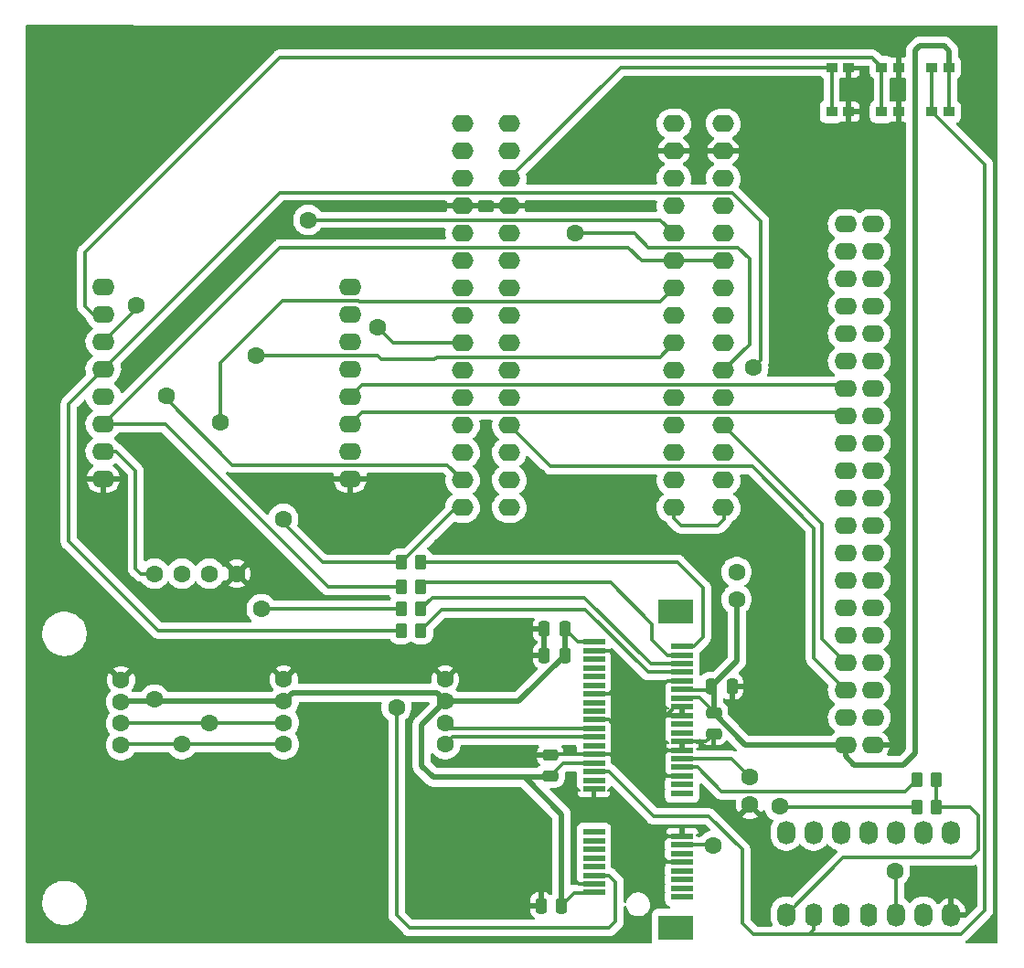
<source format=gbr>
%TF.GenerationSoftware,KiCad,Pcbnew,7.0.5-7.0.5~ubuntu22.04.1*%
%TF.CreationDate,2023-07-18T09:35:07+02:00*%
%TF.ProjectId,Com_Nucleo-L432kc,436f6d5f-4e75-4636-9c65-6f2d4c343332,rev?*%
%TF.SameCoordinates,Original*%
%TF.FileFunction,Copper,L1,Top*%
%TF.FilePolarity,Positive*%
%FSLAX46Y46*%
G04 Gerber Fmt 4.6, Leading zero omitted, Abs format (unit mm)*
G04 Created by KiCad (PCBNEW 7.0.5-7.0.5~ubuntu22.04.1) date 2023-07-18 09:35:07*
%MOMM*%
%LPD*%
G01*
G04 APERTURE LIST*
G04 Aperture macros list*
%AMRoundRect*
0 Rectangle with rounded corners*
0 $1 Rounding radius*
0 $2 $3 $4 $5 $6 $7 $8 $9 X,Y pos of 4 corners*
0 Add a 4 corners polygon primitive as box body*
4,1,4,$2,$3,$4,$5,$6,$7,$8,$9,$2,$3,0*
0 Add four circle primitives for the rounded corners*
1,1,$1+$1,$2,$3*
1,1,$1+$1,$4,$5*
1,1,$1+$1,$6,$7*
1,1,$1+$1,$8,$9*
0 Add four rect primitives between the rounded corners*
20,1,$1+$1,$2,$3,$4,$5,0*
20,1,$1+$1,$4,$5,$6,$7,0*
20,1,$1+$1,$6,$7,$8,$9,0*
20,1,$1+$1,$8,$9,$2,$3,0*%
G04 Aperture macros list end*
%TA.AperFunction,SMDPad,CuDef*%
%ADD10R,1.000000X0.900000*%
%TD*%
%TA.AperFunction,SMDPad,CuDef*%
%ADD11R,2.000000X0.600000*%
%TD*%
%TA.AperFunction,SMDPad,CuDef*%
%ADD12R,3.200000X2.300000*%
%TD*%
%TA.AperFunction,ComponentPad*%
%ADD13C,1.600000*%
%TD*%
%TA.AperFunction,SMDPad,CuDef*%
%ADD14RoundRect,0.250000X-0.262500X-0.450000X0.262500X-0.450000X0.262500X0.450000X-0.262500X0.450000X0*%
%TD*%
%TA.AperFunction,SMDPad,CuDef*%
%ADD15RoundRect,0.250000X0.250000X0.475000X-0.250000X0.475000X-0.250000X-0.475000X0.250000X-0.475000X0*%
%TD*%
%TA.AperFunction,ComponentPad*%
%ADD16O,2.100000X1.600000*%
%TD*%
%TA.AperFunction,ComponentPad*%
%ADD17O,2.000000X1.600000*%
%TD*%
%TA.AperFunction,SMDPad,CuDef*%
%ADD18RoundRect,0.250000X0.262500X0.450000X-0.262500X0.450000X-0.262500X-0.450000X0.262500X-0.450000X0*%
%TD*%
%TA.AperFunction,SMDPad,CuDef*%
%ADD19RoundRect,0.250000X-0.475000X0.250000X-0.475000X-0.250000X0.475000X-0.250000X0.475000X0.250000X0*%
%TD*%
%TA.AperFunction,SMDPad,CuDef*%
%ADD20RoundRect,0.250000X0.475000X-0.250000X0.475000X0.250000X-0.475000X0.250000X-0.475000X-0.250000X0*%
%TD*%
%TA.AperFunction,SMDPad,CuDef*%
%ADD21RoundRect,0.250000X-0.250000X-0.475000X0.250000X-0.475000X0.250000X0.475000X-0.250000X0.475000X0*%
%TD*%
%TA.AperFunction,ComponentPad*%
%ADD22O,1.700000X2.200000*%
%TD*%
%TA.AperFunction,ComponentPad*%
%ADD23O,1.600000X2.200000*%
%TD*%
%TA.AperFunction,ViaPad*%
%ADD24C,1.600000*%
%TD*%
%TA.AperFunction,Conductor*%
%ADD25C,0.300000*%
%TD*%
%TA.AperFunction,Conductor*%
%ADD26C,0.500000*%
%TD*%
G04 APERTURE END LIST*
D10*
%TO.P,JP3,1,A*%
%TO.N,/SX1303_RESET*%
X147648248Y-54519000D03*
X147648248Y-50419000D03*
%TO.P,JP3,2,B*%
%TO.N,+3V3*%
X149248248Y-54519000D03*
X149248248Y-50419000D03*
%TD*%
%TO.P,JP2,1,A*%
%TO.N,/MCU_NRESET*%
X142998248Y-54519000D03*
X142998248Y-50419000D03*
%TO.P,JP2,2,B*%
%TO.N,GND*%
X144598248Y-54519000D03*
X144598248Y-50419000D03*
%TD*%
D11*
%TO.P,IC1,1,~{WAKE}*%
%TO.N,unconnected-(IC1-~{WAKE}-Pad1)*%
X124534748Y-127245000D03*
%TO.P,IC1,2,3.3VAUX_1*%
%TO.N,+3V3*%
X116334748Y-126845000D03*
%TO.P,IC1,3,COEX1*%
%TO.N,unconnected-(IC1-COEX1-Pad3)*%
X124534748Y-126445000D03*
%TO.P,IC1,4,GND7*%
%TO.N,GND*%
X116334748Y-126045000D03*
%TO.P,IC1,5,COEX2*%
%TO.N,unconnected-(IC1-COEX2-Pad5)*%
X124534748Y-125645000D03*
%TO.P,IC1,6,1.5V_2*%
%TO.N,/TH1*%
X116334748Y-125245000D03*
%TO.P,IC1,7,~{CLKREQ}*%
%TO.N,unconnected-(IC1-~{CLKREQ}-Pad7)*%
X124534748Y-124845000D03*
%TO.P,IC1,8,UIM_PWR*%
%TO.N,unconnected-(IC1-UIM_PWR-Pad8)*%
X116334748Y-124445000D03*
%TO.P,IC1,9,GND1*%
%TO.N,GND*%
X124534748Y-124045000D03*
%TO.P,IC1,10,UIM_DATA*%
%TO.N,unconnected-(IC1-UIM_DATA-Pad10)*%
X116334748Y-123645000D03*
%TO.P,IC1,11,SX1261_NRESET*%
%TO.N,unconnected-(IC1-SX1261_NRESET-Pad11)*%
X124534748Y-123245000D03*
%TO.P,IC1,12,UIM_CLK*%
%TO.N,unconnected-(IC1-UIM_CLK-Pad12)*%
X116334748Y-122845000D03*
%TO.P,IC1,13,REFCLK+*%
%TO.N,Net-(IC1-REFCLK+)*%
X124534748Y-122445000D03*
%TO.P,IC1,14,UIM_RESET*%
%TO.N,unconnected-(IC1-UIM_RESET-Pad14)*%
X116334748Y-122045000D03*
%TO.P,IC1,15,GND2*%
%TO.N,GND*%
X124534748Y-121645000D03*
%TO.P,IC1,16,UIM_VPP*%
%TO.N,unconnected-(IC1-UIM_VPP-Pad16)*%
X116334748Y-121245000D03*
%TO.P,IC1,17,RESERVED*%
%TO.N,unconnected-(IC1-RESERVED-Pad17)*%
X124534748Y-117645000D03*
%TO.P,IC1,18,GND8*%
%TO.N,GND*%
X116334748Y-117245000D03*
%TO.P,IC1,19,RESERVED*%
%TO.N,unconnected-(IC1-RESERVED-Pad19)*%
X124534748Y-116845000D03*
%TO.P,IC1,20,~{W_DISABLE}*%
%TO.N,unconnected-(IC1-~{W_DISABLE}-Pad20)*%
X116334748Y-116445000D03*
%TO.P,IC1,21,GND3*%
%TO.N,GND*%
X124534748Y-116045000D03*
%TO.P,IC1,22,~{PERST}*%
%TO.N,/SX1303_RESET*%
X116334748Y-115645000D03*
%TO.P,IC1,23,PERn0*%
%TO.N,Net-(IC1-PERn0)*%
X124534748Y-115245000D03*
%TO.P,IC1,24,3.3VAUX_2*%
%TO.N,+3V3*%
X116334748Y-114845000D03*
%TO.P,IC1,25,PERp0*%
%TO.N,/STANDBY_GPS*%
X124534748Y-114445000D03*
%TO.P,IC1,26,GND9*%
%TO.N,GND*%
X116334748Y-114045000D03*
%TO.P,IC1,27,GND4*%
X124534748Y-113645000D03*
%TO.P,IC1,28,1.5V_2*%
%TO.N,unconnected-(IC1-1.5V_2-Pad28)*%
X116334748Y-113245000D03*
%TO.P,IC1,29,GND5*%
%TO.N,GND*%
X124534748Y-112845000D03*
%TO.P,IC1,30,SMB_SCL*%
%TO.N,/SCL*%
X116334748Y-112445000D03*
%TO.P,IC1,31,PETn0*%
%TO.N,unconnected-(IC1-PETn0-Pad31)*%
X124534748Y-112045000D03*
%TO.P,IC1,32,SMB_SDA*%
%TO.N,/SDA*%
X116334748Y-111645000D03*
%TO.P,IC1,33,PETp0*%
%TO.N,unconnected-(IC1-PETp0-Pad33)*%
X124534748Y-111245000D03*
%TO.P,IC1,34,GND*%
%TO.N,GND*%
X116334748Y-110845000D03*
%TO.P,IC1,35,GND6*%
X124534748Y-110445000D03*
%TO.P,IC1,36,USB_D-*%
%TO.N,unconnected-(IC1-USB_D--Pad36)*%
X116334748Y-110045000D03*
%TO.P,IC1,37,GND13*%
%TO.N,GND*%
X124534748Y-109645000D03*
%TO.P,IC1,38,USB_D+*%
%TO.N,unconnected-(IC1-USB_D+-Pad38)*%
X116334748Y-109245000D03*
%TO.P,IC1,39,3.3VAUX_3*%
%TO.N,+3V3*%
X124534748Y-108845000D03*
%TO.P,IC1,40,GND*%
%TO.N,GND*%
X116334748Y-108445000D03*
%TO.P,IC1,41,3.3VAUX_4*%
%TO.N,+3V3*%
X124534748Y-108045000D03*
%TO.P,IC1,42,LED_WWAN*%
%TO.N,unconnected-(IC1-LED_WWAN-Pad42)*%
X116334748Y-107645000D03*
%TO.P,IC1,43,GND14*%
%TO.N,GND*%
X124534748Y-107245000D03*
%TO.P,IC1,44,LED_WLAN*%
%TO.N,unconnected-(IC1-LED_WLAN-Pad44)*%
X116334748Y-106845000D03*
%TO.P,IC1,45,RESERVED1*%
%TO.N,Net-(IC1-RESERVED1)*%
X124534748Y-106445000D03*
%TO.P,IC1,46,LED_WPAN*%
%TO.N,unconnected-(IC1-LED_WPAN-Pad46)*%
X116334748Y-106045000D03*
%TO.P,IC1,47,RESERVED2*%
%TO.N,Net-(IC1-RESERVED2)*%
X124534748Y-105645000D03*
%TO.P,IC1,48,1.5V_3*%
%TO.N,unconnected-(IC1-1.5V_3-Pad48)*%
X116334748Y-105245000D03*
%TO.P,IC1,49,RESERVED3*%
%TO.N,Net-(IC1-RESERVED3)*%
X124534748Y-104845000D03*
%TO.P,IC1,50,GND12*%
%TO.N,GND*%
X116334748Y-104445000D03*
%TO.P,IC1,51,RESERVED4*%
%TO.N,Net-(IC1-RESERVED4)*%
X124534748Y-104045000D03*
%TO.P,IC1,52,3.3VAUX_5*%
%TO.N,+3V3*%
X116334748Y-103645000D03*
D12*
%TO.P,IC1,MP*%
%TO.N,N/C*%
X123934748Y-130095000D03*
X123934748Y-100795000D03*
%TD*%
D13*
%TO.P,JP5,1,A*%
%TO.N,Net-(CR1-ASC)*%
X129559848Y-97150000D03*
%TO.P,JP5,2,B*%
%TO.N,+3V3*%
X129559848Y-99690000D03*
%TD*%
%TO.P,J3,1,Pin_1*%
%TO.N,/SCL*%
X72556248Y-113180000D03*
%TO.P,J3,2,Pin_2*%
%TO.N,/SDA*%
X72556248Y-111180000D03*
%TO.P,J3,3,Pin_3*%
%TO.N,+3V3*%
X72556248Y-109180000D03*
%TO.P,J3,4,Pin_4*%
%TO.N,GND*%
X72556248Y-107180000D03*
%TD*%
D14*
%TO.P,R4,1*%
%TO.N,/HOST_MISO*%
X98497548Y-100558600D03*
%TO.P,R4,2*%
%TO.N,Net-(IC1-RESERVED2)*%
X100322548Y-100558600D03*
%TD*%
D15*
%TO.P,C1,1*%
%TO.N,+3V3*%
X113634048Y-104873200D03*
%TO.P,C1,2*%
%TO.N,GND*%
X111734048Y-104873200D03*
%TD*%
D16*
%TO.P,J5,1,Pin_1*%
%TO.N,/PWM_MKR*%
X93771248Y-70739000D03*
%TO.P,J5,2,Pin_2*%
%TO.N,/INT_MKR*%
X93771248Y-73279000D03*
%TO.P,J5,3,Pin_3*%
%TO.N,unconnected-(J5-Pin_3-Pad3)*%
X93771248Y-75819000D03*
%TO.P,J5,4,Pin_4*%
%TO.N,unconnected-(J5-Pin_4-Pad4)*%
X93771248Y-78359000D03*
%TO.P,J5,5,Pin_5*%
%TO.N,/SCL*%
X93771248Y-80899000D03*
%TO.P,J5,6,Pin_6*%
%TO.N,/SDA*%
X93771248Y-83439000D03*
%TO.P,J5,7,Pin_7*%
%TO.N,unconnected-(J5-Pin_7-Pad7)*%
X93771248Y-85979000D03*
%TO.P,J5,8,Pin_8*%
%TO.N,GND*%
X93771248Y-88519000D03*
%TD*%
D17*
%TO.P,J6,1,Pin_1*%
%TO.N,/Vin*%
X128313249Y-55637948D03*
%TO.P,J6,2,Pin_2*%
%TO.N,GND*%
X128313249Y-58177948D03*
%TO.P,J6,3,Pin_3*%
%TO.N,unconnected-(J6-Pin_3-Pad3)*%
X128313249Y-60717948D03*
%TO.P,J6,4,Pin_4*%
%TO.N,Net-(J6-Pin_4)*%
X128313249Y-63257948D03*
%TO.P,J6,5,Pin_5*%
%TO.N,/INT_MKR*%
X128313249Y-65797948D03*
%TO.P,J6,6,Pin_6*%
%TO.N,/MCU_MOSI*%
X128313249Y-68337948D03*
%TO.P,J6,7,Pin_7*%
%TO.N,/MISO*%
X128313249Y-70877948D03*
%TO.P,J6,8,Pin_8*%
%TO.N,/RESET_SIGNAL*%
X128313249Y-73417948D03*
%TO.P,J6,9,Pin_9*%
%TO.N,/AN*%
X128313249Y-75957948D03*
%TO.P,J6,10,Pin_10*%
%TO.N,/GPIO(6)*%
X128313249Y-78497948D03*
%TO.P,J6,11,Pin_11*%
%TO.N,/HOST_SCK*%
X128313249Y-81037948D03*
%TO.P,J6,12,Pin_12*%
%TO.N,/SENS_ROUE{slash}MAG-X*%
X128313249Y-83577948D03*
%TO.P,J6,13,Pin_13*%
%TO.N,/AREF*%
X128313249Y-86117948D03*
%TO.P,J6,14,Pin_14*%
%TO.N,/3.3V*%
X128313249Y-88657948D03*
%TO.P,J6,15,Pin_15*%
%TO.N,/SENS_MAG-Y*%
X128313249Y-91197948D03*
%TD*%
%TO.P,J7,1,Pin_1*%
%TO.N,/SCL*%
X104183248Y-55626000D03*
%TO.P,J7,2,Pin_2*%
%TO.N,/SDA*%
X104183248Y-58166000D03*
%TO.P,J7,3,Pin_3*%
%TO.N,/L432KC_RESET*%
X104183248Y-60706000D03*
%TO.P,J7,4,Pin_4*%
%TO.N,GND*%
X104183248Y-63246000D03*
%TO.P,J7,5,Pin_5*%
%TO.N,/CAN1_TX*%
X104183248Y-65786000D03*
%TO.P,J7,6,Pin_6*%
%TO.N,/PWM_MAG-Y*%
X104183248Y-68326000D03*
%TO.P,J7,7,Pin_7*%
%TO.N,/RX_CALC*%
X104183248Y-70866000D03*
%TO.P,J7,8,Pin_8*%
%TO.N,/TX_CALC*%
X104183248Y-73406000D03*
%TO.P,J7,9,Pin_9*%
%TO.N,/PWM_MKR*%
X104183248Y-75946000D03*
%TO.P,J7,10,Pin_10*%
%TO.N,unconnected-(J7-Pin_10-Pad10)*%
X104183248Y-78486000D03*
%TO.P,J7,11,Pin_11*%
%TO.N,unconnected-(J7-Pin_11-Pad11)*%
X104183248Y-81026000D03*
%TO.P,J7,12,Pin_12*%
%TO.N,/PWM_ROUE{slash}MAG-X*%
X104183248Y-83566000D03*
%TO.P,J7,13,Pin_13*%
%TO.N,/CAN1_RX*%
X104183248Y-86106000D03*
%TO.P,J7,14,Pin_14*%
%TO.N,/MCU_NRESET*%
X104183248Y-88646000D03*
%TO.P,J7,15,Pin_15*%
%TO.N,/CS_MCU*%
X104183248Y-91186000D03*
%TD*%
D13*
%TO.P,JP4,1,A*%
%TO.N,/STANDBY_GPS*%
X130779048Y-116179600D03*
%TO.P,JP4,2,B*%
%TO.N,GND*%
X130779048Y-118719600D03*
%TD*%
D18*
%TO.P,R1,1*%
%TO.N,/MCU_NRESET*%
X148076448Y-118897400D03*
%TO.P,R1,2*%
%TO.N,Net-(IC1-REFCLK+)*%
X146251448Y-118897400D03*
%TD*%
D19*
%TO.P,C3,1*%
%TO.N,+3V3*%
X127426248Y-110251200D03*
%TO.P,C3,2*%
%TO.N,GND*%
X127426248Y-112151200D03*
%TD*%
D13*
%TO.P,J8,1,Pin_1*%
%TO.N,/SCL*%
X102574748Y-113117000D03*
%TO.P,J8,2,Pin_2*%
%TO.N,/SDA*%
X102574748Y-111117000D03*
%TO.P,J8,3,Pin_3*%
%TO.N,+3V3*%
X102574748Y-109117000D03*
%TO.P,J8,4,Pin_4*%
%TO.N,GND*%
X102574748Y-107117000D03*
%TD*%
D20*
%TO.P,C4,1*%
%TO.N,+3V3*%
X112299748Y-116015000D03*
%TO.P,C4,2*%
%TO.N,GND*%
X112299748Y-114115000D03*
%TD*%
D15*
%TO.P,C2,1*%
%TO.N,+3V3*%
X113364748Y-128040000D03*
%TO.P,C2,2*%
%TO.N,GND*%
X111464748Y-128040000D03*
%TD*%
D21*
%TO.P,C6,1*%
%TO.N,+3V3*%
X127238248Y-107746800D03*
%TO.P,C6,2*%
%TO.N,GND*%
X129138248Y-107746800D03*
%TD*%
D22*
%TO.P,U1,1*%
%TO.N,/MCU_NRESET*%
X134157248Y-128905000D03*
D23*
%TO.P,U1,2*%
%TO.N,/SX1303_RESET*%
X136697248Y-128905000D03*
%TO.P,U1,3*%
%TO.N,N/C*%
X139237248Y-128905000D03*
%TO.P,U1,4*%
X141777248Y-128905000D03*
D22*
%TO.P,U1,5*%
%TO.N,/CS_MCU*%
X144317248Y-128905000D03*
%TO.P,U1,6*%
%TO.N,Net-(B2-OE)*%
X146857248Y-128905000D03*
%TO.P,U1,7,GND*%
%TO.N,GND*%
X149397248Y-128905000D03*
%TO.P,U1,8*%
%TO.N,N/C*%
X149397248Y-121285000D03*
%TO.P,U1,9*%
X146857248Y-121285000D03*
%TO.P,U1,10*%
X144317248Y-121285000D03*
%TO.P,U1,11*%
X141777248Y-121285000D03*
%TO.P,U1,12*%
X139237248Y-121285000D03*
%TO.P,U1,13*%
X136697248Y-121285000D03*
%TO.P,U1,14,VCC*%
%TO.N,+3V3*%
X134157248Y-121285000D03*
%TD*%
D17*
%TO.P,L432KC1,1,D1*%
%TO.N,/SCL*%
X108503248Y-55626000D03*
%TO.P,L432KC1,2,D0*%
%TO.N,/SDA*%
X108503248Y-58166000D03*
%TO.P,L432KC1,3,RESET*%
%TO.N,/L432KC_RESET*%
X108503248Y-60706000D03*
%TO.P,L432KC1,4,GND*%
%TO.N,GND*%
X108503248Y-63246000D03*
%TO.P,L432KC1,5,D2*%
%TO.N,/CAN1_TX*%
X108503248Y-65786000D03*
%TO.P,L432KC1,6,D3*%
%TO.N,/PWM_MAG-Y*%
X108503248Y-68326000D03*
%TO.P,L432KC1,7,D4*%
%TO.N,/RX_CALC*%
X108503248Y-70866000D03*
%TO.P,L432KC1,8,D5*%
%TO.N,/TX_CALC*%
X108503248Y-73406000D03*
%TO.P,L432KC1,9,D6*%
%TO.N,/PWM_MKR*%
X108503248Y-75946000D03*
%TO.P,L432KC1,10,D7*%
%TO.N,unconnected-(L432KC1-D7-Pad10)*%
X108503248Y-78486000D03*
%TO.P,L432KC1,11,D8*%
%TO.N,unconnected-(L432KC1-D8-Pad11)*%
X108503248Y-81026000D03*
%TO.P,L432KC1,12,D9*%
%TO.N,/PWM_ROUE{slash}MAG-X*%
X108503248Y-83566000D03*
%TO.P,L432KC1,13,D10*%
%TO.N,/CAN1_RX*%
X108503248Y-86106000D03*
%TO.P,L432KC1,14,D11*%
%TO.N,/MCU_NRESET*%
X108503248Y-88646000D03*
%TO.P,L432KC1,15,D12*%
%TO.N,/CS_MCU*%
X108503248Y-91186000D03*
%TO.P,L432KC1,16,D13*%
%TO.N,/SENS_MAG-Y*%
X123743248Y-91186000D03*
%TO.P,L432KC1,17,+3V3*%
%TO.N,/3.3V*%
X123743248Y-88646000D03*
%TO.P,L432KC1,18,AREF*%
%TO.N,/AREF*%
X123743248Y-86106000D03*
%TO.P,L432KC1,19,A0*%
%TO.N,/SENS_ROUE{slash}MAG-X*%
X123743248Y-83566000D03*
%TO.P,L432KC1,20,A1*%
%TO.N,/HOST_SCK*%
X123743248Y-81026000D03*
%TO.P,L432KC1,21,A2*%
%TO.N,/GPIO(6)*%
X123743248Y-78486000D03*
%TO.P,L432KC1,22,A3*%
%TO.N,/AN*%
X123743248Y-75946000D03*
%TO.P,L432KC1,23,A4*%
%TO.N,/RESET_SIGNAL*%
X123743248Y-73406000D03*
%TO.P,L432KC1,24,A5*%
%TO.N,/MISO*%
X123743248Y-70866000D03*
%TO.P,L432KC1,25,A6*%
%TO.N,/MCU_MOSI*%
X123743248Y-68326000D03*
%TO.P,L432KC1,26,A7*%
%TO.N,/INT_MKR*%
X123743248Y-65786000D03*
%TO.P,L432KC1,27,+5V*%
%TO.N,Net-(J6-Pin_4)*%
X123743248Y-63246000D03*
%TO.P,L432KC1,28,RESET*%
%TO.N,unconnected-(L432KC1-RESET-Pad28)*%
X123743248Y-60706000D03*
%TO.P,L432KC1,29,GND*%
%TO.N,GND*%
X123743248Y-58166000D03*
%TO.P,L432KC1,30,VIN*%
%TO.N,/Vin*%
X123743248Y-55626000D03*
%TD*%
D13*
%TO.P,J9,1,Pin_1*%
%TO.N,/SCL*%
X87627248Y-113117000D03*
%TO.P,J9,2,Pin_2*%
%TO.N,/SDA*%
X87627248Y-111117000D03*
%TO.P,J9,3,Pin_3*%
%TO.N,+3V3*%
X87627248Y-109117000D03*
%TO.P,J9,4,Pin_4*%
%TO.N,GND*%
X87627248Y-107117000D03*
%TD*%
D14*
%TO.P,R5,1*%
%TO.N,/MCU_MOSI*%
X98474048Y-98552000D03*
%TO.P,R5,2*%
%TO.N,Net-(IC1-RESERVED3)*%
X100299048Y-98552000D03*
%TD*%
D18*
%TO.P,R2,1*%
%TO.N,/MCU_NRESET*%
X148076448Y-116357400D03*
%TO.P,R2,2*%
%TO.N,Net-(IC1-PERn0)*%
X146251448Y-116357400D03*
%TD*%
D16*
%TO.P,J4,1,Pin_1*%
%TO.N,/AN*%
X70911248Y-70739000D03*
%TO.P,J4,2,Pin_2*%
%TO.N,/MCU_NRESET*%
X70911248Y-73279000D03*
%TO.P,J4,3,Pin_3*%
%TO.N,/CS_MCU*%
X70911248Y-75819000D03*
%TO.P,J4,4,Pin_4*%
%TO.N,/HOST_SCK*%
X70911248Y-78359000D03*
%TO.P,J4,5,Pin_5*%
%TO.N,/MKB_MISO*%
X70911248Y-80899000D03*
%TO.P,J4,6,Pin_6*%
%TO.N,/MCU_MOSI*%
X70911248Y-83439000D03*
%TO.P,J4,7,Pin_7*%
%TO.N,+3V3*%
X70911248Y-85979000D03*
%TO.P,J4,8,Pin_8*%
%TO.N,GND*%
X70911248Y-88519000D03*
%TD*%
D10*
%TO.P,JP1,1,A*%
%TO.N,/L432KC_RESET*%
X138348248Y-54519000D03*
X138348248Y-50419000D03*
%TO.P,JP1,2,B*%
%TO.N,GND*%
X139948248Y-54519000D03*
X139948248Y-50419000D03*
%TD*%
D13*
%TO.P,J2,1,Pin_1*%
%TO.N,+3V3*%
X75645648Y-97307800D03*
%TO.P,J2,2,Pin_2*%
%TO.N,/SCL*%
X78185648Y-97307800D03*
%TO.P,J2,3,Pin_3*%
%TO.N,/SDA*%
X80725648Y-97307800D03*
%TO.P,J2,4,Pin_4*%
%TO.N,GND*%
X83265648Y-97307800D03*
%TD*%
D14*
%TO.P,R3,1*%
%TO.N,/HOST_SCK*%
X98497548Y-102565200D03*
%TO.P,R3,2*%
%TO.N,Net-(IC1-RESERVED1)*%
X100322548Y-102565200D03*
%TD*%
%TO.P,R6,1*%
%TO.N,/CS_MCU*%
X98472148Y-96281000D03*
%TO.P,R6,2*%
%TO.N,Net-(IC1-RESERVED4)*%
X100297148Y-96281000D03*
%TD*%
D15*
%TO.P,C5,1*%
%TO.N,+3V3*%
X113629048Y-102438200D03*
%TO.P,C5,2*%
%TO.N,GND*%
X111729048Y-102438200D03*
%TD*%
D16*
%TO.P,J1,1,GND*%
%TO.N,GND*%
X142194922Y-113182405D03*
%TO.P,J1,2,3V3*%
%TO.N,+3V3*%
X139654922Y-113182405D03*
%TO.P,J1,3,V_IN*%
%TO.N,/Vin*%
X142194922Y-110642405D03*
%TO.P,J1,4,5V*%
%TO.N,unconnected-(J1-5V-Pad4)*%
X139654922Y-110642405D03*
%TO.P,J1,5,V_B*%
%TO.N,unconnected-(J1-V_B-Pad5)*%
X142194922Y-108102405D03*
%TO.P,J1,6,NC1*%
%TO.N,/PWM_ROUE{slash}MAG-X*%
X139654922Y-108102405D03*
%TO.P,J1,7,NC2*%
%TO.N,unconnected-(J1-NC2-Pad7)*%
X142194922Y-105562405D03*
%TO.P,J1,8,NC3*%
%TO.N,/SENS_ROUE{slash}MAG-X*%
X139654922Y-105562405D03*
%TO.P,J1,9,NC4*%
%TO.N,/PWM_MAG-Y*%
X142194922Y-103022405D03*
%TO.P,J1,10,RD-*%
%TO.N,unconnected-(J1-RD--Pad10)*%
X139654922Y-103022405D03*
%TO.P,J1,11,NC*%
%TO.N,/SENS_MAG-Y*%
X142194922Y-100482405D03*
%TO.P,J1,12,RD+*%
%TO.N,unconnected-(J1-RD+-Pad12)*%
X139654922Y-100482405D03*
%TO.P,J1,13,NC*%
%TO.N,unconnected-(J1-NC-Pad13)*%
X142194922Y-97942405D03*
%TO.P,J1,14,TD-*%
%TO.N,unconnected-(J1-TD--Pad14)*%
X139654922Y-97942405D03*
%TO.P,J1,15,NC*%
%TO.N,unconnected-(J1-NC-Pad15)*%
X142194922Y-95402405D03*
%TO.P,J1,16,TD+*%
%TO.N,unconnected-(J1-TD+-Pad16)*%
X139654922Y-95402405D03*
%TO.P,J1,17,RX/SDA*%
%TO.N,/RX_CALC*%
X142194922Y-92862405D03*
%TO.P,J1,18,D-*%
%TO.N,unconnected-(J1-D--Pad18)*%
X139654922Y-92862405D03*
%TO.P,J1,19,TX/SCL*%
%TO.N,/TX_CALC*%
X142194922Y-90322405D03*
%TO.P,J1,20,D+*%
%TO.N,unconnected-(J1-D+-Pad20)*%
X139654922Y-90322405D03*
%TO.P,J1,21,SCK*%
%TO.N,unconnected-(J1-SCK-Pad21)*%
X142194922Y-87782405D03*
%TO.P,J1,22,RD*%
%TO.N,/CAN_RD*%
X139654922Y-87782405D03*
%TO.P,J1,23,MOSI*%
%TO.N,unconnected-(J1-MOSI-Pad23)*%
X142194922Y-85242405D03*
%TO.P,J1,24,TD*%
%TO.N,/CAN_TD*%
X139654922Y-85242405D03*
%TO.P,J1,25,MISO*%
%TO.N,unconnected-(J1-MISO-Pad25)*%
X142194922Y-82702405D03*
%TO.P,J1,26,SDA/RX*%
%TO.N,/SDA*%
X139654922Y-82702405D03*
%TO.P,J1,27,SSEL*%
%TO.N,unconnected-(J1-SSEL-Pad27)*%
X142194922Y-80162405D03*
%TO.P,J1,28,SCL/TX*%
%TO.N,/SCL*%
X139654922Y-80162405D03*
%TO.P,J1,29,AI_1*%
%TO.N,unconnected-(J1-AI_1-Pad29)*%
X142194922Y-77622405D03*
%TO.P,J1,30,PWM_O_1*%
%TO.N,/RESET_SIGNAL*%
X139654922Y-77622405D03*
%TO.P,J1,31,AI_2*%
%TO.N,unconnected-(J1-AI_2-Pad31)*%
X142194922Y-75082405D03*
%TO.P,J1,32,PWM_O_2*%
%TO.N,unconnected-(J1-PWM_O_2-Pad32)*%
X139654922Y-75082405D03*
%TO.P,J1,33,AI_3*%
%TO.N,unconnected-(J1-AI_3-Pad33)*%
X142194922Y-72542405D03*
%TO.P,J1,34,PWM_O_3*%
%TO.N,unconnected-(J1-PWM_O_3-Pad34)*%
X139654922Y-72542405D03*
%TO.P,J1,35,AI_4*%
%TO.N,unconnected-(J1-AI_4-Pad35)*%
X142194922Y-70002405D03*
%TO.P,J1,36,PWM_O_4*%
%TO.N,unconnected-(J1-PWM_O_4-Pad36)*%
X139654922Y-70002405D03*
%TO.P,J1,37,AI_5*%
%TO.N,unconnected-(J1-AI_5-Pad37)*%
X142194922Y-67462405D03*
%TO.P,J1,38,PWM_O_5*%
%TO.N,unconnected-(J1-PWM_O_5-Pad38)*%
X139654922Y-67462405D03*
%TO.P,J1,39,AI_6*%
%TO.N,unconnected-(J1-AI_6-Pad39)*%
X142194922Y-64922405D03*
%TO.P,J1,40,PWM_O_6*%
%TO.N,unconnected-(J1-PWM_O_6-Pad40)*%
X139654922Y-64922405D03*
%TD*%
D24*
%TO.N,+3V3*%
X75645648Y-108974600D03*
%TO.N,GND*%
X120192800Y-122047000D03*
X90500200Y-91059000D03*
X106222800Y-93370400D03*
X111099600Y-88315800D03*
X116713000Y-59537600D03*
X120777000Y-109956600D03*
X132969000Y-107746800D03*
X76200000Y-88950800D03*
X106527600Y-105003600D03*
X102209600Y-94691200D03*
X104902000Y-122555000D03*
X70967600Y-91516200D03*
X95986600Y-92125800D03*
%TO.N,Net-(IC1-REFCLK+)*%
X133522248Y-118846600D03*
X127400848Y-122478800D03*
%TO.N,/HOST_SCK*%
X131109248Y-78232000D03*
%TO.N,/HOST_MISO*%
X85567048Y-100584000D03*
%TO.N,/SDA*%
X80741048Y-111180000D03*
%TO.N,/SCL*%
X78175648Y-113117000D03*
%TO.N,/MCU_NRESET*%
X76753248Y-80848200D03*
%TO.N,/CS_MCU*%
X144215648Y-124866400D03*
X73959248Y-72491600D03*
X87573648Y-92227400D03*
%TO.N,/GPIO(6)*%
X114630200Y-65786000D03*
%TO.N,/TH1*%
X98063848Y-109677200D03*
%TO.N,/AN*%
X85059048Y-77089000D03*
%TO.N,/MISO*%
X81731648Y-83261200D03*
%TO.N,/PWM_MKR*%
X96336648Y-74498200D03*
%TO.N,/INT_MKR*%
X89885048Y-64536000D03*
%TD*%
D25*
%TO.N,/HOST_SCK*%
X131109248Y-78232000D02*
X131826000Y-77515248D01*
X131826000Y-77515248D02*
X131826000Y-64659466D01*
X131826000Y-64659466D02*
X129162534Y-61996000D01*
X129162534Y-61996000D02*
X87274248Y-61996000D01*
X87274248Y-61996000D02*
X70911248Y-78359000D01*
%TO.N,Net-(IC1-RESERVED2)*%
X124534748Y-105645000D02*
X121603580Y-105645000D01*
X121603580Y-105645000D02*
X115475780Y-99517200D01*
X115475780Y-99517200D02*
X101363948Y-99517200D01*
X101363948Y-99517200D02*
X100322548Y-100558600D01*
%TO.N,Net-(IC1-RESERVED1)*%
X124534748Y-106445000D02*
X121330587Y-106445000D01*
X115520387Y-100634800D02*
X102252948Y-100634800D01*
X121330587Y-106445000D02*
X115520387Y-100634800D01*
X102252948Y-100634800D02*
X100322548Y-102565200D01*
%TO.N,/AN*%
X85059048Y-77089000D02*
X96276000Y-77089000D01*
X96276000Y-77089000D02*
X96657000Y-77470000D01*
X96657000Y-77470000D02*
X101600000Y-77470000D01*
X101600000Y-77470000D02*
X101834000Y-77236000D01*
X101834000Y-77236000D02*
X122453248Y-77236000D01*
X122453248Y-77236000D02*
X123743248Y-75946000D01*
%TO.N,+3V3*%
X75645648Y-97307800D02*
X74422400Y-97307800D01*
D26*
X113634048Y-104873200D02*
X113634048Y-102443200D01*
D25*
X114509748Y-126895000D02*
X116334748Y-126895000D01*
X74422400Y-97307800D02*
X73914000Y-96799400D01*
D26*
X112135148Y-116179600D02*
X101460719Y-116179600D01*
X102574748Y-109117000D02*
X109390248Y-109117000D01*
D25*
X114835848Y-103645000D02*
X113629048Y-102438200D01*
D26*
X149248248Y-48873000D02*
X149248248Y-50419000D01*
X127426248Y-107934800D02*
X127238248Y-107746800D01*
X113634048Y-102443200D02*
X113629048Y-102438200D01*
X88427247Y-108317001D02*
X87627248Y-109117000D01*
D25*
X72085200Y-85979000D02*
X70911248Y-85979000D01*
D26*
X140456448Y-115011200D02*
X145028448Y-115011200D01*
X87627248Y-109117000D02*
X72619248Y-109117000D01*
X130376248Y-113201200D02*
X127426248Y-110251200D01*
X127426248Y-110251200D02*
X127426248Y-107934800D01*
X139654922Y-113182405D02*
X139636127Y-113201200D01*
X139654922Y-113182405D02*
X139654922Y-114209674D01*
X139654922Y-114209674D02*
X140456448Y-115011200D01*
X129559848Y-99690000D02*
X129590800Y-99720952D01*
D25*
X113364748Y-128040000D02*
X114509748Y-126895000D01*
X127238248Y-107746800D02*
X126890048Y-108095000D01*
D26*
X113364748Y-119593300D02*
X113364748Y-128040000D01*
D25*
X126890048Y-108095000D02*
X124534748Y-108095000D01*
D26*
X100400648Y-115119529D02*
X101460719Y-116179600D01*
X109390248Y-109117000D02*
X113634048Y-104873200D01*
D25*
X113469748Y-114845000D02*
X112299748Y-116015000D01*
D26*
X134157248Y-121285000D02*
X134157248Y-120589000D01*
D25*
X127426248Y-110251200D02*
X127426248Y-110136500D01*
D26*
X112299748Y-116015000D02*
X112135148Y-116179600D01*
X109951048Y-116179600D02*
X113364748Y-119593300D01*
X146069848Y-48869600D02*
X146552448Y-48387000D01*
D25*
X127426248Y-110136500D02*
X126084748Y-108795000D01*
D26*
X100400648Y-111291100D02*
X100400648Y-115119529D01*
X101774749Y-108317001D02*
X88427247Y-108317001D01*
X129590800Y-105394248D02*
X127238248Y-107746800D01*
X102574748Y-109117000D02*
X101774749Y-108317001D01*
D25*
X116334748Y-114845000D02*
X113469748Y-114845000D01*
X126084748Y-108795000D02*
X124534748Y-108795000D01*
D26*
X139654922Y-113182405D02*
X138957843Y-113182405D01*
X72619248Y-109117000D02*
X72556248Y-109180000D01*
X146069848Y-113969800D02*
X146069848Y-48869600D01*
X129590800Y-99720952D02*
X129590800Y-105394248D01*
D25*
X149248248Y-54519000D02*
X149248248Y-50419000D01*
X73914000Y-96799400D02*
X73914000Y-87807800D01*
X73914000Y-87807800D02*
X72085200Y-85979000D01*
X116334748Y-103645000D02*
X114835848Y-103645000D01*
D26*
X102574748Y-109117000D02*
X100400648Y-111291100D01*
X139636127Y-113201200D02*
X130376248Y-113201200D01*
X146552448Y-48387000D02*
X148762248Y-48387000D01*
X148762248Y-48387000D02*
X149248248Y-48873000D01*
X145028448Y-115011200D02*
X146069848Y-113969800D01*
D25*
%TO.N,GND*%
X124534748Y-113645000D02*
X124534748Y-112845000D01*
X124534748Y-107245000D02*
X123134748Y-107245000D01*
X118364000Y-113690400D02*
X118009400Y-114045000D01*
X123134748Y-107245000D02*
X122783600Y-107596148D01*
X116334748Y-126045000D02*
X114934748Y-126045000D01*
X118364000Y-105074252D02*
X117784748Y-104495000D01*
X116334748Y-110845000D02*
X117734748Y-110845000D01*
X116334748Y-104445000D02*
X117734748Y-104445000D01*
X123134748Y-124045000D02*
X122682000Y-123592252D01*
X123834748Y-109645000D02*
X124534748Y-109645000D01*
X122783600Y-114046000D02*
X122783600Y-110696148D01*
X112299748Y-114115000D02*
X112369748Y-114045000D01*
X122783600Y-114046000D02*
X123184600Y-113645000D01*
X124534748Y-110445000D02*
X123034748Y-110445000D01*
X122783600Y-110696148D02*
X123834748Y-109645000D01*
X123134800Y-121645000D02*
X124534748Y-121645000D01*
X118364000Y-107492800D02*
X118364000Y-105074252D01*
X126732448Y-112845000D02*
X127426248Y-112151200D01*
X122783600Y-107596148D02*
X122783600Y-110696148D01*
X122682000Y-122097800D02*
X123134800Y-121645000D01*
X122682000Y-123592252D02*
X122682000Y-122097800D01*
X123184600Y-113645000D02*
X124534748Y-113645000D01*
X124534748Y-124045000D02*
X123134748Y-124045000D01*
X118364000Y-111474252D02*
X118364000Y-113690400D01*
X118009400Y-114045000D02*
X116334748Y-114045000D01*
X124534748Y-116045000D02*
X123134748Y-116045000D01*
X114934748Y-126045000D02*
X114427000Y-125537252D01*
X124534748Y-112845000D02*
X126732448Y-112845000D01*
X114427000Y-125537252D02*
X114427000Y-124104400D01*
X122783600Y-115693852D02*
X122783600Y-114046000D01*
X112369748Y-114045000D02*
X116334748Y-114045000D01*
X123034748Y-110445000D02*
X122783600Y-110696148D01*
X123134748Y-116045000D02*
X122783600Y-115693852D01*
X117734748Y-110845000D02*
X118364000Y-111474252D01*
X117734748Y-108445000D02*
X118364000Y-107815748D01*
X118364000Y-111474252D02*
X118364000Y-107492800D01*
X118364000Y-107815748D02*
X118364000Y-107492800D01*
X117734748Y-104445000D02*
X117784748Y-104495000D01*
X117734748Y-108445000D02*
X116334748Y-108445000D01*
%TO.N,Net-(IC1-REFCLK+)*%
X146251448Y-118897400D02*
X133573048Y-118897400D01*
X133573048Y-118897400D02*
X133522248Y-118846600D01*
X127367048Y-122445000D02*
X127400848Y-122478800D01*
X124534748Y-122445000D02*
X127367048Y-122445000D01*
%TO.N,/HOST_SCK*%
X67710848Y-94310200D02*
X67710848Y-81559400D01*
X98497548Y-102565200D02*
X75965848Y-102565200D01*
X75965848Y-102565200D02*
X67710848Y-94310200D01*
X67710848Y-81559400D02*
X70911248Y-78359000D01*
%TO.N,/HOST_MISO*%
X85567048Y-100584000D02*
X85592448Y-100558600D01*
X85592448Y-100558600D02*
X98497548Y-100558600D01*
%TO.N,/PWM_ROUE{slash}MAG-X*%
X139654922Y-108102405D02*
X136722648Y-105170131D01*
X112305196Y-87367948D02*
X108503248Y-83566000D01*
X136722648Y-93091000D02*
X130999596Y-87367948D01*
X130999596Y-87367948D02*
X112305196Y-87367948D01*
X136722648Y-105170131D02*
X136722648Y-93091000D01*
%TO.N,/SENS_ROUE{slash}MAG-X*%
X137433848Y-103341331D02*
X137433848Y-92698547D01*
X137433848Y-92698547D02*
X128313249Y-83577948D01*
X139654922Y-105562405D02*
X137433848Y-103341331D01*
%TO.N,/SENS_MAG-Y*%
X128391448Y-91276147D02*
X128313249Y-91197948D01*
X123743248Y-91186000D02*
X123743248Y-92202000D01*
X128391448Y-92278200D02*
X128391448Y-91276147D01*
X127832648Y-92837000D02*
X128391448Y-92278200D01*
X123743248Y-92202000D02*
X124378248Y-92837000D01*
X124378248Y-92837000D02*
X127832648Y-92837000D01*
%TO.N,/SDA*%
X139268517Y-82316000D02*
X94894248Y-82316000D01*
X139654922Y-82702405D02*
X139268517Y-82316000D01*
X94894248Y-82316000D02*
X93771248Y-83439000D01*
X72556248Y-111180000D02*
X80741048Y-111180000D01*
X87564248Y-111180000D02*
X87627248Y-111117000D01*
X103102748Y-111645000D02*
X102574748Y-111117000D01*
X116334748Y-111645000D02*
X103102748Y-111645000D01*
X80741048Y-111180000D02*
X87564248Y-111180000D01*
%TO.N,/SCL*%
X78175648Y-113117000D02*
X72619248Y-113117000D01*
X94894248Y-79776000D02*
X93771248Y-80899000D01*
X116334748Y-112445000D02*
X103246748Y-112445000D01*
X72619248Y-113117000D02*
X72556248Y-113180000D01*
X87627248Y-113117000D02*
X78175648Y-113117000D01*
X139654922Y-80162405D02*
X139268517Y-79776000D01*
X103246748Y-112445000D02*
X102574748Y-113117000D01*
X139268517Y-79776000D02*
X94894248Y-79776000D01*
%TO.N,/MCU_NRESET*%
X151282248Y-123616400D02*
X151962648Y-122936000D01*
X87260000Y-49519000D02*
X69240400Y-67538600D01*
X102766248Y-87229000D02*
X104183248Y-88646000D01*
X142998248Y-50419000D02*
X142098248Y-49519000D01*
X82854648Y-87229000D02*
X102766248Y-87229000D01*
X76753248Y-81127600D02*
X82854648Y-87229000D01*
X148076448Y-116357400D02*
X148076448Y-118897400D01*
X151962648Y-122936000D02*
X151962648Y-119684800D01*
X139445848Y-123616400D02*
X151282248Y-123616400D01*
X142098248Y-49519000D02*
X87260000Y-49519000D01*
X69240400Y-72542400D02*
X69977000Y-73279000D01*
X69240400Y-67538600D02*
X69240400Y-72542400D01*
X142998248Y-54519000D02*
X142998248Y-50419000D01*
X134157248Y-128905000D02*
X139445848Y-123616400D01*
X76753248Y-80848200D02*
X76753248Y-81127600D01*
X151175248Y-118897400D02*
X148076448Y-118897400D01*
X69977000Y-73279000D02*
X70911248Y-73279000D01*
X151962648Y-119684800D02*
X151175248Y-118897400D01*
%TO.N,/L432KC_RESET*%
X138348248Y-54519000D02*
X138348248Y-50419000D01*
X118790248Y-50419000D02*
X138348248Y-50419000D01*
X108503248Y-60706000D02*
X118790248Y-50419000D01*
%TO.N,/CS_MCU*%
X144317248Y-124968000D02*
X144317248Y-128905000D01*
X144215648Y-124866400D02*
X144317248Y-124968000D01*
X70911248Y-75819000D02*
X73959248Y-72771000D01*
X103567148Y-91186000D02*
X104183248Y-91186000D01*
X87573648Y-92619340D02*
X91235308Y-96281000D01*
X87573648Y-92227400D02*
X87573648Y-92619340D01*
X91235308Y-96281000D02*
X98472148Y-96281000D01*
X98472148Y-96281000D02*
X103567148Y-91186000D01*
X73959248Y-72771000D02*
X73959248Y-72491600D01*
%TO.N,Net-(IC1-PERn0)*%
X128159348Y-117469600D02*
X125934748Y-115245000D01*
X125934748Y-115245000D02*
X124534748Y-115245000D01*
X145139248Y-117469600D02*
X128159348Y-117469600D01*
X146251448Y-116357400D02*
X145139248Y-117469600D01*
%TO.N,/GPIO(6)*%
X120116600Y-65786000D02*
X121406600Y-67076000D01*
X130733800Y-76077397D02*
X128313249Y-78497948D01*
X121406600Y-67076000D02*
X129661600Y-67076000D01*
X129661600Y-67076000D02*
X130733800Y-68148200D01*
X130733800Y-68148200D02*
X130733800Y-76077397D01*
X114630200Y-65786000D02*
X120116600Y-65786000D01*
%TO.N,/STANDBY_GPS*%
X130779048Y-116179600D02*
X129044448Y-114445000D01*
X129044448Y-114445000D02*
X124534748Y-114445000D01*
%TO.N,/TH1*%
X118358448Y-129514600D02*
X118358448Y-125868700D01*
X117734748Y-125245000D02*
X116334748Y-125245000D01*
X99257648Y-130124200D02*
X117748848Y-130124200D01*
X98063848Y-128930400D02*
X99257648Y-130124200D01*
X98063848Y-109677200D02*
X98063848Y-128930400D01*
X118358448Y-125868700D02*
X117734748Y-125245000D01*
X117748848Y-130124200D02*
X118358448Y-129514600D01*
%TO.N,/SX1303_RESET*%
X152562648Y-59433400D02*
X152562648Y-128482800D01*
X117734748Y-115645000D02*
X116334748Y-115645000D01*
X121876148Y-119786400D02*
X117734748Y-115645000D01*
X126994448Y-119786400D02*
X121876148Y-119786400D01*
X150311648Y-130733800D02*
X136265448Y-130733800D01*
X130067848Y-129668200D02*
X130067848Y-122859800D01*
X136265448Y-130733800D02*
X131133448Y-130733800D01*
X147648248Y-54519000D02*
X147648248Y-50419000D01*
X147648248Y-54519000D02*
X152562648Y-59433400D01*
X136697248Y-130302000D02*
X136265448Y-130733800D01*
X152562648Y-128482800D02*
X150311648Y-130733800D01*
X131133448Y-130733800D02*
X130067848Y-129668200D01*
X130067848Y-122859800D02*
X126994448Y-119786400D01*
X136697248Y-128905000D02*
X136697248Y-130302000D01*
%TO.N,Net-(IC1-RESERVED3)*%
X123134748Y-104845000D02*
X124534748Y-104845000D01*
X121691805Y-103402057D02*
X123134748Y-104845000D01*
X121691805Y-101961557D02*
X121691805Y-103402057D01*
X100299048Y-98552000D02*
X100705448Y-98145600D01*
X100705448Y-98145600D02*
X117875848Y-98145600D01*
X117875848Y-98145600D02*
X121691805Y-101961557D01*
%TO.N,Net-(IC1-RESERVED4)*%
X100297148Y-96281000D02*
X124088448Y-96281000D01*
X126435648Y-98628200D02*
X126435648Y-103200200D01*
X124534748Y-104045000D02*
X123673648Y-104045000D01*
X126435648Y-103200200D02*
X125590848Y-104045000D01*
X125590848Y-104045000D02*
X124534748Y-104045000D01*
X124088448Y-96281000D02*
X126435648Y-98628200D01*
%TO.N,/MCU_MOSI*%
X120796848Y-68326000D02*
X119546848Y-67076000D01*
X119546848Y-67076000D02*
X87274248Y-67076000D01*
X128301301Y-68326000D02*
X128313249Y-68337948D01*
X91739248Y-98552000D02*
X76626248Y-83439000D01*
X123743248Y-68326000D02*
X120796848Y-68326000D01*
X98474048Y-98552000D02*
X91739248Y-98552000D01*
X76626248Y-83439000D02*
X70911248Y-83439000D01*
X123743248Y-68326000D02*
X128301301Y-68326000D01*
X87274248Y-67076000D02*
X70911248Y-83439000D01*
%TO.N,/MISO*%
X123743248Y-70866000D02*
X122493248Y-72116000D01*
X87477448Y-72029000D02*
X81731648Y-77774800D01*
X122493248Y-72116000D02*
X94626015Y-72116000D01*
X94539015Y-72029000D02*
X87477448Y-72029000D01*
X94626015Y-72116000D02*
X94539015Y-72029000D01*
X81731648Y-77774800D02*
X81731648Y-83261200D01*
%TO.N,/PWM_MKR*%
X97784448Y-75946000D02*
X96336648Y-74498200D01*
X104183248Y-75946000D02*
X97784448Y-75946000D01*
%TO.N,/INT_MKR*%
X122493248Y-64536000D02*
X123743248Y-65786000D01*
X89885048Y-64536000D02*
X122493248Y-64536000D01*
%TD*%
%TA.AperFunction,Conductor*%
%TO.N,GND*%
G36*
X73696366Y-46479685D02*
G01*
X73742121Y-46532489D01*
X73743893Y-46536558D01*
X73749459Y-46549999D01*
X73749459Y-46550000D01*
X73749500Y-46550099D01*
X73749617Y-46550383D01*
X73749618Y-46550384D01*
X73749808Y-46550462D01*
X73750000Y-46550541D01*
X73750002Y-46550539D01*
X73774616Y-46550524D01*
X73774616Y-46550528D01*
X73774760Y-46550500D01*
X153625500Y-46550500D01*
X153692539Y-46570185D01*
X153738294Y-46622989D01*
X153749500Y-46674500D01*
X153749500Y-131425500D01*
X153729815Y-131492539D01*
X153677011Y-131538294D01*
X153625500Y-131549500D01*
X150855037Y-131549500D01*
X150787998Y-131529815D01*
X150742243Y-131477011D01*
X150732299Y-131407853D01*
X150761324Y-131344297D01*
X150778126Y-131328234D01*
X150785972Y-131322030D01*
X150786010Y-131322078D01*
X150791848Y-131317322D01*
X150791809Y-131317275D01*
X150797339Y-131312633D01*
X150797344Y-131312630D01*
X150849447Y-131257402D01*
X150850640Y-131256174D01*
X153048290Y-129058524D01*
X153061919Y-129046747D01*
X153063594Y-129045500D01*
X153081178Y-129032410D01*
X153102772Y-129006675D01*
X153114749Y-128992401D01*
X153118409Y-128988406D01*
X153124236Y-128982580D01*
X153124236Y-128982579D01*
X153124239Y-128982577D01*
X153144028Y-128957547D01*
X153145157Y-128956162D01*
X153147527Y-128953336D01*
X153193950Y-128898014D01*
X153193953Y-128898007D01*
X153197922Y-128891975D01*
X153197973Y-128892008D01*
X153202020Y-128885656D01*
X153201968Y-128885624D01*
X153205759Y-128879477D01*
X153207507Y-128875728D01*
X153237874Y-128810604D01*
X153238600Y-128809105D01*
X153272688Y-128741233D01*
X153272691Y-128741217D01*
X153275157Y-128734446D01*
X153275215Y-128734467D01*
X153277691Y-128727346D01*
X153277634Y-128727327D01*
X153279903Y-128720478D01*
X153279903Y-128720476D01*
X153279905Y-128720473D01*
X153295259Y-128646104D01*
X153295651Y-128644341D01*
X153296169Y-128642159D01*
X153313148Y-128570521D01*
X153313148Y-128570520D01*
X153313149Y-128570516D01*
X153313987Y-128563348D01*
X153314046Y-128563354D01*
X153314812Y-128555854D01*
X153314753Y-128555849D01*
X153315382Y-128548659D01*
X153313174Y-128472767D01*
X153313148Y-128470964D01*
X153313148Y-59497105D01*
X153314457Y-59479135D01*
X153317937Y-59455374D01*
X153313384Y-59403339D01*
X153313148Y-59397932D01*
X153313148Y-59389696D01*
X153313148Y-59389691D01*
X153309435Y-59357934D01*
X153309268Y-59356298D01*
X153303150Y-59286360D01*
X153302647Y-59280608D01*
X153301186Y-59273535D01*
X153301246Y-59273522D01*
X153299614Y-59266164D01*
X153299556Y-59266178D01*
X153297890Y-59259149D01*
X153271923Y-59187804D01*
X153271351Y-59186162D01*
X153247462Y-59114066D01*
X153247459Y-59114062D01*
X153244410Y-59107521D01*
X153244463Y-59107495D01*
X153241179Y-59100711D01*
X153241127Y-59100738D01*
X153237884Y-59094282D01*
X153196172Y-59030861D01*
X153195204Y-59029340D01*
X153155362Y-58964747D01*
X153150882Y-58959081D01*
X153150928Y-58959043D01*
X153146167Y-58953199D01*
X153146122Y-58953238D01*
X153141479Y-58947705D01*
X153086282Y-58895629D01*
X153085022Y-58894406D01*
X149922849Y-55732233D01*
X149889364Y-55670910D01*
X149894348Y-55601218D01*
X149936220Y-55545285D01*
X149963075Y-55529992D01*
X150051089Y-55493536D01*
X150176530Y-55397282D01*
X150272784Y-55271841D01*
X150333292Y-55125762D01*
X150348748Y-55008361D01*
X150348747Y-54029640D01*
X150348747Y-54029639D01*
X150348747Y-54029636D01*
X150333294Y-53912246D01*
X150333292Y-53912239D01*
X150333292Y-53912238D01*
X150272784Y-53766159D01*
X150176530Y-53640718D01*
X150051089Y-53544464D01*
X150051088Y-53544463D01*
X150047261Y-53541527D01*
X150006059Y-53485099D01*
X149998748Y-53443151D01*
X149998748Y-51494848D01*
X150018433Y-51427809D01*
X150047262Y-51396472D01*
X150051087Y-51393536D01*
X150051089Y-51393536D01*
X150176530Y-51297282D01*
X150272784Y-51171841D01*
X150333292Y-51025762D01*
X150348748Y-50908361D01*
X150348747Y-49929640D01*
X150348747Y-49929639D01*
X150348747Y-49929636D01*
X150333294Y-49812246D01*
X150333292Y-49812241D01*
X150333292Y-49812238D01*
X150272784Y-49666159D01*
X150176530Y-49540718D01*
X150176527Y-49540716D01*
X150176526Y-49540714D01*
X150147261Y-49518258D01*
X150106059Y-49461830D01*
X150098748Y-49419883D01*
X150098748Y-48910087D01*
X150098953Y-48905052D01*
X150100693Y-48883680D01*
X150103449Y-48849833D01*
X150092628Y-48770418D01*
X150092425Y-48768754D01*
X150083762Y-48689090D01*
X150083761Y-48689086D01*
X150083528Y-48688026D01*
X150078745Y-48667621D01*
X150078475Y-48666531D01*
X150050836Y-48591298D01*
X150050278Y-48589715D01*
X150045178Y-48574579D01*
X150024692Y-48513779D01*
X150024689Y-48513775D01*
X150024689Y-48513773D01*
X150024254Y-48512831D01*
X150015143Y-48493818D01*
X150014681Y-48492887D01*
X150014680Y-48492884D01*
X149973554Y-48428543D01*
X149971517Y-48425356D01*
X149970650Y-48423960D01*
X149929318Y-48355264D01*
X149929317Y-48355263D01*
X149929316Y-48355261D01*
X149928705Y-48354458D01*
X149915741Y-48337874D01*
X149915051Y-48337016D01*
X149915048Y-48337011D01*
X149858349Y-48280312D01*
X149857214Y-48279145D01*
X149802097Y-48220958D01*
X149801336Y-48220312D01*
X149784129Y-48206092D01*
X149784128Y-48206091D01*
X149389855Y-47811818D01*
X149386452Y-47808126D01*
X149360860Y-47777997D01*
X149350585Y-47765900D01*
X149286802Y-47717413D01*
X149285536Y-47716424D01*
X149223002Y-47666158D01*
X149222102Y-47665583D01*
X149204267Y-47654520D01*
X149203312Y-47653946D01*
X149203312Y-47653945D01*
X149130543Y-47620279D01*
X149129057Y-47619566D01*
X149057268Y-47583963D01*
X149056229Y-47583582D01*
X149036408Y-47576602D01*
X149035413Y-47576267D01*
X148957162Y-47559042D01*
X148955527Y-47558659D01*
X148877737Y-47539314D01*
X148876832Y-47539191D01*
X148855754Y-47536610D01*
X148854749Y-47536501D01*
X148854745Y-47536500D01*
X148854740Y-47536500D01*
X148774636Y-47536500D01*
X148772957Y-47536477D01*
X148692812Y-47534306D01*
X148691768Y-47534391D01*
X148669600Y-47536500D01*
X146589535Y-47536500D01*
X146584500Y-47536295D01*
X146529283Y-47531798D01*
X146529276Y-47531799D01*
X146449902Y-47542613D01*
X146448237Y-47542817D01*
X146368533Y-47551486D01*
X146367682Y-47551674D01*
X146346983Y-47556524D01*
X146345975Y-47556774D01*
X146270766Y-47584405D01*
X146269184Y-47584962D01*
X146193224Y-47610556D01*
X146192322Y-47610973D01*
X146173221Y-47620127D01*
X146172330Y-47620569D01*
X146104822Y-47663719D01*
X146103396Y-47664603D01*
X146034716Y-47705926D01*
X146033937Y-47706519D01*
X146017212Y-47719595D01*
X146016461Y-47720198D01*
X145959831Y-47776827D01*
X145958630Y-47777997D01*
X145900404Y-47833153D01*
X145899794Y-47833871D01*
X145885539Y-47851119D01*
X145494678Y-48241979D01*
X145490975Y-48245393D01*
X145448752Y-48281258D01*
X145448750Y-48281260D01*
X145400264Y-48345040D01*
X145399231Y-48346361D01*
X145349006Y-48408844D01*
X145348497Y-48409641D01*
X145337317Y-48427666D01*
X145336789Y-48428543D01*
X145303138Y-48501277D01*
X145302414Y-48502789D01*
X145266814Y-48574572D01*
X145266430Y-48575617D01*
X145259428Y-48595506D01*
X145259115Y-48596433D01*
X145241886Y-48674701D01*
X145241503Y-48676335D01*
X145222162Y-48754107D01*
X145222039Y-48755016D01*
X145219455Y-48776116D01*
X145219348Y-48777101D01*
X145219348Y-48857211D01*
X145219325Y-48858890D01*
X145217154Y-48939037D01*
X145217237Y-48940047D01*
X145219348Y-48962249D01*
X145219348Y-49345000D01*
X145199663Y-49412039D01*
X145146859Y-49457794D01*
X145095348Y-49469000D01*
X144848248Y-49469000D01*
X144848248Y-51369000D01*
X145095348Y-51369000D01*
X145162387Y-51388685D01*
X145208142Y-51441489D01*
X145219348Y-51493000D01*
X145219348Y-53445000D01*
X145199663Y-53512039D01*
X145146859Y-53557794D01*
X145095348Y-53569000D01*
X144848248Y-53569000D01*
X144848248Y-55469000D01*
X145095348Y-55469000D01*
X145162387Y-55488685D01*
X145208142Y-55541489D01*
X145219348Y-55593000D01*
X145219348Y-113566149D01*
X145199663Y-113633188D01*
X145183029Y-113653830D01*
X144712478Y-114124381D01*
X144651155Y-114157866D01*
X144624797Y-114160700D01*
X143585121Y-114160700D01*
X143518082Y-114141015D01*
X143472327Y-114088211D01*
X143462383Y-114019053D01*
X143483546Y-113965576D01*
X143575056Y-113834887D01*
X143671187Y-113628731D01*
X143671191Y-113628722D01*
X143723794Y-113432405D01*
X142628608Y-113432405D01*
X142654415Y-113392249D01*
X142694922Y-113254294D01*
X142694922Y-113110516D01*
X142654415Y-112972561D01*
X142628608Y-112932405D01*
X143723794Y-112932405D01*
X143723794Y-112932404D01*
X143671191Y-112736087D01*
X143671187Y-112736078D01*
X143575056Y-112529922D01*
X143444579Y-112343584D01*
X143283742Y-112182747D01*
X143128425Y-112073992D01*
X143084800Y-112019414D01*
X143077608Y-111949916D01*
X143109130Y-111887561D01*
X143130112Y-111869682D01*
X143327915Y-111735991D01*
X143327916Y-111735989D01*
X143327925Y-111735984D01*
X143500040Y-111571026D01*
X143641801Y-111379352D01*
X143749129Y-111166479D01*
X143818938Y-110938528D01*
X143849220Y-110702059D01*
X143846675Y-110642159D01*
X143841110Y-110511151D01*
X143839102Y-110463873D01*
X143816071Y-110357011D01*
X143788876Y-110230824D01*
X143756825Y-110151064D01*
X143699986Y-110009615D01*
X143574991Y-109806610D01*
X143417486Y-109627650D01*
X143232002Y-109477882D01*
X143231996Y-109477879D01*
X143231993Y-109477876D01*
X143231979Y-109477868D01*
X143231973Y-109477862D01*
X143227631Y-109474927D01*
X143228228Y-109474043D01*
X143183056Y-109427985D01*
X143168869Y-109359570D01*
X143193921Y-109294347D01*
X143223021Y-109266886D01*
X143327925Y-109195984D01*
X143500040Y-109031026D01*
X143641801Y-108839352D01*
X143749129Y-108626479D01*
X143818938Y-108398528D01*
X143849220Y-108162059D01*
X143839102Y-107923873D01*
X143812002Y-107798131D01*
X143788876Y-107690824D01*
X143781922Y-107673519D01*
X143699986Y-107469615D01*
X143574991Y-107266610D01*
X143417486Y-107087650D01*
X143232002Y-106937882D01*
X143231996Y-106937879D01*
X143231993Y-106937876D01*
X143231979Y-106937868D01*
X143231973Y-106937862D01*
X143227631Y-106934927D01*
X143228228Y-106934043D01*
X143183056Y-106887985D01*
X143168869Y-106819570D01*
X143193921Y-106754347D01*
X143223021Y-106726886D01*
X143327925Y-106655984D01*
X143500040Y-106491026D01*
X143641801Y-106299352D01*
X143749129Y-106086479D01*
X143818938Y-105858528D01*
X143849220Y-105622059D01*
X143844403Y-105508674D01*
X143842493Y-105463695D01*
X143839102Y-105383873D01*
X143829079Y-105337368D01*
X143788876Y-105150824D01*
X143756741Y-105070853D01*
X143699986Y-104929615D01*
X143574991Y-104726610D01*
X143417486Y-104547650D01*
X143232002Y-104397882D01*
X143231996Y-104397879D01*
X143231993Y-104397876D01*
X143231979Y-104397868D01*
X143231973Y-104397862D01*
X143227631Y-104394927D01*
X143228228Y-104394043D01*
X143183056Y-104347985D01*
X143168869Y-104279570D01*
X143193921Y-104214347D01*
X143223021Y-104186886D01*
X143327925Y-104115984D01*
X143500040Y-103951026D01*
X143641801Y-103759352D01*
X143749129Y-103546479D01*
X143818938Y-103318528D01*
X143849220Y-103082059D01*
X143848533Y-103065897D01*
X143839102Y-102843876D01*
X143839102Y-102843872D01*
X143788876Y-102610824D01*
X143770434Y-102564929D01*
X143699986Y-102389615D01*
X143574991Y-102186610D01*
X143417486Y-102007650D01*
X143232002Y-101857882D01*
X143231996Y-101857879D01*
X143231993Y-101857876D01*
X143231979Y-101857868D01*
X143231973Y-101857862D01*
X143227631Y-101854927D01*
X143228228Y-101854043D01*
X143183056Y-101807985D01*
X143168869Y-101739570D01*
X143193921Y-101674347D01*
X143223021Y-101646886D01*
X143327925Y-101575984D01*
X143500040Y-101411026D01*
X143641801Y-101219352D01*
X143749129Y-101006479D01*
X143818938Y-100778528D01*
X143849220Y-100542059D01*
X143839102Y-100303873D01*
X143788876Y-100070824D01*
X143699986Y-99849615D01*
X143574991Y-99646610D01*
X143417486Y-99467650D01*
X143232002Y-99317882D01*
X143231996Y-99317879D01*
X143231993Y-99317876D01*
X143231979Y-99317868D01*
X143231973Y-99317862D01*
X143227631Y-99314927D01*
X143228228Y-99314043D01*
X143183056Y-99267985D01*
X143168869Y-99199570D01*
X143193921Y-99134347D01*
X143223021Y-99106886D01*
X143327925Y-99035984D01*
X143500040Y-98871026D01*
X143641801Y-98679352D01*
X143749129Y-98466479D01*
X143818938Y-98238528D01*
X143849220Y-98002059D01*
X143847766Y-97967841D01*
X143839864Y-97781815D01*
X143839102Y-97763873D01*
X143837002Y-97754131D01*
X143788876Y-97530824D01*
X143780621Y-97510280D01*
X143699986Y-97309615D01*
X143574991Y-97106610D01*
X143417486Y-96927650D01*
X143232002Y-96777882D01*
X143231996Y-96777879D01*
X143231993Y-96777876D01*
X143231979Y-96777868D01*
X143231973Y-96777862D01*
X143227631Y-96774927D01*
X143228228Y-96774043D01*
X143183056Y-96727985D01*
X143168869Y-96659570D01*
X143193921Y-96594347D01*
X143223021Y-96566886D01*
X143327925Y-96495984D01*
X143500040Y-96331026D01*
X143641801Y-96139352D01*
X143749129Y-95926479D01*
X143818938Y-95698528D01*
X143849220Y-95462059D01*
X143839102Y-95223873D01*
X143814594Y-95110158D01*
X143788876Y-94990824D01*
X143710548Y-94795899D01*
X143699986Y-94769615D01*
X143574991Y-94566610D01*
X143417486Y-94387650D01*
X143232002Y-94237882D01*
X143231996Y-94237879D01*
X143231993Y-94237876D01*
X143231979Y-94237868D01*
X143231973Y-94237862D01*
X143227631Y-94234927D01*
X143228228Y-94234043D01*
X143183056Y-94187985D01*
X143168869Y-94119570D01*
X143193921Y-94054347D01*
X143223021Y-94026886D01*
X143327925Y-93955984D01*
X143500040Y-93791026D01*
X143641801Y-93599352D01*
X143749129Y-93386479D01*
X143818938Y-93158528D01*
X143849220Y-92922059D01*
X143839102Y-92683873D01*
X143839030Y-92683541D01*
X143788876Y-92450824D01*
X143743672Y-92338331D01*
X143699986Y-92229615D01*
X143574991Y-92026610D01*
X143417486Y-91847650D01*
X143232002Y-91697882D01*
X143231996Y-91697879D01*
X143231993Y-91697876D01*
X143231979Y-91697868D01*
X143231973Y-91697862D01*
X143227631Y-91694927D01*
X143228228Y-91694043D01*
X143183056Y-91647985D01*
X143168869Y-91579570D01*
X143193921Y-91514347D01*
X143223021Y-91486886D01*
X143327925Y-91415984D01*
X143500040Y-91251026D01*
X143641801Y-91059352D01*
X143749129Y-90846479D01*
X143818938Y-90618528D01*
X143849220Y-90382059D01*
X143848374Y-90362153D01*
X143839102Y-90143876D01*
X143839102Y-90143872D01*
X143788876Y-89910824D01*
X143754560Y-89825426D01*
X143699986Y-89689615D01*
X143574991Y-89486610D01*
X143417486Y-89307650D01*
X143232002Y-89157882D01*
X143231996Y-89157879D01*
X143231993Y-89157876D01*
X143231979Y-89157868D01*
X143231973Y-89157862D01*
X143227631Y-89154927D01*
X143228228Y-89154043D01*
X143183056Y-89107985D01*
X143168869Y-89039570D01*
X143193921Y-88974347D01*
X143223021Y-88946886D01*
X143327925Y-88875984D01*
X143500040Y-88711026D01*
X143641801Y-88519352D01*
X143749129Y-88306479D01*
X143818938Y-88078528D01*
X143849220Y-87842059D01*
X143845204Y-87747530D01*
X143839102Y-87603876D01*
X143839102Y-87603872D01*
X143788876Y-87370824D01*
X143748577Y-87270538D01*
X143699986Y-87149615D01*
X143574991Y-86946610D01*
X143417486Y-86767650D01*
X143232002Y-86617882D01*
X143231996Y-86617879D01*
X143231993Y-86617876D01*
X143231979Y-86617868D01*
X143231973Y-86617862D01*
X143227631Y-86614927D01*
X143228228Y-86614043D01*
X143183056Y-86567985D01*
X143168869Y-86499570D01*
X143193921Y-86434347D01*
X143223021Y-86406886D01*
X143327925Y-86335984D01*
X143500040Y-86171026D01*
X143641801Y-85979352D01*
X143749129Y-85766479D01*
X143818938Y-85538528D01*
X143849220Y-85302059D01*
X143839102Y-85063873D01*
X143830586Y-85024361D01*
X143788876Y-84830824D01*
X143781120Y-84811522D01*
X143699986Y-84609615D01*
X143574991Y-84406610D01*
X143417486Y-84227650D01*
X143232002Y-84077882D01*
X143231996Y-84077879D01*
X143231993Y-84077876D01*
X143231979Y-84077868D01*
X143231973Y-84077862D01*
X143227631Y-84074927D01*
X143228228Y-84074043D01*
X143183056Y-84027985D01*
X143168869Y-83959570D01*
X143193921Y-83894347D01*
X143223021Y-83866886D01*
X143327925Y-83795984D01*
X143500040Y-83631026D01*
X143641801Y-83439352D01*
X143749129Y-83226479D01*
X143818938Y-82998528D01*
X143849220Y-82762059D01*
X143847507Y-82721743D01*
X143839102Y-82523876D01*
X143839102Y-82523872D01*
X143788876Y-82290824D01*
X143756598Y-82210498D01*
X143699986Y-82069615D01*
X143574991Y-81866610D01*
X143417486Y-81687650D01*
X143232002Y-81537882D01*
X143231996Y-81537879D01*
X143231993Y-81537876D01*
X143231979Y-81537868D01*
X143231973Y-81537862D01*
X143227631Y-81534927D01*
X143228228Y-81534043D01*
X143183056Y-81487985D01*
X143168869Y-81419570D01*
X143193921Y-81354347D01*
X143223021Y-81326886D01*
X143327925Y-81255984D01*
X143500040Y-81091026D01*
X143641801Y-80899352D01*
X143749129Y-80686479D01*
X143818938Y-80458528D01*
X143849220Y-80222059D01*
X143848975Y-80216300D01*
X143839102Y-79983876D01*
X143839102Y-79983872D01*
X143788876Y-79750824D01*
X143781120Y-79731522D01*
X143699986Y-79529615D01*
X143574991Y-79326610D01*
X143417486Y-79147650D01*
X143232002Y-78997882D01*
X143231996Y-78997879D01*
X143231993Y-78997876D01*
X143231979Y-78997868D01*
X143231973Y-78997862D01*
X143227631Y-78994927D01*
X143228228Y-78994043D01*
X143183056Y-78947985D01*
X143168869Y-78879570D01*
X143193921Y-78814347D01*
X143223021Y-78786886D01*
X143327925Y-78715984D01*
X143500040Y-78551026D01*
X143641801Y-78359352D01*
X143749129Y-78146479D01*
X143818938Y-77918528D01*
X143849220Y-77682059D01*
X143849073Y-77678608D01*
X143842182Y-77516372D01*
X143839102Y-77443873D01*
X143830586Y-77404361D01*
X143788876Y-77210824D01*
X143754560Y-77125426D01*
X143699986Y-76989615D01*
X143574991Y-76786610D01*
X143417486Y-76607650D01*
X143232002Y-76457882D01*
X143231996Y-76457879D01*
X143231993Y-76457876D01*
X143231979Y-76457868D01*
X143231973Y-76457862D01*
X143227631Y-76454927D01*
X143228228Y-76454043D01*
X143183056Y-76407985D01*
X143168869Y-76339570D01*
X143193921Y-76274347D01*
X143223021Y-76246886D01*
X143327925Y-76175984D01*
X143500040Y-76011026D01*
X143641801Y-75819352D01*
X143749129Y-75606479D01*
X143818938Y-75378528D01*
X143849220Y-75142059D01*
X143848374Y-75122153D01*
X143839102Y-74903876D01*
X143839102Y-74903872D01*
X143788876Y-74670824D01*
X143754560Y-74585426D01*
X143699986Y-74449615D01*
X143574991Y-74246610D01*
X143417486Y-74067650D01*
X143232002Y-73917882D01*
X143231996Y-73917879D01*
X143231993Y-73917876D01*
X143231979Y-73917868D01*
X143231973Y-73917862D01*
X143227631Y-73914927D01*
X143228228Y-73914043D01*
X143183056Y-73867985D01*
X143168869Y-73799570D01*
X143193921Y-73734347D01*
X143223021Y-73706886D01*
X143327925Y-73635984D01*
X143500040Y-73471026D01*
X143641801Y-73279352D01*
X143749129Y-73066479D01*
X143818938Y-72838528D01*
X143849220Y-72602059D01*
X143848542Y-72586109D01*
X143839102Y-72363876D01*
X143839102Y-72363872D01*
X143788876Y-72130824D01*
X143781120Y-72111522D01*
X143699986Y-71909615D01*
X143574991Y-71706610D01*
X143417486Y-71527650D01*
X143232002Y-71377882D01*
X143231996Y-71377879D01*
X143231993Y-71377876D01*
X143231979Y-71377868D01*
X143231973Y-71377862D01*
X143227631Y-71374927D01*
X143228228Y-71374043D01*
X143183056Y-71327985D01*
X143168869Y-71259570D01*
X143193921Y-71194347D01*
X143223021Y-71166886D01*
X143327925Y-71095984D01*
X143500040Y-70931026D01*
X143641801Y-70739352D01*
X143749129Y-70526479D01*
X143818938Y-70298528D01*
X143849220Y-70062059D01*
X143848374Y-70042153D01*
X143839102Y-69823876D01*
X143839102Y-69823872D01*
X143788876Y-69590824D01*
X143754421Y-69505080D01*
X143699986Y-69369615D01*
X143574991Y-69166610D01*
X143417486Y-68987650D01*
X143232002Y-68837882D01*
X143231996Y-68837879D01*
X143231993Y-68837876D01*
X143231979Y-68837868D01*
X143231973Y-68837862D01*
X143227631Y-68834927D01*
X143228228Y-68834043D01*
X143183056Y-68787985D01*
X143168869Y-68719570D01*
X143193921Y-68654347D01*
X143223021Y-68626886D01*
X143327925Y-68555984D01*
X143500040Y-68391026D01*
X143641801Y-68199352D01*
X143749129Y-67986479D01*
X143818938Y-67758528D01*
X143849220Y-67522059D01*
X143839102Y-67283873D01*
X143838304Y-67280172D01*
X143788876Y-67050824D01*
X143756100Y-66969259D01*
X143699986Y-66829615D01*
X143574991Y-66626610D01*
X143417486Y-66447650D01*
X143232002Y-66297882D01*
X143231996Y-66297879D01*
X143231993Y-66297876D01*
X143231979Y-66297868D01*
X143231973Y-66297862D01*
X143227631Y-66294927D01*
X143228228Y-66294043D01*
X143183056Y-66247985D01*
X143168869Y-66179570D01*
X143193921Y-66114347D01*
X143223021Y-66086886D01*
X143327925Y-66015984D01*
X143500040Y-65851026D01*
X143641801Y-65659352D01*
X143749129Y-65446479D01*
X143818938Y-65218528D01*
X143849220Y-64982059D01*
X143848374Y-64962153D01*
X143840265Y-64771245D01*
X143839102Y-64743873D01*
X143834640Y-64723171D01*
X143788876Y-64510824D01*
X143754560Y-64425426D01*
X143699986Y-64289615D01*
X143574991Y-64086610D01*
X143417486Y-63907650D01*
X143232002Y-63757882D01*
X143079796Y-63672854D01*
X143023877Y-63641615D01*
X142799092Y-63562193D01*
X142564131Y-63521905D01*
X142564122Y-63521905D01*
X141885425Y-63521905D01*
X141885406Y-63521905D01*
X141707385Y-63537057D01*
X141476673Y-63597129D01*
X141259441Y-63695324D01*
X141259433Y-63695329D01*
X141061920Y-63828824D01*
X141011737Y-63876920D01*
X140949717Y-63909095D01*
X140880147Y-63902631D01*
X140848039Y-63883873D01*
X140797313Y-63842915D01*
X140692002Y-63757882D01*
X140539796Y-63672854D01*
X140483877Y-63641615D01*
X140259092Y-63562193D01*
X140024131Y-63521905D01*
X140024122Y-63521905D01*
X139345425Y-63521905D01*
X139345406Y-63521905D01*
X139167385Y-63537057D01*
X138936673Y-63597129D01*
X138719441Y-63695324D01*
X138719433Y-63695329D01*
X138521928Y-63828818D01*
X138521919Y-63828826D01*
X138349803Y-63993784D01*
X138208045Y-64185455D01*
X138208042Y-64185459D01*
X138100718Y-64398325D01*
X138100715Y-64398331D01*
X138030905Y-64626283D01*
X138000624Y-64862751D01*
X138010741Y-65100933D01*
X138010741Y-65100937D01*
X138060967Y-65333985D01*
X138149657Y-65554695D01*
X138149858Y-65555195D01*
X138274853Y-65758200D01*
X138432358Y-65937160D01*
X138617842Y-66086928D01*
X138617857Y-66086936D01*
X138617864Y-66086943D01*
X138622213Y-66089883D01*
X138621615Y-66090767D01*
X138666783Y-66136816D01*
X138680975Y-66205229D01*
X138655927Y-66270455D01*
X138626819Y-66297925D01*
X138521929Y-66368818D01*
X138521919Y-66368826D01*
X138349803Y-66533784D01*
X138208045Y-66725455D01*
X138208042Y-66725459D01*
X138100718Y-66938325D01*
X138100715Y-66938331D01*
X138030905Y-67166283D01*
X138000624Y-67402751D01*
X138010741Y-67640933D01*
X138010741Y-67640937D01*
X138060967Y-67873985D01*
X138149857Y-68095193D01*
X138149858Y-68095195D01*
X138274853Y-68298200D01*
X138432358Y-68477160D01*
X138617842Y-68626928D01*
X138617857Y-68626936D01*
X138617864Y-68626943D01*
X138622213Y-68629883D01*
X138621615Y-68630767D01*
X138666783Y-68676816D01*
X138680975Y-68745229D01*
X138655927Y-68810455D01*
X138626819Y-68837925D01*
X138521929Y-68908818D01*
X138521919Y-68908826D01*
X138349803Y-69073784D01*
X138208045Y-69265455D01*
X138208042Y-69265459D01*
X138100718Y-69478325D01*
X138100715Y-69478331D01*
X138030905Y-69706283D01*
X138000624Y-69942751D01*
X138010741Y-70180933D01*
X138010741Y-70180937D01*
X138060967Y-70413985D01*
X138123611Y-70569878D01*
X138149858Y-70635195D01*
X138274853Y-70838200D01*
X138432358Y-71017160D01*
X138617842Y-71166928D01*
X138617857Y-71166936D01*
X138617864Y-71166943D01*
X138622213Y-71169883D01*
X138621615Y-71170767D01*
X138666783Y-71216816D01*
X138680975Y-71285229D01*
X138655927Y-71350455D01*
X138626819Y-71377925D01*
X138521929Y-71448818D01*
X138521919Y-71448826D01*
X138349803Y-71613784D01*
X138208045Y-71805455D01*
X138208042Y-71805459D01*
X138100718Y-72018325D01*
X138100715Y-72018331D01*
X138030905Y-72246283D01*
X138000624Y-72482751D01*
X138010741Y-72720933D01*
X138010741Y-72720937D01*
X138060967Y-72953985D01*
X138149857Y-73175193D01*
X138149858Y-73175195D01*
X138274853Y-73378200D01*
X138432358Y-73557160D01*
X138617842Y-73706928D01*
X138617857Y-73706936D01*
X138617864Y-73706943D01*
X138622213Y-73709883D01*
X138621615Y-73710767D01*
X138666783Y-73756816D01*
X138680975Y-73825229D01*
X138655927Y-73890455D01*
X138626819Y-73917925D01*
X138521929Y-73988818D01*
X138521919Y-73988826D01*
X138349803Y-74153784D01*
X138208045Y-74345455D01*
X138208042Y-74345459D01*
X138100718Y-74558325D01*
X138100715Y-74558331D01*
X138030905Y-74786283D01*
X138000624Y-75022751D01*
X138010741Y-75260933D01*
X138010741Y-75260937D01*
X138060967Y-75493985D01*
X138139130Y-75688498D01*
X138149858Y-75715195D01*
X138274853Y-75918200D01*
X138432358Y-76097160D01*
X138617842Y-76246928D01*
X138617857Y-76246936D01*
X138617864Y-76246943D01*
X138622213Y-76249883D01*
X138621615Y-76250767D01*
X138666783Y-76296816D01*
X138680975Y-76365229D01*
X138655927Y-76430455D01*
X138626819Y-76457925D01*
X138521929Y-76528818D01*
X138521919Y-76528826D01*
X138349803Y-76693784D01*
X138208045Y-76885455D01*
X138208042Y-76885459D01*
X138100718Y-77098325D01*
X138100715Y-77098331D01*
X138030905Y-77326283D01*
X138000624Y-77562751D01*
X138010741Y-77800933D01*
X138010741Y-77800937D01*
X138060967Y-78033985D01*
X138140537Y-78232000D01*
X138149858Y-78255195D01*
X138274853Y-78458200D01*
X138432358Y-78637160D01*
X138617842Y-78786928D01*
X138617857Y-78786936D01*
X138617864Y-78786943D01*
X138622213Y-78789883D01*
X138621615Y-78790767D01*
X138666783Y-78836816D01*
X138680975Y-78905229D01*
X138655927Y-78970455D01*
X138626824Y-78997922D01*
X138617489Y-79004232D01*
X138550924Y-79025467D01*
X138548047Y-79025500D01*
X132480291Y-79025500D01*
X132413252Y-79005815D01*
X132367497Y-78953011D01*
X132357553Y-78883853D01*
X132366733Y-78851693D01*
X132438405Y-78688300D01*
X132495382Y-78463305D01*
X132496377Y-78451297D01*
X132514548Y-78232006D01*
X132514548Y-78231993D01*
X132495383Y-78000708D01*
X132495382Y-78000695D01*
X132482409Y-77949472D01*
X132485034Y-77879652D01*
X132490233Y-77866627D01*
X132497836Y-77850322D01*
X132501202Y-77843103D01*
X132501951Y-77841554D01*
X132536040Y-77773681D01*
X132536043Y-77773665D01*
X132538510Y-77766892D01*
X132538568Y-77766913D01*
X132541043Y-77759794D01*
X132540985Y-77759775D01*
X132543255Y-77752925D01*
X132552336Y-77708944D01*
X132558608Y-77678567D01*
X132558990Y-77676844D01*
X132565305Y-77650203D01*
X132576500Y-77602969D01*
X132576500Y-77602968D01*
X132576501Y-77602964D01*
X132577339Y-77595796D01*
X132577397Y-77595802D01*
X132578164Y-77588304D01*
X132578104Y-77588299D01*
X132578733Y-77581108D01*
X132576526Y-77505236D01*
X132576500Y-77503433D01*
X132576500Y-64723171D01*
X132577809Y-64705201D01*
X132578129Y-64703013D01*
X132581289Y-64681443D01*
X132576735Y-64629397D01*
X132576500Y-64623994D01*
X132576500Y-64615762D01*
X132576500Y-64615757D01*
X132572795Y-64584068D01*
X132572618Y-64582342D01*
X132566646Y-64514066D01*
X132565999Y-64506667D01*
X132564539Y-64499595D01*
X132564597Y-64499582D01*
X132562965Y-64492223D01*
X132562906Y-64492238D01*
X132561241Y-64485217D01*
X132561241Y-64485211D01*
X132535267Y-64413848D01*
X132534691Y-64412189D01*
X132530097Y-64398325D01*
X132510814Y-64340132D01*
X132510810Y-64340125D01*
X132507760Y-64333584D01*
X132507815Y-64333557D01*
X132504533Y-64326779D01*
X132504480Y-64326806D01*
X132501236Y-64320347D01*
X132459529Y-64256936D01*
X132458560Y-64255415D01*
X132418710Y-64190808D01*
X132414234Y-64185148D01*
X132414281Y-64185110D01*
X132409519Y-64179265D01*
X132409474Y-64179304D01*
X132404831Y-64173771D01*
X132349616Y-64121678D01*
X132348356Y-64120455D01*
X129764387Y-61536485D01*
X129730902Y-61475162D01*
X129735886Y-61405470D01*
X129741345Y-61392979D01*
X129817456Y-61242022D01*
X129887265Y-61014071D01*
X129917547Y-60777602D01*
X129917039Y-60765654D01*
X129907429Y-60539419D01*
X129907429Y-60539415D01*
X129857203Y-60306367D01*
X129807198Y-60181926D01*
X129768313Y-60085158D01*
X129643318Y-59882153D01*
X129485813Y-59703193D01*
X129300329Y-59553425D01*
X129279018Y-59541520D01*
X129203173Y-59499150D01*
X129154246Y-59449270D01*
X129140054Y-59380857D01*
X129165102Y-59315631D01*
X129192524Y-59289321D01*
X129352066Y-59177608D01*
X129512906Y-59016768D01*
X129643383Y-58830430D01*
X129739514Y-58624274D01*
X129739518Y-58624265D01*
X129792121Y-58427948D01*
X128479360Y-58427948D01*
X128518859Y-58403491D01*
X128586450Y-58313986D01*
X128617144Y-58206108D01*
X128606795Y-58094427D01*
X128556801Y-57994026D01*
X128484318Y-57927948D01*
X129792121Y-57927948D01*
X129792121Y-57927947D01*
X129739518Y-57731630D01*
X129739514Y-57731621D01*
X129643383Y-57525465D01*
X129512906Y-57339127D01*
X129352069Y-57178290D01*
X129196752Y-57069535D01*
X129153127Y-57014957D01*
X129145935Y-56945459D01*
X129177457Y-56883104D01*
X129198439Y-56865225D01*
X129396242Y-56731534D01*
X129396243Y-56731532D01*
X129396252Y-56731527D01*
X129568367Y-56566569D01*
X129710128Y-56374895D01*
X129817456Y-56162022D01*
X129887265Y-55934071D01*
X129917547Y-55697602D01*
X129917039Y-55685654D01*
X129907429Y-55459419D01*
X129907429Y-55459415D01*
X129857203Y-55226367D01*
X129851065Y-55211093D01*
X129768313Y-55005158D01*
X129643318Y-54802153D01*
X129485813Y-54623193D01*
X129300329Y-54473425D01*
X129166958Y-54398919D01*
X129092204Y-54357158D01*
X128867419Y-54277736D01*
X128632458Y-54237448D01*
X128632449Y-54237448D01*
X128053752Y-54237448D01*
X128053733Y-54237448D01*
X127875712Y-54252600D01*
X127645000Y-54312672D01*
X127427768Y-54410867D01*
X127427760Y-54410872D01*
X127230255Y-54544361D01*
X127230246Y-54544369D01*
X127058130Y-54709327D01*
X126916372Y-54900998D01*
X126916369Y-54901002D01*
X126809045Y-55113868D01*
X126809042Y-55113874D01*
X126739232Y-55341826D01*
X126708951Y-55578294D01*
X126719068Y-55816476D01*
X126719068Y-55816480D01*
X126769294Y-56049528D01*
X126853383Y-56258788D01*
X126858185Y-56270738D01*
X126975823Y-56461795D01*
X126983181Y-56473744D01*
X127130168Y-56640754D01*
X127140685Y-56652703D01*
X127326169Y-56802471D01*
X127326173Y-56802473D01*
X127423323Y-56856745D01*
X127472250Y-56906625D01*
X127486442Y-56975038D01*
X127461394Y-57040264D01*
X127433973Y-57066573D01*
X127274432Y-57178286D01*
X127113591Y-57339127D01*
X126983114Y-57525465D01*
X126886983Y-57731621D01*
X126886979Y-57731630D01*
X126834376Y-57927947D01*
X126834377Y-57927948D01*
X128147138Y-57927948D01*
X128107639Y-57952405D01*
X128040048Y-58041910D01*
X128009354Y-58149788D01*
X128019703Y-58261469D01*
X128069697Y-58361870D01*
X128142180Y-58427948D01*
X126834377Y-58427948D01*
X126886979Y-58624265D01*
X126886983Y-58624274D01*
X126983114Y-58830430D01*
X127113591Y-59016768D01*
X127274428Y-59177605D01*
X127429745Y-59286360D01*
X127473370Y-59340937D01*
X127480562Y-59410436D01*
X127449040Y-59472790D01*
X127428058Y-59490670D01*
X127230256Y-59624361D01*
X127230246Y-59624369D01*
X127058130Y-59789327D01*
X126916372Y-59980998D01*
X126916369Y-59981002D01*
X126809045Y-60193868D01*
X126809042Y-60193874D01*
X126739232Y-60421826D01*
X126708951Y-60658294D01*
X126719068Y-60896476D01*
X126719068Y-60896477D01*
X126719069Y-60896480D01*
X126761934Y-61095377D01*
X126756816Y-61165057D01*
X126714837Y-61220910D01*
X126649326Y-61245201D01*
X126640718Y-61245500D01*
X125410390Y-61245500D01*
X125343351Y-61225815D01*
X125297596Y-61173011D01*
X125287652Y-61103853D01*
X125291825Y-61085190D01*
X125317264Y-61002123D01*
X125347546Y-60765654D01*
X125337428Y-60527468D01*
X125287202Y-60294419D01*
X125198312Y-60073210D01*
X125073317Y-59870205D01*
X124915812Y-59691245D01*
X124730328Y-59541477D01*
X124730317Y-59541471D01*
X124633172Y-59487202D01*
X124584245Y-59437322D01*
X124570053Y-59368909D01*
X124595101Y-59303683D01*
X124622523Y-59277373D01*
X124782065Y-59165660D01*
X124942905Y-59004820D01*
X125073382Y-58818482D01*
X125169513Y-58612326D01*
X125169517Y-58612317D01*
X125222120Y-58416000D01*
X123909359Y-58416000D01*
X123948858Y-58391543D01*
X124016449Y-58302038D01*
X124047143Y-58194160D01*
X124036794Y-58082479D01*
X123986800Y-57982078D01*
X123914317Y-57916000D01*
X125222120Y-57916000D01*
X125222120Y-57915999D01*
X125169517Y-57719682D01*
X125169513Y-57719673D01*
X125073382Y-57513517D01*
X124942905Y-57327179D01*
X124782068Y-57166342D01*
X124626751Y-57057587D01*
X124583126Y-57003009D01*
X124575934Y-56933511D01*
X124607456Y-56871156D01*
X124628438Y-56853277D01*
X124826241Y-56719586D01*
X124826242Y-56719584D01*
X124826251Y-56719579D01*
X124998366Y-56554621D01*
X125140127Y-56362947D01*
X125247455Y-56150074D01*
X125317264Y-55922123D01*
X125347546Y-55685654D01*
X125337428Y-55447468D01*
X125329860Y-55412354D01*
X125287202Y-55214419D01*
X125251576Y-55125762D01*
X125198312Y-54993210D01*
X125073317Y-54790205D01*
X124915812Y-54611245D01*
X124730328Y-54461477D01*
X124616378Y-54397820D01*
X124522203Y-54345210D01*
X124297418Y-54265788D01*
X124062457Y-54225500D01*
X124062448Y-54225500D01*
X123483751Y-54225500D01*
X123483732Y-54225500D01*
X123305711Y-54240652D01*
X123074999Y-54300724D01*
X122857767Y-54398919D01*
X122857759Y-54398924D01*
X122660254Y-54532413D01*
X122660245Y-54532421D01*
X122488129Y-54697379D01*
X122346371Y-54889050D01*
X122346368Y-54889054D01*
X122239044Y-55101920D01*
X122239041Y-55101926D01*
X122169231Y-55329878D01*
X122138950Y-55566346D01*
X122149067Y-55804528D01*
X122149067Y-55804532D01*
X122199293Y-56037580D01*
X122249299Y-56162022D01*
X122288184Y-56258790D01*
X122413179Y-56461795D01*
X122570684Y-56640755D01*
X122756168Y-56790523D01*
X122805250Y-56817942D01*
X122853322Y-56844797D01*
X122902249Y-56894677D01*
X122916441Y-56963090D01*
X122891393Y-57028316D01*
X122863972Y-57054625D01*
X122704431Y-57166338D01*
X122543590Y-57327179D01*
X122413113Y-57513517D01*
X122316982Y-57719673D01*
X122316978Y-57719682D01*
X122264375Y-57915999D01*
X122264376Y-57916000D01*
X123577137Y-57916000D01*
X123537638Y-57940457D01*
X123470047Y-58029962D01*
X123439353Y-58137840D01*
X123449702Y-58249521D01*
X123499696Y-58349922D01*
X123572179Y-58416000D01*
X122264376Y-58416000D01*
X122316978Y-58612317D01*
X122316982Y-58612326D01*
X122413113Y-58818482D01*
X122543590Y-59004820D01*
X122704427Y-59165657D01*
X122859744Y-59274412D01*
X122903369Y-59328989D01*
X122910561Y-59398488D01*
X122879039Y-59460842D01*
X122858057Y-59478722D01*
X122660255Y-59612413D01*
X122660245Y-59612421D01*
X122488129Y-59777379D01*
X122346371Y-59969050D01*
X122346368Y-59969054D01*
X122239044Y-60181920D01*
X122239041Y-60181926D01*
X122169231Y-60409878D01*
X122138950Y-60646346D01*
X122149067Y-60884528D01*
X122149067Y-60884532D01*
X122194508Y-61095376D01*
X122189389Y-61165058D01*
X122147410Y-61220910D01*
X122081898Y-61245201D01*
X122073291Y-61245500D01*
X110170390Y-61245500D01*
X110103351Y-61225815D01*
X110057596Y-61173011D01*
X110047652Y-61103853D01*
X110051825Y-61085190D01*
X110077264Y-61002123D01*
X110107546Y-60765654D01*
X110097428Y-60527468D01*
X110048844Y-60302038D01*
X110053963Y-60232358D01*
X110082378Y-60188236D01*
X119064796Y-51205819D01*
X119126120Y-51172334D01*
X119152478Y-51169500D01*
X137260766Y-51169500D01*
X137327805Y-51189185D01*
X137359140Y-51218013D01*
X137419966Y-51297282D01*
X137545407Y-51393536D01*
X137545408Y-51393536D01*
X137549234Y-51396472D01*
X137590437Y-51452900D01*
X137597748Y-51494848D01*
X137597748Y-53443151D01*
X137578063Y-53510190D01*
X137549235Y-53541527D01*
X137545407Y-53544463D01*
X137545407Y-53544464D01*
X137487475Y-53588917D01*
X137419966Y-53640718D01*
X137323711Y-53766160D01*
X137263204Y-53912237D01*
X137263203Y-53912239D01*
X137247749Y-54029629D01*
X137247749Y-54029636D01*
X137247748Y-54029645D01*
X137247748Y-55008363D01*
X137263201Y-55125753D01*
X137263204Y-55125762D01*
X137323712Y-55271841D01*
X137419966Y-55397282D01*
X137545407Y-55493536D01*
X137691486Y-55554044D01*
X137808887Y-55569500D01*
X138887608Y-55569499D01*
X138887611Y-55569499D01*
X139005001Y-55554046D01*
X139005005Y-55554044D01*
X139005010Y-55554044D01*
X139151089Y-55493536D01*
X139185818Y-55466887D01*
X139250983Y-55441694D01*
X139304637Y-55449083D01*
X139340867Y-55462596D01*
X139340875Y-55462598D01*
X139400403Y-55468999D01*
X139400420Y-55469000D01*
X139698248Y-55469000D01*
X139698248Y-54769000D01*
X140198248Y-54769000D01*
X140198248Y-55469000D01*
X140496076Y-55469000D01*
X140496092Y-55468999D01*
X140555620Y-55462598D01*
X140555627Y-55462596D01*
X140690334Y-55412354D01*
X140690341Y-55412350D01*
X140805435Y-55326190D01*
X140805438Y-55326187D01*
X140891598Y-55211093D01*
X140891602Y-55211086D01*
X140941844Y-55076379D01*
X140941846Y-55076372D01*
X140948247Y-55016844D01*
X140948248Y-55016827D01*
X140948248Y-54769000D01*
X140198248Y-54769000D01*
X139698248Y-54769000D01*
X139698248Y-53569000D01*
X140198248Y-53569000D01*
X140198248Y-54269000D01*
X140948248Y-54269000D01*
X140948248Y-54021172D01*
X140948247Y-54021155D01*
X140941846Y-53961627D01*
X140941844Y-53961620D01*
X140891602Y-53826913D01*
X140891598Y-53826906D01*
X140805438Y-53711812D01*
X140805435Y-53711809D01*
X140690341Y-53625649D01*
X140690334Y-53625645D01*
X140555627Y-53575403D01*
X140555620Y-53575401D01*
X140496092Y-53569000D01*
X140198248Y-53569000D01*
X139698248Y-53569000D01*
X139400403Y-53569000D01*
X139340875Y-53575401D01*
X139340865Y-53575403D01*
X139304634Y-53588917D01*
X139234943Y-53593901D01*
X139185815Y-53571110D01*
X139147261Y-53541526D01*
X139106058Y-53485098D01*
X139098748Y-53443151D01*
X139098748Y-51494848D01*
X139118433Y-51427809D01*
X139147261Y-51396473D01*
X139151089Y-51393536D01*
X139185817Y-51366888D01*
X139250984Y-51341694D01*
X139304637Y-51349083D01*
X139340867Y-51362596D01*
X139340875Y-51362598D01*
X139400403Y-51368999D01*
X139400420Y-51369000D01*
X139698248Y-51369000D01*
X139698248Y-50669000D01*
X140198248Y-50669000D01*
X140198248Y-51369000D01*
X140496076Y-51369000D01*
X140496092Y-51368999D01*
X140555620Y-51362598D01*
X140555627Y-51362596D01*
X140690334Y-51312354D01*
X140690341Y-51312350D01*
X140805435Y-51226190D01*
X140805438Y-51226187D01*
X140891598Y-51111093D01*
X140891602Y-51111086D01*
X140941844Y-50976379D01*
X140941846Y-50976372D01*
X140948247Y-50916844D01*
X140948248Y-50916827D01*
X140948248Y-50669000D01*
X140198248Y-50669000D01*
X139698248Y-50669000D01*
X139698248Y-50393500D01*
X139717933Y-50326461D01*
X139770737Y-50280706D01*
X139822248Y-50269500D01*
X141736018Y-50269500D01*
X141803057Y-50289185D01*
X141823699Y-50305819D01*
X141861429Y-50343549D01*
X141894914Y-50404872D01*
X141897748Y-50431230D01*
X141897748Y-50908363D01*
X141913201Y-51025753D01*
X141913204Y-51025762D01*
X141973712Y-51171841D01*
X142069966Y-51297282D01*
X142195407Y-51393536D01*
X142195408Y-51393536D01*
X142199234Y-51396472D01*
X142240437Y-51452900D01*
X142247748Y-51494848D01*
X142247748Y-53443151D01*
X142228063Y-53510190D01*
X142199235Y-53541527D01*
X142195407Y-53544463D01*
X142195407Y-53544464D01*
X142137475Y-53588917D01*
X142069966Y-53640718D01*
X141973711Y-53766160D01*
X141913204Y-53912237D01*
X141913203Y-53912239D01*
X141897749Y-54029629D01*
X141897749Y-54029636D01*
X141897748Y-54029645D01*
X141897748Y-55008363D01*
X141913201Y-55125753D01*
X141913204Y-55125762D01*
X141973712Y-55271841D01*
X142069966Y-55397282D01*
X142195407Y-55493536D01*
X142341486Y-55554044D01*
X142458887Y-55569500D01*
X143537608Y-55569499D01*
X143537611Y-55569499D01*
X143655001Y-55554046D01*
X143655005Y-55554044D01*
X143655010Y-55554044D01*
X143801089Y-55493536D01*
X143835818Y-55466887D01*
X143900983Y-55441694D01*
X143954637Y-55449083D01*
X143990867Y-55462596D01*
X143990875Y-55462598D01*
X144050403Y-55468999D01*
X144050420Y-55469000D01*
X144348248Y-55469000D01*
X144348248Y-53569000D01*
X144050403Y-53569000D01*
X143990875Y-53575401D01*
X143990865Y-53575403D01*
X143954634Y-53588917D01*
X143884943Y-53593901D01*
X143835815Y-53571110D01*
X143797261Y-53541526D01*
X143756058Y-53485098D01*
X143748748Y-53443151D01*
X143748748Y-51494848D01*
X143768433Y-51427809D01*
X143797261Y-51396473D01*
X143801089Y-51393536D01*
X143835817Y-51366888D01*
X143900984Y-51341694D01*
X143954637Y-51349083D01*
X143990867Y-51362596D01*
X143990875Y-51362598D01*
X144050403Y-51368999D01*
X144050420Y-51369000D01*
X144348248Y-51369000D01*
X144348248Y-49469000D01*
X144050403Y-49469000D01*
X143990875Y-49475401D01*
X143990865Y-49475403D01*
X143954634Y-49488917D01*
X143884943Y-49493901D01*
X143835815Y-49471110D01*
X143801090Y-49444464D01*
X143655010Y-49383956D01*
X143655008Y-49383955D01*
X143537618Y-49368501D01*
X143537615Y-49368500D01*
X143537609Y-49368500D01*
X143537602Y-49368500D01*
X143060478Y-49368500D01*
X142993439Y-49348815D01*
X142972797Y-49332181D01*
X142673977Y-49033361D01*
X142662197Y-49019730D01*
X142654730Y-49009701D01*
X142647860Y-49000472D01*
X142643335Y-48996675D01*
X142607835Y-48966886D01*
X142603860Y-48963244D01*
X142600938Y-48960322D01*
X142598027Y-48957410D01*
X142572984Y-48937609D01*
X142571586Y-48936470D01*
X142537138Y-48907565D01*
X142513462Y-48887698D01*
X142507428Y-48883729D01*
X142507460Y-48883680D01*
X142501101Y-48879628D01*
X142501070Y-48879679D01*
X142494928Y-48875891D01*
X142494926Y-48875890D01*
X142494925Y-48875889D01*
X142426120Y-48843804D01*
X142424500Y-48843019D01*
X142384760Y-48823061D01*
X142356681Y-48808960D01*
X142356679Y-48808959D01*
X142356678Y-48808959D01*
X142349893Y-48806489D01*
X142349913Y-48806433D01*
X142342797Y-48803959D01*
X142342779Y-48804015D01*
X142335922Y-48801743D01*
X142261576Y-48786391D01*
X142259817Y-48786001D01*
X142185966Y-48768499D01*
X142178795Y-48767661D01*
X142178801Y-48767601D01*
X142171303Y-48766835D01*
X142171298Y-48766895D01*
X142164108Y-48766265D01*
X142088216Y-48768474D01*
X142086413Y-48768500D01*
X87323705Y-48768500D01*
X87305735Y-48767191D01*
X87281972Y-48763710D01*
X87237512Y-48767601D01*
X87229931Y-48768264D01*
X87224530Y-48768500D01*
X87216283Y-48768500D01*
X87184606Y-48772202D01*
X87182832Y-48772384D01*
X87152390Y-48775047D01*
X87107198Y-48779001D01*
X87100132Y-48780460D01*
X87100120Y-48780404D01*
X87092763Y-48782035D01*
X87092777Y-48782092D01*
X87085740Y-48783760D01*
X87014385Y-48809729D01*
X87012685Y-48810320D01*
X86940668Y-48834185D01*
X86934126Y-48837236D01*
X86934101Y-48837183D01*
X86927308Y-48840471D01*
X86927334Y-48840523D01*
X86920880Y-48843764D01*
X86857468Y-48885470D01*
X86855948Y-48886439D01*
X86791348Y-48926285D01*
X86785683Y-48930765D01*
X86785647Y-48930719D01*
X86779798Y-48935484D01*
X86779835Y-48935528D01*
X86774309Y-48940164D01*
X86722212Y-48995382D01*
X86720956Y-48996675D01*
X68754758Y-66962872D01*
X68741129Y-66974651D01*
X68721868Y-66988990D01*
X68688298Y-67028997D01*
X68684653Y-67032976D01*
X68678807Y-67038823D01*
X68659018Y-67063851D01*
X68657881Y-67065247D01*
X68609094Y-67123390D01*
X68605129Y-67129419D01*
X68605082Y-67129388D01*
X68601030Y-67135747D01*
X68601079Y-67135777D01*
X68597289Y-67141921D01*
X68565212Y-67210710D01*
X68564427Y-67212331D01*
X68530357Y-67280172D01*
X68527888Y-67286957D01*
X68527832Y-67286936D01*
X68525360Y-67294050D01*
X68525415Y-67294069D01*
X68523143Y-67300925D01*
X68507791Y-67375270D01*
X68507401Y-67377028D01*
X68489899Y-67450879D01*
X68489061Y-67458054D01*
X68489001Y-67458047D01*
X68488235Y-67465545D01*
X68488295Y-67465551D01*
X68487665Y-67472740D01*
X68489874Y-67548630D01*
X68489900Y-67550433D01*
X68489900Y-72478694D01*
X68488591Y-72496663D01*
X68485110Y-72520425D01*
X68489664Y-72572464D01*
X68489900Y-72577870D01*
X68489900Y-72586107D01*
X68493602Y-72617791D01*
X68493783Y-72619559D01*
X68495310Y-72637009D01*
X68500400Y-72695192D01*
X68501861Y-72702267D01*
X68501803Y-72702278D01*
X68503434Y-72709637D01*
X68503492Y-72709624D01*
X68505157Y-72716649D01*
X68505158Y-72716654D01*
X68505159Y-72716655D01*
X68529063Y-72782334D01*
X68531108Y-72787951D01*
X68531699Y-72789653D01*
X68555582Y-72861726D01*
X68558636Y-72868274D01*
X68558582Y-72868298D01*
X68561870Y-72875088D01*
X68561921Y-72875063D01*
X68565161Y-72881513D01*
X68565162Y-72881514D01*
X68565163Y-72881517D01*
X68606894Y-72944967D01*
X68607843Y-72946458D01*
X68647689Y-73011057D01*
X68652166Y-73016719D01*
X68652119Y-73016756D01*
X68656882Y-73022602D01*
X68656928Y-73022564D01*
X68661573Y-73028099D01*
X68716763Y-73080168D01*
X68718057Y-73081425D01*
X69292705Y-73656073D01*
X69320081Y-73697518D01*
X69326733Y-73714071D01*
X69399410Y-73894934D01*
X69406184Y-73911790D01*
X69531179Y-74114795D01*
X69688684Y-74293755D01*
X69874168Y-74443523D01*
X69874183Y-74443531D01*
X69874190Y-74443538D01*
X69878539Y-74446478D01*
X69877941Y-74447362D01*
X69923109Y-74493411D01*
X69937301Y-74561824D01*
X69912253Y-74627050D01*
X69883145Y-74654520D01*
X69778255Y-74725413D01*
X69778245Y-74725421D01*
X69606129Y-74890379D01*
X69464371Y-75082050D01*
X69464368Y-75082054D01*
X69357044Y-75294920D01*
X69357041Y-75294926D01*
X69287231Y-75522878D01*
X69256950Y-75759346D01*
X69267067Y-75997528D01*
X69267067Y-75997532D01*
X69317293Y-76230580D01*
X69405315Y-76449628D01*
X69406184Y-76451790D01*
X69531179Y-76654795D01*
X69688684Y-76833755D01*
X69874168Y-76983523D01*
X69874183Y-76983531D01*
X69874190Y-76983538D01*
X69878539Y-76986478D01*
X69877941Y-76987362D01*
X69923109Y-77033411D01*
X69937301Y-77101824D01*
X69912253Y-77167050D01*
X69883145Y-77194520D01*
X69778255Y-77265413D01*
X69778245Y-77265421D01*
X69606129Y-77430379D01*
X69464371Y-77622050D01*
X69464368Y-77622054D01*
X69357044Y-77834920D01*
X69357041Y-77834926D01*
X69287231Y-78062878D01*
X69256950Y-78299346D01*
X69267067Y-78537528D01*
X69267067Y-78537532D01*
X69317294Y-78770582D01*
X69321441Y-78780902D01*
X69328171Y-78850446D01*
X69296234Y-78912590D01*
X69294063Y-78914815D01*
X67225206Y-80983672D01*
X67211577Y-80995451D01*
X67192316Y-81009790D01*
X67158746Y-81049797D01*
X67155101Y-81053776D01*
X67149255Y-81059623D01*
X67129466Y-81084651D01*
X67128329Y-81086047D01*
X67079542Y-81144190D01*
X67075577Y-81150219D01*
X67075530Y-81150188D01*
X67071478Y-81156547D01*
X67071527Y-81156577D01*
X67067737Y-81162721D01*
X67035660Y-81231510D01*
X67034875Y-81233131D01*
X67000805Y-81300972D01*
X66998336Y-81307757D01*
X66998280Y-81307736D01*
X66995808Y-81314850D01*
X66995863Y-81314869D01*
X66993591Y-81321725D01*
X66978239Y-81396070D01*
X66977849Y-81397828D01*
X66960347Y-81471679D01*
X66959509Y-81478854D01*
X66959449Y-81478847D01*
X66958683Y-81486345D01*
X66958743Y-81486351D01*
X66958113Y-81493540D01*
X66960322Y-81569430D01*
X66960348Y-81571233D01*
X66960348Y-94246494D01*
X66959039Y-94264463D01*
X66955558Y-94288226D01*
X66960111Y-94340263D01*
X66960347Y-94345662D01*
X66960347Y-94353904D01*
X66964050Y-94385591D01*
X66964230Y-94387352D01*
X66966558Y-94413947D01*
X66970848Y-94462992D01*
X66972309Y-94470067D01*
X66972251Y-94470078D01*
X66973882Y-94477437D01*
X66973940Y-94477424D01*
X66975605Y-94484449D01*
X67001556Y-94555751D01*
X67002147Y-94557453D01*
X67026030Y-94629526D01*
X67029084Y-94636074D01*
X67029030Y-94636098D01*
X67032318Y-94642888D01*
X67032369Y-94642863D01*
X67035609Y-94649313D01*
X67035610Y-94649314D01*
X67035611Y-94649317D01*
X67077342Y-94712767D01*
X67078291Y-94714258D01*
X67118137Y-94778857D01*
X67122614Y-94784519D01*
X67122567Y-94784556D01*
X67127330Y-94790402D01*
X67127376Y-94790364D01*
X67132021Y-94795899D01*
X67187211Y-94847968D01*
X67188505Y-94849225D01*
X75390118Y-103050838D01*
X75401899Y-103064470D01*
X75416236Y-103083728D01*
X75456257Y-103117311D01*
X75460245Y-103120966D01*
X75466065Y-103126786D01*
X75466070Y-103126790D01*
X75466071Y-103126791D01*
X75491111Y-103146590D01*
X75492492Y-103147715D01*
X75550634Y-103196502D01*
X75550635Y-103196502D01*
X75550637Y-103196504D01*
X75556666Y-103200470D01*
X75556633Y-103200519D01*
X75562995Y-103204572D01*
X75563027Y-103204521D01*
X75569167Y-103208308D01*
X75569171Y-103208311D01*
X75595231Y-103220463D01*
X75637985Y-103240400D01*
X75639608Y-103241186D01*
X75707410Y-103275238D01*
X75714205Y-103277711D01*
X75714184Y-103277767D01*
X75721305Y-103280243D01*
X75721324Y-103280186D01*
X75728167Y-103282453D01*
X75728175Y-103282457D01*
X75802596Y-103297823D01*
X75804219Y-103298183D01*
X75878127Y-103315700D01*
X75878128Y-103315700D01*
X75878132Y-103315701D01*
X75885301Y-103316539D01*
X75885294Y-103316598D01*
X75892792Y-103317364D01*
X75892798Y-103317305D01*
X75899987Y-103317934D01*
X75899991Y-103317933D01*
X75899992Y-103317934D01*
X75928077Y-103317116D01*
X75975880Y-103315726D01*
X75977683Y-103315700D01*
X97357814Y-103315700D01*
X97424853Y-103335385D01*
X97468902Y-103384606D01*
X97514204Y-103475950D01*
X97514205Y-103475951D01*
X97514206Y-103475953D01*
X97546980Y-103516725D01*
X97630107Y-103620140D01*
X97698331Y-103674980D01*
X97774295Y-103736042D01*
X97940027Y-103818237D01*
X98119549Y-103862882D01*
X98119550Y-103862882D01*
X98119553Y-103862883D01*
X98161094Y-103865700D01*
X98161096Y-103865700D01*
X98834000Y-103865700D01*
X98834002Y-103865700D01*
X98875543Y-103862883D01*
X99055069Y-103818237D01*
X99220801Y-103736042D01*
X99332361Y-103646366D01*
X99396944Y-103619708D01*
X99465688Y-103632198D01*
X99487733Y-103646365D01*
X99599295Y-103736042D01*
X99765027Y-103818237D01*
X99944549Y-103862882D01*
X99944550Y-103862882D01*
X99944553Y-103862883D01*
X99986094Y-103865700D01*
X99986096Y-103865700D01*
X100659000Y-103865700D01*
X100659002Y-103865700D01*
X100700543Y-103862883D01*
X100880069Y-103818237D01*
X101045801Y-103736042D01*
X101189988Y-103620140D01*
X101305890Y-103475953D01*
X101388085Y-103310221D01*
X101432731Y-103130695D01*
X101435548Y-103089154D01*
X101435548Y-102688200D01*
X110729049Y-102688200D01*
X110729049Y-102963186D01*
X110739542Y-103065897D01*
X110794689Y-103232319D01*
X110794691Y-103232324D01*
X110886732Y-103381545D01*
X111010702Y-103505515D01*
X111085584Y-103551703D01*
X111132308Y-103603651D01*
X111143531Y-103672614D01*
X111115687Y-103736696D01*
X111085584Y-103762781D01*
X111015702Y-103805884D01*
X110891732Y-103929854D01*
X110799691Y-104079075D01*
X110799689Y-104079080D01*
X110744542Y-104245502D01*
X110744541Y-104245509D01*
X110734048Y-104348213D01*
X110734048Y-104623200D01*
X111484048Y-104623200D01*
X111484048Y-103677162D01*
X111481882Y-103673196D01*
X111479048Y-103646838D01*
X111479048Y-102688200D01*
X110729049Y-102688200D01*
X101435548Y-102688200D01*
X101435548Y-102564928D01*
X101455233Y-102497890D01*
X101471867Y-102477248D01*
X102527497Y-101421619D01*
X102588820Y-101388134D01*
X102615178Y-101385300D01*
X110732131Y-101385300D01*
X110799170Y-101404985D01*
X110844925Y-101457789D01*
X110854869Y-101526947D01*
X110837670Y-101574397D01*
X110794691Y-101644075D01*
X110794689Y-101644080D01*
X110739542Y-101810502D01*
X110739541Y-101810509D01*
X110729048Y-101913213D01*
X110729048Y-102188200D01*
X111855048Y-102188200D01*
X111922087Y-102207885D01*
X111967842Y-102260689D01*
X111979048Y-102312200D01*
X111979048Y-103634237D01*
X111981214Y-103638204D01*
X111984048Y-103664562D01*
X111984048Y-104999200D01*
X111964363Y-105066239D01*
X111911559Y-105111994D01*
X111860048Y-105123200D01*
X110734049Y-105123200D01*
X110734049Y-105398186D01*
X110744542Y-105500897D01*
X110799689Y-105667319D01*
X110799691Y-105667324D01*
X110891732Y-105816545D01*
X111015702Y-105940515D01*
X111097614Y-105991039D01*
X111144338Y-106042987D01*
X111155561Y-106111950D01*
X111127717Y-106176032D01*
X111120198Y-106184259D01*
X109074278Y-108230181D01*
X109012955Y-108263666D01*
X108986597Y-108266500D01*
X103749766Y-108266500D01*
X103682727Y-108246815D01*
X103658539Y-108226485D01*
X103569055Y-108129280D01*
X103538135Y-108066628D01*
X103545995Y-107997202D01*
X103570997Y-107960015D01*
X103570932Y-107959960D01*
X103571448Y-107959344D01*
X103572614Y-107957611D01*
X103574409Y-107955815D01*
X103704881Y-107769482D01*
X103801013Y-107563326D01*
X103801017Y-107563317D01*
X103859887Y-107343610D01*
X103859889Y-107343599D01*
X103879714Y-107117002D01*
X103879714Y-107116997D01*
X103859889Y-106890400D01*
X103859887Y-106890389D01*
X103801017Y-106670682D01*
X103801013Y-106670673D01*
X103704881Y-106464516D01*
X103704879Y-106464512D01*
X103653773Y-106391526D01*
X102870094Y-107175205D01*
X102878643Y-107145160D01*
X102868294Y-107033479D01*
X102818300Y-106933078D01*
X102735414Y-106857516D01*
X102630828Y-106817000D01*
X102546946Y-106817000D01*
X102464498Y-106832412D01*
X102369138Y-106891457D01*
X102301547Y-106980962D01*
X102270853Y-107088840D01*
X102278800Y-107174606D01*
X101495721Y-106391527D01*
X101444616Y-106464513D01*
X101348482Y-106670673D01*
X101348478Y-106670682D01*
X101289608Y-106890389D01*
X101289606Y-106890400D01*
X101269782Y-107116997D01*
X101269782Y-107117002D01*
X101288565Y-107331694D01*
X101274798Y-107400194D01*
X101226183Y-107450377D01*
X101165037Y-107466501D01*
X89036959Y-107466501D01*
X88969920Y-107446816D01*
X88924165Y-107394012D01*
X88913431Y-107331694D01*
X88932214Y-107117002D01*
X88932214Y-107116997D01*
X88912389Y-106890400D01*
X88912387Y-106890389D01*
X88853517Y-106670682D01*
X88853513Y-106670673D01*
X88757381Y-106464516D01*
X88757379Y-106464512D01*
X88706273Y-106391526D01*
X87922594Y-107175205D01*
X87931143Y-107145160D01*
X87920794Y-107033479D01*
X87870800Y-106933078D01*
X87787914Y-106857516D01*
X87683328Y-106817000D01*
X87599446Y-106817000D01*
X87516998Y-106832412D01*
X87421638Y-106891457D01*
X87354047Y-106980962D01*
X87323353Y-107088840D01*
X87331300Y-107174606D01*
X86548221Y-106391527D01*
X86497116Y-106464513D01*
X86400982Y-106670673D01*
X86400978Y-106670682D01*
X86342108Y-106890389D01*
X86342106Y-106890400D01*
X86322282Y-107116997D01*
X86322282Y-107117002D01*
X86342106Y-107343599D01*
X86342108Y-107343610D01*
X86400978Y-107563317D01*
X86400982Y-107563326D01*
X86497113Y-107769482D01*
X86627590Y-107955820D01*
X86629388Y-107957618D01*
X86629928Y-107958608D01*
X86631068Y-107959966D01*
X86630795Y-107960194D01*
X86662873Y-108018941D01*
X86657889Y-108088633D01*
X86632938Y-108129281D01*
X86543460Y-108226482D01*
X86483573Y-108262473D01*
X86452229Y-108266500D01*
X76923034Y-108266500D01*
X76855995Y-108246815D01*
X76819225Y-108210322D01*
X76754629Y-108111450D01*
X76754628Y-108111449D01*
X76754627Y-108111447D01*
X76597432Y-107940687D01*
X76597427Y-107940683D01*
X76597425Y-107940681D01*
X76414282Y-107798135D01*
X76414276Y-107798131D01*
X76210152Y-107687664D01*
X76210143Y-107687661D01*
X75990632Y-107612302D01*
X75818929Y-107583650D01*
X75761697Y-107574100D01*
X75529599Y-107574100D01*
X75483812Y-107581740D01*
X75300663Y-107612302D01*
X75081152Y-107687661D01*
X75081143Y-107687664D01*
X74877019Y-107798131D01*
X74877013Y-107798135D01*
X74693870Y-107940681D01*
X74693867Y-107940684D01*
X74693864Y-107940686D01*
X74693864Y-107940687D01*
X74636013Y-108003530D01*
X74536666Y-108111450D01*
X74472071Y-108210322D01*
X74418924Y-108255678D01*
X74368262Y-108266500D01*
X73673272Y-108266500D01*
X73606233Y-108246815D01*
X73582042Y-108226483D01*
X73550558Y-108192282D01*
X73519636Y-108129627D01*
X73527496Y-108060201D01*
X73552497Y-108023015D01*
X73552432Y-108022960D01*
X73552950Y-108022342D01*
X73554115Y-108020610D01*
X73555909Y-108018815D01*
X73686381Y-107832482D01*
X73782513Y-107626326D01*
X73782517Y-107626317D01*
X73841387Y-107406610D01*
X73841389Y-107406599D01*
X73861214Y-107180002D01*
X73861214Y-107179997D01*
X73841389Y-106953400D01*
X73841387Y-106953389D01*
X73782517Y-106733682D01*
X73782513Y-106733673D01*
X73686381Y-106527516D01*
X73686379Y-106527512D01*
X73635273Y-106454526D01*
X72851594Y-107238205D01*
X72860143Y-107208160D01*
X72849794Y-107096479D01*
X72799800Y-106996078D01*
X72716914Y-106920516D01*
X72612328Y-106880000D01*
X72528446Y-106880000D01*
X72445998Y-106895412D01*
X72350638Y-106954457D01*
X72283047Y-107043962D01*
X72252353Y-107151840D01*
X72260300Y-107237606D01*
X71477221Y-106454527D01*
X71426116Y-106527513D01*
X71329982Y-106733673D01*
X71329978Y-106733682D01*
X71271108Y-106953389D01*
X71271106Y-106953400D01*
X71251282Y-107179997D01*
X71251282Y-107180002D01*
X71271106Y-107406599D01*
X71271108Y-107406610D01*
X71329978Y-107626317D01*
X71329982Y-107626326D01*
X71426113Y-107832482D01*
X71556590Y-108018820D01*
X71558388Y-108020618D01*
X71558928Y-108021608D01*
X71560068Y-108022966D01*
X71559795Y-108023194D01*
X71591873Y-108081941D01*
X71586889Y-108151633D01*
X71561938Y-108192281D01*
X71447264Y-108316852D01*
X71320323Y-108511151D01*
X71227090Y-108723699D01*
X71170114Y-108948691D01*
X71170112Y-108948702D01*
X71150948Y-109179993D01*
X71150948Y-109180006D01*
X71170112Y-109411297D01*
X71170114Y-109411308D01*
X71227090Y-109636300D01*
X71320323Y-109848848D01*
X71447266Y-110043150D01*
X71495933Y-110096016D01*
X71526855Y-110158671D01*
X71518995Y-110228097D01*
X71495934Y-110263980D01*
X71447270Y-110316844D01*
X71447268Y-110316846D01*
X71320323Y-110511151D01*
X71227090Y-110723699D01*
X71170114Y-110948691D01*
X71170112Y-110948702D01*
X71150948Y-111179993D01*
X71150948Y-111180006D01*
X71170112Y-111411297D01*
X71170114Y-111411308D01*
X71227090Y-111636300D01*
X71320323Y-111848848D01*
X71447266Y-112043150D01*
X71495933Y-112096016D01*
X71526855Y-112158671D01*
X71518995Y-112228097D01*
X71495934Y-112263980D01*
X71447270Y-112316844D01*
X71447268Y-112316846D01*
X71320323Y-112511151D01*
X71227090Y-112723699D01*
X71170114Y-112948691D01*
X71170112Y-112948702D01*
X71150948Y-113179993D01*
X71150948Y-113180006D01*
X71170112Y-113411297D01*
X71170114Y-113411308D01*
X71227090Y-113636300D01*
X71320323Y-113848848D01*
X71447264Y-114043147D01*
X71447266Y-114043149D01*
X71447269Y-114043153D01*
X71604464Y-114213913D01*
X71604467Y-114213915D01*
X71604470Y-114213918D01*
X71787613Y-114356464D01*
X71787619Y-114356468D01*
X71787622Y-114356470D01*
X71991745Y-114466936D01*
X72065220Y-114492160D01*
X72211263Y-114542297D01*
X72211265Y-114542297D01*
X72211267Y-114542298D01*
X72440199Y-114580500D01*
X72440200Y-114580500D01*
X72672296Y-114580500D01*
X72672297Y-114580500D01*
X72901229Y-114542298D01*
X73120751Y-114466936D01*
X73324874Y-114356470D01*
X73350414Y-114336592D01*
X73448692Y-114260099D01*
X73508032Y-114213913D01*
X73665227Y-114043153D01*
X73743284Y-113923677D01*
X73796431Y-113878322D01*
X73847093Y-113867500D01*
X76925963Y-113867500D01*
X76993002Y-113887185D01*
X77029771Y-113923678D01*
X77066663Y-113980145D01*
X77066665Y-113980147D01*
X77066669Y-113980153D01*
X77223864Y-114150913D01*
X77223867Y-114150915D01*
X77223870Y-114150918D01*
X77407013Y-114293464D01*
X77407019Y-114293468D01*
X77407022Y-114293470D01*
X77611145Y-114403936D01*
X77685899Y-114429599D01*
X77830663Y-114479297D01*
X77830665Y-114479297D01*
X77830667Y-114479298D01*
X78059599Y-114517500D01*
X78059600Y-114517500D01*
X78291696Y-114517500D01*
X78291697Y-114517500D01*
X78520629Y-114479298D01*
X78740151Y-114403936D01*
X78944274Y-114293470D01*
X78981083Y-114264821D01*
X79046483Y-114213918D01*
X79127432Y-114150913D01*
X79284627Y-113980153D01*
X79297674Y-113960183D01*
X79321525Y-113923678D01*
X79374671Y-113878322D01*
X79425333Y-113867500D01*
X86377563Y-113867500D01*
X86444602Y-113887185D01*
X86481371Y-113923678D01*
X86518263Y-113980145D01*
X86518265Y-113980147D01*
X86518269Y-113980153D01*
X86675464Y-114150913D01*
X86675467Y-114150915D01*
X86675470Y-114150918D01*
X86858613Y-114293464D01*
X86858619Y-114293468D01*
X86858622Y-114293470D01*
X87062745Y-114403936D01*
X87137499Y-114429599D01*
X87282263Y-114479297D01*
X87282265Y-114479297D01*
X87282267Y-114479298D01*
X87511199Y-114517500D01*
X87511200Y-114517500D01*
X87743296Y-114517500D01*
X87743297Y-114517500D01*
X87972229Y-114479298D01*
X88191751Y-114403936D01*
X88395874Y-114293470D01*
X88432683Y-114264821D01*
X88498083Y-114213918D01*
X88579032Y-114150913D01*
X88736227Y-113980153D01*
X88863172Y-113785849D01*
X88956405Y-113573300D01*
X89013382Y-113348305D01*
X89015769Y-113319500D01*
X89032548Y-113117006D01*
X89032548Y-113116993D01*
X89013383Y-112885702D01*
X89013381Y-112885691D01*
X88956405Y-112660699D01*
X88863172Y-112448151D01*
X88736229Y-112253849D01*
X88721004Y-112237311D01*
X88687560Y-112200981D01*
X88656639Y-112138330D01*
X88664499Y-112068903D01*
X88687559Y-112033019D01*
X88736227Y-111980153D01*
X88863172Y-111785849D01*
X88956405Y-111573300D01*
X89013382Y-111348305D01*
X89013383Y-111348297D01*
X89032548Y-111117006D01*
X89032548Y-111116993D01*
X89013383Y-110885702D01*
X89013381Y-110885691D01*
X88956405Y-110660699D01*
X88863172Y-110448151D01*
X88736229Y-110253849D01*
X88728695Y-110245665D01*
X88687560Y-110200981D01*
X88656639Y-110138330D01*
X88664499Y-110068903D01*
X88687561Y-110033018D01*
X88736227Y-109980153D01*
X88863172Y-109785849D01*
X88956405Y-109573300D01*
X89013382Y-109348305D01*
X89014942Y-109329482D01*
X89018938Y-109281261D01*
X89044091Y-109216076D01*
X89100493Y-109174838D01*
X89142514Y-109167501D01*
X96588898Y-109167501D01*
X96655937Y-109187186D01*
X96701692Y-109239990D01*
X96711636Y-109309148D01*
X96709103Y-109321942D01*
X96677716Y-109445882D01*
X96677712Y-109445902D01*
X96658548Y-109677193D01*
X96658548Y-109677206D01*
X96677712Y-109908497D01*
X96677714Y-109908508D01*
X96734690Y-110133500D01*
X96827923Y-110346048D01*
X96954864Y-110540347D01*
X96954867Y-110540351D01*
X96954869Y-110540353D01*
X97112064Y-110711113D01*
X97265510Y-110830544D01*
X97306323Y-110887255D01*
X97313348Y-110928398D01*
X97313348Y-128866694D01*
X97312039Y-128884663D01*
X97308558Y-128908425D01*
X97312281Y-128950963D01*
X97312735Y-128956162D01*
X97313112Y-128960464D01*
X97313348Y-128965870D01*
X97313348Y-128974112D01*
X97317050Y-129005791D01*
X97317234Y-129007585D01*
X97323848Y-129083192D01*
X97325309Y-129090267D01*
X97325251Y-129090278D01*
X97326882Y-129097637D01*
X97326940Y-129097624D01*
X97328605Y-129104649D01*
X97328606Y-129104654D01*
X97328607Y-129104655D01*
X97346930Y-129155000D01*
X97354556Y-129175951D01*
X97355147Y-129177653D01*
X97379030Y-129249726D01*
X97382084Y-129256274D01*
X97382030Y-129256298D01*
X97385318Y-129263088D01*
X97385369Y-129263063D01*
X97388609Y-129269513D01*
X97388610Y-129269514D01*
X97388611Y-129269517D01*
X97430342Y-129332967D01*
X97431291Y-129334458D01*
X97468362Y-129394559D01*
X97471137Y-129399057D01*
X97475614Y-129404719D01*
X97475567Y-129404756D01*
X97480330Y-129410602D01*
X97480376Y-129410564D01*
X97485021Y-129416099D01*
X97540212Y-129468169D01*
X97541506Y-129469426D01*
X98681915Y-130609834D01*
X98693696Y-130623466D01*
X98708038Y-130642730D01*
X98748068Y-130676319D01*
X98752040Y-130679959D01*
X98754960Y-130682879D01*
X98757868Y-130685788D01*
X98782900Y-130705581D01*
X98784297Y-130706719D01*
X98796442Y-130716910D01*
X98842434Y-130755502D01*
X98842442Y-130755506D01*
X98848472Y-130759473D01*
X98848438Y-130759523D01*
X98854785Y-130763566D01*
X98854817Y-130763516D01*
X98860969Y-130767310D01*
X98860970Y-130767310D01*
X98860971Y-130767311D01*
X98929791Y-130799402D01*
X98931340Y-130800152D01*
X98999215Y-130834240D01*
X98999224Y-130834242D01*
X99006003Y-130836710D01*
X99005982Y-130836767D01*
X99013099Y-130839240D01*
X99013118Y-130839184D01*
X99019972Y-130841454D01*
X99019975Y-130841456D01*
X99094363Y-130856815D01*
X99096000Y-130857178D01*
X99169927Y-130874700D01*
X99169933Y-130874700D01*
X99177100Y-130875538D01*
X99177093Y-130875597D01*
X99184594Y-130876363D01*
X99184600Y-130876304D01*
X99191789Y-130876933D01*
X99191791Y-130876932D01*
X99191792Y-130876933D01*
X99213412Y-130876304D01*
X99267660Y-130874726D01*
X99269463Y-130874700D01*
X117685143Y-130874700D01*
X117703113Y-130876009D01*
X117726871Y-130879489D01*
X117778916Y-130874935D01*
X117784318Y-130874700D01*
X117792552Y-130874700D01*
X117792557Y-130874700D01*
X117824306Y-130870988D01*
X117825923Y-130870822D01*
X117901645Y-130864199D01*
X117901653Y-130864196D01*
X117908714Y-130862739D01*
X117908726Y-130862798D01*
X117916091Y-130861165D01*
X117916077Y-130861106D01*
X117923099Y-130859441D01*
X117923103Y-130859441D01*
X117994435Y-130833477D01*
X117996134Y-130832888D01*
X118068182Y-130809014D01*
X118068190Y-130809008D01*
X118074730Y-130805960D01*
X118074756Y-130806016D01*
X118081538Y-130802732D01*
X118081511Y-130802678D01*
X118087957Y-130799439D01*
X118087965Y-130799437D01*
X118151460Y-130757675D01*
X118152825Y-130756805D01*
X118217504Y-130716912D01*
X118217509Y-130716906D01*
X118223173Y-130712429D01*
X118223210Y-130712477D01*
X118229052Y-130707718D01*
X118229012Y-130707671D01*
X118234534Y-130703035D01*
X118234544Y-130703030D01*
X118286649Y-130647800D01*
X118287843Y-130646571D01*
X118844089Y-130090324D01*
X118857708Y-130078554D01*
X118876978Y-130064210D01*
X118910571Y-130024174D01*
X118914205Y-130020208D01*
X118920039Y-130014376D01*
X118939848Y-129989321D01*
X118940924Y-129988001D01*
X118989750Y-129929814D01*
X118989752Y-129929809D01*
X118993722Y-129923775D01*
X118993773Y-129923808D01*
X118997817Y-129917460D01*
X118997765Y-129917428D01*
X119001554Y-129911282D01*
X119001559Y-129911277D01*
X119033660Y-129842434D01*
X119034409Y-129840887D01*
X119068488Y-129773033D01*
X119068489Y-129773028D01*
X119070956Y-129766250D01*
X119071014Y-129766271D01*
X119073491Y-129759144D01*
X119073434Y-129759126D01*
X119075704Y-129752276D01*
X119084038Y-129711912D01*
X119091066Y-129677872D01*
X119091432Y-129676219D01*
X119108948Y-129602321D01*
X119108948Y-129602317D01*
X119108949Y-129602313D01*
X119109787Y-129595148D01*
X119109846Y-129595154D01*
X119110612Y-129587654D01*
X119110553Y-129587649D01*
X119111182Y-129580452D01*
X119110142Y-129544710D01*
X119108972Y-129504514D01*
X119108947Y-129502833D01*
X119108947Y-128184974D01*
X119128632Y-128117938D01*
X119181436Y-128072183D01*
X119250594Y-128062239D01*
X119314150Y-128091264D01*
X119351924Y-128150042D01*
X119353449Y-128155731D01*
X119383304Y-128278794D01*
X119390045Y-128306580D01*
X119390046Y-128306582D01*
X119477346Y-128497743D01*
X119477349Y-128497748D01*
X119477350Y-128497750D01*
X119477352Y-128497753D01*
X119599262Y-128668952D01*
X119599263Y-128668953D01*
X119599268Y-128668959D01*
X119751368Y-128813985D01*
X119872774Y-128892008D01*
X119928176Y-128927613D01*
X120123291Y-129005725D01*
X120132942Y-129007585D01*
X120329662Y-129045500D01*
X120329663Y-129045500D01*
X120487167Y-129045500D01*
X120487173Y-129045500D01*
X120643966Y-129030528D01*
X120845623Y-128971316D01*
X121032430Y-128875011D01*
X121197634Y-128745092D01*
X121335267Y-128586256D01*
X121342227Y-128574202D01*
X121430988Y-128420463D01*
X121440352Y-128404244D01*
X121509092Y-128205633D01*
X121539002Y-127997602D01*
X121529002Y-127787670D01*
X121479452Y-127583424D01*
X121464134Y-127549882D01*
X121392149Y-127392256D01*
X121392146Y-127392251D01*
X121392145Y-127392250D01*
X121392144Y-127392247D01*
X121270234Y-127221048D01*
X121270232Y-127221046D01*
X121270227Y-127221040D01*
X121118127Y-127076014D01*
X120941322Y-126962388D01*
X120746203Y-126884274D01*
X120539834Y-126844500D01*
X120539833Y-126844500D01*
X120382323Y-126844500D01*
X120225529Y-126859472D01*
X120225530Y-126859472D01*
X120225526Y-126859473D01*
X120023875Y-126918683D01*
X119837061Y-127014991D01*
X119671864Y-127144905D01*
X119671860Y-127144909D01*
X119534226Y-127303746D01*
X119429146Y-127485750D01*
X119360404Y-127684365D01*
X119360404Y-127684367D01*
X119355685Y-127717189D01*
X119326659Y-127780745D01*
X119267881Y-127818518D01*
X119198011Y-127818518D01*
X119139233Y-127780743D01*
X119110209Y-127717187D01*
X119108947Y-127699541D01*
X119108947Y-125932404D01*
X119110257Y-125914428D01*
X119113737Y-125890674D01*
X119109184Y-125838634D01*
X119108948Y-125833228D01*
X119108948Y-125824996D01*
X119108948Y-125824991D01*
X119105243Y-125793302D01*
X119105066Y-125791576D01*
X119098447Y-125715903D01*
X119098447Y-125715901D01*
X119096987Y-125708829D01*
X119097045Y-125708816D01*
X119095413Y-125701457D01*
X119095354Y-125701472D01*
X119093689Y-125694451D01*
X119093689Y-125694445D01*
X119067732Y-125623127D01*
X119067140Y-125621424D01*
X119043261Y-125549363D01*
X119040212Y-125542824D01*
X119040265Y-125542799D01*
X119036979Y-125536011D01*
X119036927Y-125536038D01*
X119033684Y-125529582D01*
X118991978Y-125466169D01*
X118991009Y-125464649D01*
X118951162Y-125400047D01*
X118946682Y-125394381D01*
X118946728Y-125394343D01*
X118941967Y-125388499D01*
X118941922Y-125388538D01*
X118937279Y-125383005D01*
X118882082Y-125330929D01*
X118880822Y-125329706D01*
X118310477Y-124759360D01*
X118298697Y-124745730D01*
X118291230Y-124735701D01*
X118284360Y-124726472D01*
X118284358Y-124726470D01*
X118244335Y-124692886D01*
X118240360Y-124689244D01*
X118237438Y-124686322D01*
X118234527Y-124683410D01*
X118209484Y-124663609D01*
X118208086Y-124662470D01*
X118149962Y-124613698D01*
X118143928Y-124609729D01*
X118143960Y-124609680D01*
X118137601Y-124605628D01*
X118137570Y-124605679D01*
X118131428Y-124601891D01*
X118131426Y-124601890D01*
X118131425Y-124601889D01*
X118062620Y-124569804D01*
X118061000Y-124569019D01*
X118003597Y-124540191D01*
X117952522Y-124492513D01*
X117935247Y-124429380D01*
X117935247Y-124105637D01*
X117929395Y-124061184D01*
X117929395Y-124028813D01*
X117935247Y-123984366D01*
X117935248Y-123984361D01*
X117935247Y-123305640D01*
X117929395Y-123261187D01*
X117929395Y-123228816D01*
X117935247Y-123184368D01*
X117935248Y-123184361D01*
X117935247Y-122505640D01*
X117929395Y-122461187D01*
X117929395Y-122428816D01*
X117935247Y-122384368D01*
X117935248Y-122384361D01*
X117935247Y-121705640D01*
X117935246Y-121705635D01*
X117929395Y-121661187D01*
X117929395Y-121628816D01*
X117935247Y-121584368D01*
X117935248Y-121584361D01*
X117935247Y-120905640D01*
X117935247Y-120905638D01*
X117935247Y-120905636D01*
X117919794Y-120788246D01*
X117919792Y-120788239D01*
X117919792Y-120788238D01*
X117859284Y-120642159D01*
X117763030Y-120516718D01*
X117637589Y-120420464D01*
X117491510Y-120359956D01*
X117491508Y-120359955D01*
X117374118Y-120344501D01*
X117374115Y-120344500D01*
X117374109Y-120344500D01*
X117374102Y-120344500D01*
X115295384Y-120344500D01*
X115177994Y-120359953D01*
X115177985Y-120359956D01*
X115031908Y-120420463D01*
X114906466Y-120516718D01*
X114810211Y-120642160D01*
X114749704Y-120788237D01*
X114749703Y-120788239D01*
X114734248Y-120905638D01*
X114734248Y-121584355D01*
X114737560Y-121609516D01*
X114738367Y-121615647D01*
X114740101Y-121628814D01*
X114740100Y-121661179D01*
X114734248Y-121705635D01*
X114734248Y-122384355D01*
X114740101Y-122428814D01*
X114740100Y-122461179D01*
X114734248Y-122505635D01*
X114734248Y-123184355D01*
X114740101Y-123228814D01*
X114740100Y-123261179D01*
X114734248Y-123305635D01*
X114734248Y-123984355D01*
X114740101Y-124028814D01*
X114740100Y-124061179D01*
X114734248Y-124105635D01*
X114734248Y-124784355D01*
X114740101Y-124828814D01*
X114740100Y-124861179D01*
X114734248Y-124905635D01*
X114734248Y-125584363D01*
X114749701Y-125701753D01*
X114749704Y-125701762D01*
X114810212Y-125847842D01*
X114884775Y-125945014D01*
X114909969Y-126010183D01*
X114895931Y-126078628D01*
X114847117Y-126128617D01*
X114786399Y-126144500D01*
X114573456Y-126144500D01*
X114555485Y-126143191D01*
X114531727Y-126139711D01*
X114531721Y-126139710D01*
X114486651Y-126143654D01*
X114479679Y-126144264D01*
X114474278Y-126144500D01*
X114466031Y-126144500D01*
X114434354Y-126148202D01*
X114432580Y-126148384D01*
X114394687Y-126151699D01*
X114350055Y-126155604D01*
X114281555Y-126141837D01*
X114231371Y-126093222D01*
X114215247Y-126032076D01*
X114215247Y-122923505D01*
X114215247Y-119630361D01*
X114215451Y-119625368D01*
X114219949Y-119570133D01*
X114209128Y-119490718D01*
X114208925Y-119489054D01*
X114204142Y-119445071D01*
X114200262Y-119409390D01*
X114200261Y-119409386D01*
X114200028Y-119408326D01*
X114195245Y-119387921D01*
X114194975Y-119386831D01*
X114167336Y-119311598D01*
X114166778Y-119310015D01*
X114160250Y-119290641D01*
X114141192Y-119234079D01*
X114141189Y-119234075D01*
X114141189Y-119234073D01*
X114140754Y-119233131D01*
X114131643Y-119214118D01*
X114131181Y-119213187D01*
X114131180Y-119213184D01*
X114090882Y-119150139D01*
X114088017Y-119145656D01*
X114087150Y-119144260D01*
X114045818Y-119075564D01*
X114045817Y-119075563D01*
X114045816Y-119075561D01*
X114045205Y-119074758D01*
X114032241Y-119058174D01*
X114031551Y-119057316D01*
X114031548Y-119057311D01*
X113974849Y-119000612D01*
X113973714Y-118999445D01*
X113918597Y-118941258D01*
X113917836Y-118940612D01*
X113900629Y-118926392D01*
X112301418Y-117327181D01*
X112267933Y-117265858D01*
X112272917Y-117196166D01*
X112314789Y-117140233D01*
X112380253Y-117115816D01*
X112389099Y-117115500D01*
X112848700Y-117115500D01*
X112848702Y-117115500D01*
X112890243Y-117112683D01*
X113069769Y-117068037D01*
X113235501Y-116985842D01*
X113379688Y-116869940D01*
X113495590Y-116725753D01*
X113577785Y-116560021D01*
X113622431Y-116380495D01*
X113625248Y-116338954D01*
X113625248Y-115802230D01*
X113644933Y-115735191D01*
X113661567Y-115714549D01*
X113744297Y-115631819D01*
X113805620Y-115598334D01*
X113831978Y-115595500D01*
X114610248Y-115595500D01*
X114677287Y-115615185D01*
X114723042Y-115667989D01*
X114734248Y-115719500D01*
X114734248Y-115984355D01*
X114740101Y-116028814D01*
X114740100Y-116061179D01*
X114734248Y-116105635D01*
X114734248Y-116784363D01*
X114749701Y-116901753D01*
X114749704Y-116901762D01*
X114803736Y-117032208D01*
X114810212Y-117047841D01*
X114906466Y-117173282D01*
X115031907Y-117269536D01*
X115031908Y-117269536D01*
X115035932Y-117272624D01*
X115077134Y-117329052D01*
X115081289Y-117398798D01*
X115047077Y-117459719D01*
X114985359Y-117492471D01*
X114960445Y-117495000D01*
X114834748Y-117495000D01*
X114834748Y-117592844D01*
X114841149Y-117652372D01*
X114841151Y-117652379D01*
X114891393Y-117787086D01*
X114891397Y-117787093D01*
X114977557Y-117902187D01*
X114977560Y-117902190D01*
X115092654Y-117988350D01*
X115092661Y-117988354D01*
X115227368Y-118038596D01*
X115227375Y-118038598D01*
X115286903Y-118044999D01*
X115286920Y-118045000D01*
X116084748Y-118045000D01*
X116084748Y-117469499D01*
X116104433Y-117402460D01*
X116157237Y-117356705D01*
X116208745Y-117345499D01*
X116460749Y-117345499D01*
X116527787Y-117365184D01*
X116573542Y-117417988D01*
X116584748Y-117469499D01*
X116584748Y-118045000D01*
X117382576Y-118045000D01*
X117382592Y-118044999D01*
X117442120Y-118038598D01*
X117442127Y-118038596D01*
X117576834Y-117988354D01*
X117576841Y-117988350D01*
X117691935Y-117902190D01*
X117691938Y-117902187D01*
X117778098Y-117787093D01*
X117778102Y-117787086D01*
X117828344Y-117652379D01*
X117828346Y-117652372D01*
X117834747Y-117592844D01*
X117834748Y-117592827D01*
X117834748Y-117495000D01*
X117709051Y-117495000D01*
X117642012Y-117475315D01*
X117596257Y-117422511D01*
X117586313Y-117353353D01*
X117615338Y-117289797D01*
X117633564Y-117272624D01*
X117637587Y-117269536D01*
X117637589Y-117269536D01*
X117763030Y-117173282D01*
X117859284Y-117047841D01*
X117859284Y-117047839D01*
X117864232Y-117041392D01*
X117865873Y-117042651D01*
X117908428Y-117002055D01*
X117977032Y-116988816D01*
X118041903Y-117014768D01*
X118052956Y-117024576D01*
X121300418Y-120272038D01*
X121312199Y-120285670D01*
X121326536Y-120304928D01*
X121366557Y-120338511D01*
X121370545Y-120342166D01*
X121376365Y-120347986D01*
X121376370Y-120347990D01*
X121376371Y-120347991D01*
X121401411Y-120367790D01*
X121402792Y-120368915D01*
X121460934Y-120417702D01*
X121460935Y-120417702D01*
X121460937Y-120417704D01*
X121466966Y-120421670D01*
X121466933Y-120421719D01*
X121473295Y-120425772D01*
X121473327Y-120425721D01*
X121479467Y-120429508D01*
X121479471Y-120429511D01*
X121517426Y-120447209D01*
X121548285Y-120461600D01*
X121549908Y-120462386D01*
X121617710Y-120496438D01*
X121624505Y-120498911D01*
X121624484Y-120498967D01*
X121631605Y-120501443D01*
X121631624Y-120501386D01*
X121638467Y-120503653D01*
X121638475Y-120503657D01*
X121712896Y-120519023D01*
X121714519Y-120519383D01*
X121788427Y-120536900D01*
X121788428Y-120536900D01*
X121788432Y-120536901D01*
X121795601Y-120537739D01*
X121795594Y-120537798D01*
X121803092Y-120538564D01*
X121803098Y-120538505D01*
X121810287Y-120539134D01*
X121810291Y-120539133D01*
X121810292Y-120539134D01*
X121838377Y-120538316D01*
X121886180Y-120536926D01*
X121887983Y-120536900D01*
X126632218Y-120536900D01*
X126699257Y-120556585D01*
X126719899Y-120573219D01*
X127069736Y-120923056D01*
X127103221Y-120984379D01*
X127098237Y-121054071D01*
X127056365Y-121110004D01*
X127022318Y-121128018D01*
X126836352Y-121191861D01*
X126836343Y-121191864D01*
X126632219Y-121302331D01*
X126632213Y-121302335D01*
X126449070Y-121444881D01*
X126449067Y-121444884D01*
X126449064Y-121444886D01*
X126449064Y-121444887D01*
X126424095Y-121472011D01*
X126291864Y-121615652D01*
X126277055Y-121638321D01*
X126223908Y-121683678D01*
X126173246Y-121694500D01*
X125976167Y-121694500D01*
X125909128Y-121674815D01*
X125900681Y-121668876D01*
X125833565Y-121617376D01*
X125792362Y-121560948D01*
X125788207Y-121491202D01*
X125822419Y-121430282D01*
X125884137Y-121397529D01*
X125909051Y-121395000D01*
X126034747Y-121395000D01*
X126034748Y-121297172D01*
X126034747Y-121297155D01*
X126028346Y-121237627D01*
X126028344Y-121237620D01*
X125978102Y-121102913D01*
X125978098Y-121102906D01*
X125891938Y-120987812D01*
X125891935Y-120987809D01*
X125776841Y-120901649D01*
X125776834Y-120901645D01*
X125642127Y-120851403D01*
X125642120Y-120851401D01*
X125582592Y-120845000D01*
X124784748Y-120845000D01*
X124784748Y-121420500D01*
X124765063Y-121487539D01*
X124712259Y-121533294D01*
X124660748Y-121544500D01*
X124408748Y-121544500D01*
X124341709Y-121524815D01*
X124295954Y-121472011D01*
X124284748Y-121420500D01*
X124284748Y-120845000D01*
X123486903Y-120845000D01*
X123427375Y-120851401D01*
X123427368Y-120851403D01*
X123292661Y-120901645D01*
X123292654Y-120901649D01*
X123177560Y-120987809D01*
X123177557Y-120987812D01*
X123091397Y-121102906D01*
X123091393Y-121102913D01*
X123041151Y-121237620D01*
X123041149Y-121237627D01*
X123034748Y-121297155D01*
X123034748Y-121395000D01*
X123160445Y-121395000D01*
X123227484Y-121414685D01*
X123273239Y-121467489D01*
X123283183Y-121536647D01*
X123254158Y-121600203D01*
X123235932Y-121617376D01*
X123231908Y-121620463D01*
X123231907Y-121620464D01*
X123120903Y-121705640D01*
X123106466Y-121716718D01*
X123010211Y-121842160D01*
X122949704Y-121988237D01*
X122949703Y-121988239D01*
X122934248Y-122105638D01*
X122934248Y-122784355D01*
X122940101Y-122828814D01*
X122940100Y-122861179D01*
X122934248Y-122905635D01*
X122934248Y-123584363D01*
X122949701Y-123701753D01*
X122949704Y-123701762D01*
X123010212Y-123847842D01*
X123103574Y-123969514D01*
X123128768Y-124034683D01*
X123114729Y-124103128D01*
X123103574Y-124120486D01*
X123010212Y-124242157D01*
X122949704Y-124388237D01*
X122949703Y-124388239D01*
X122934248Y-124505638D01*
X122934248Y-125184355D01*
X122940101Y-125228814D01*
X122940100Y-125261179D01*
X122934248Y-125305635D01*
X122934248Y-125984355D01*
X122940101Y-126028814D01*
X122940100Y-126061179D01*
X122934248Y-126105635D01*
X122934248Y-126784355D01*
X122934249Y-126784360D01*
X122938282Y-126815001D01*
X122940101Y-126828814D01*
X122940100Y-126861179D01*
X122934248Y-126905635D01*
X122934248Y-127584363D01*
X122949701Y-127701753D01*
X122949704Y-127701762D01*
X123008115Y-127842780D01*
X123010212Y-127847841D01*
X123106466Y-127973282D01*
X123231907Y-128069536D01*
X123319792Y-128105939D01*
X123374196Y-128149780D01*
X123396261Y-128216074D01*
X123378982Y-128283773D01*
X123327845Y-128331384D01*
X123272340Y-128344500D01*
X122295384Y-128344500D01*
X122177994Y-128359953D01*
X122177985Y-128359956D01*
X122031908Y-128420463D01*
X121906466Y-128516718D01*
X121810211Y-128642160D01*
X121749704Y-128788237D01*
X121749703Y-128788239D01*
X121734249Y-128905629D01*
X121734249Y-128905636D01*
X121734248Y-128905645D01*
X121734248Y-131284362D01*
X121750698Y-131409316D01*
X121739932Y-131478351D01*
X121693551Y-131530607D01*
X121627759Y-131549500D01*
X73774760Y-131549500D01*
X73774554Y-131549459D01*
X73726753Y-131549459D01*
X73724033Y-131550000D01*
X63874500Y-131550000D01*
X63807461Y-131530315D01*
X63761706Y-131477511D01*
X63750500Y-131426000D01*
X63750500Y-127729812D01*
X65259740Y-127729812D01*
X65269748Y-128016393D01*
X65269749Y-128016400D01*
X65319545Y-128298807D01*
X65319546Y-128298811D01*
X65408164Y-128571548D01*
X65533870Y-128829283D01*
X65533873Y-128829287D01*
X65533875Y-128829291D01*
X65694234Y-129067034D01*
X65721789Y-129097637D01*
X65886116Y-129280141D01*
X65886123Y-129280148D01*
X66105793Y-129464474D01*
X66105797Y-129464477D01*
X66105799Y-129464478D01*
X66348994Y-129616443D01*
X66415881Y-129646223D01*
X66610958Y-129733078D01*
X66610963Y-129733079D01*
X66610971Y-129733083D01*
X66886632Y-129812127D01*
X66886637Y-129812127D01*
X66886642Y-129812129D01*
X67075951Y-129838734D01*
X67170606Y-129852037D01*
X67170608Y-129852038D01*
X67170611Y-129852038D01*
X67385588Y-129852038D01*
X67385600Y-129852038D01*
X67600067Y-129837041D01*
X67600072Y-129837040D01*
X67600074Y-129837040D01*
X67729684Y-129809490D01*
X67880571Y-129777418D01*
X68150046Y-129679337D01*
X68403249Y-129544707D01*
X68609904Y-129394563D01*
X68635242Y-129376154D01*
X68635243Y-129376152D01*
X68635250Y-129376148D01*
X68841535Y-129176941D01*
X69018089Y-128950963D01*
X69161473Y-128702613D01*
X69268899Y-128436725D01*
X69338275Y-128158473D01*
X69368251Y-127873274D01*
X69368027Y-127866870D01*
X69358243Y-127586682D01*
X69358242Y-127586675D01*
X69308446Y-127304266D01*
X69219829Y-127031532D01*
X69219827Y-127031527D01*
X69094121Y-126773792D01*
X69094119Y-126773789D01*
X69094117Y-126773785D01*
X68933758Y-126536042D01*
X68741871Y-126322930D01*
X68741868Y-126322927D01*
X68522198Y-126138601D01*
X68279002Y-125986635D01*
X68279000Y-125986634D01*
X68273881Y-125984355D01*
X68244964Y-125971480D01*
X68017033Y-125869997D01*
X68017023Y-125869994D01*
X68017021Y-125869993D01*
X67741360Y-125790949D01*
X67741358Y-125790948D01*
X67741349Y-125790946D01*
X67457385Y-125751038D01*
X67457381Y-125751038D01*
X67242392Y-125751038D01*
X67242379Y-125751038D01*
X67027921Y-125766035D01*
X67027917Y-125766035D01*
X66747423Y-125825657D01*
X66477950Y-125923737D01*
X66477946Y-125923738D01*
X66477946Y-125923739D01*
X66456078Y-125935366D01*
X66224748Y-126058365D01*
X66224741Y-126058370D01*
X65992749Y-126226921D01*
X65992742Y-126226927D01*
X65786455Y-126426137D01*
X65609903Y-126652112D01*
X65466521Y-126900458D01*
X65466515Y-126900470D01*
X65359093Y-127166349D01*
X65297769Y-127412309D01*
X65289717Y-127444603D01*
X65264517Y-127684367D01*
X65259740Y-127729812D01*
X63750500Y-127729812D01*
X63750500Y-106100973D01*
X71830774Y-106100973D01*
X72556248Y-106826446D01*
X72556249Y-106826446D01*
X73281720Y-106100974D01*
X73281719Y-106100973D01*
X73208731Y-106049866D01*
X73208729Y-106049865D01*
X73183226Y-106037973D01*
X86901774Y-106037973D01*
X87627248Y-106763446D01*
X87627249Y-106763446D01*
X88352720Y-106037974D01*
X88352719Y-106037973D01*
X101849274Y-106037973D01*
X102574748Y-106763446D01*
X102574749Y-106763446D01*
X103300220Y-106037974D01*
X103300219Y-106037973D01*
X103227231Y-105986866D01*
X103227229Y-105986865D01*
X103021074Y-105890734D01*
X103021065Y-105890730D01*
X102801358Y-105831860D01*
X102801347Y-105831858D01*
X102574750Y-105812034D01*
X102574746Y-105812034D01*
X102348148Y-105831858D01*
X102348137Y-105831860D01*
X102128430Y-105890730D01*
X102128421Y-105890734D01*
X101922261Y-105986868D01*
X101849275Y-106037972D01*
X101849274Y-106037973D01*
X88352719Y-106037973D01*
X88279731Y-105986866D01*
X88279729Y-105986865D01*
X88073574Y-105890734D01*
X88073565Y-105890730D01*
X87853858Y-105831860D01*
X87853847Y-105831858D01*
X87627250Y-105812034D01*
X87627246Y-105812034D01*
X87400648Y-105831858D01*
X87400637Y-105831860D01*
X87180930Y-105890730D01*
X87180921Y-105890734D01*
X86974761Y-105986868D01*
X86901775Y-106037972D01*
X86901774Y-106037973D01*
X73183226Y-106037973D01*
X73002574Y-105953734D01*
X73002565Y-105953730D01*
X72782858Y-105894860D01*
X72782847Y-105894858D01*
X72556250Y-105875034D01*
X72556246Y-105875034D01*
X72329648Y-105894858D01*
X72329637Y-105894860D01*
X72109930Y-105953730D01*
X72109921Y-105953734D01*
X71903761Y-106049868D01*
X71830775Y-106100972D01*
X71830774Y-106100973D01*
X63750500Y-106100973D01*
X63750500Y-102809812D01*
X65259740Y-102809812D01*
X65269748Y-103096393D01*
X65269749Y-103096400D01*
X65319545Y-103378807D01*
X65319546Y-103378811D01*
X65408164Y-103651548D01*
X65533870Y-103909283D01*
X65533873Y-103909287D01*
X65533875Y-103909291D01*
X65694234Y-104147034D01*
X65734230Y-104191454D01*
X65886116Y-104360141D01*
X65886123Y-104360148D01*
X66105793Y-104544474D01*
X66105797Y-104544477D01*
X66105799Y-104544478D01*
X66348994Y-104696443D01*
X66449881Y-104741361D01*
X66610958Y-104813078D01*
X66610963Y-104813079D01*
X66610971Y-104813083D01*
X66886632Y-104892127D01*
X66886637Y-104892127D01*
X66886642Y-104892129D01*
X67075951Y-104918734D01*
X67170606Y-104932037D01*
X67170608Y-104932038D01*
X67170611Y-104932038D01*
X67385588Y-104932038D01*
X67385600Y-104932038D01*
X67600067Y-104917041D01*
X67600072Y-104917040D01*
X67600074Y-104917040D01*
X67721659Y-104891195D01*
X67880571Y-104857418D01*
X68150046Y-104759337D01*
X68403249Y-104624707D01*
X68635250Y-104456148D01*
X68841535Y-104256941D01*
X69018089Y-104030963D01*
X69161473Y-103782613D01*
X69268899Y-103516725D01*
X69338275Y-103238473D01*
X69368251Y-102953274D01*
X69367286Y-102925651D01*
X69360097Y-102719767D01*
X69358243Y-102666679D01*
X69308446Y-102384266D01*
X69219829Y-102111532D01*
X69219827Y-102111527D01*
X69094121Y-101853792D01*
X69094119Y-101853789D01*
X69094117Y-101853785D01*
X68933758Y-101616042D01*
X68815058Y-101484212D01*
X68741875Y-101402934D01*
X68741868Y-101402927D01*
X68522198Y-101218601D01*
X68279002Y-101066635D01*
X68279000Y-101066634D01*
X68017033Y-100949997D01*
X68017023Y-100949994D01*
X68017021Y-100949993D01*
X67741360Y-100870949D01*
X67741358Y-100870948D01*
X67741349Y-100870946D01*
X67457385Y-100831038D01*
X67457381Y-100831038D01*
X67242392Y-100831038D01*
X67242379Y-100831038D01*
X67027921Y-100846035D01*
X67027917Y-100846035D01*
X66747423Y-100905657D01*
X66477950Y-101003737D01*
X66477946Y-101003738D01*
X66477946Y-101003739D01*
X66456078Y-101015366D01*
X66224748Y-101138365D01*
X66224741Y-101138370D01*
X65992749Y-101306921D01*
X65992742Y-101306927D01*
X65786455Y-101506137D01*
X65609903Y-101732112D01*
X65466521Y-101980458D01*
X65466515Y-101980470D01*
X65359093Y-102246349D01*
X65342675Y-102312200D01*
X65289717Y-102524603D01*
X65266605Y-102744501D01*
X65259740Y-102809812D01*
X63750500Y-102809812D01*
X63750500Y-46584000D01*
X63770185Y-46516961D01*
X63822989Y-46471206D01*
X63874500Y-46460000D01*
X73629327Y-46460000D01*
X73696366Y-46479685D01*
G37*
%TD.AperFunction*%
%TA.AperFunction,Conductor*%
G36*
X118040388Y-104217411D02*
G01*
X118051434Y-104227214D01*
X120754854Y-106930634D01*
X120766635Y-106944266D01*
X120780977Y-106963530D01*
X120821007Y-106997119D01*
X120824979Y-107000759D01*
X120827899Y-107003679D01*
X120830808Y-107006589D01*
X120855837Y-107026379D01*
X120857233Y-107027517D01*
X120915373Y-107076302D01*
X120915374Y-107076302D01*
X120915376Y-107076304D01*
X120921405Y-107080270D01*
X120921372Y-107080319D01*
X120927730Y-107084369D01*
X120927762Y-107084319D01*
X120933904Y-107088107D01*
X120933906Y-107088108D01*
X120933910Y-107088111D01*
X121000371Y-107119102D01*
X121002719Y-107120197D01*
X121004341Y-107120983D01*
X121072154Y-107155040D01*
X121072156Y-107155040D01*
X121078948Y-107157513D01*
X121078927Y-107157570D01*
X121086042Y-107160043D01*
X121086062Y-107159986D01*
X121092911Y-107162256D01*
X121092914Y-107162256D01*
X121092915Y-107162257D01*
X121167292Y-107177613D01*
X121169001Y-107177993D01*
X121177457Y-107179997D01*
X121242860Y-107195499D01*
X121242863Y-107195499D01*
X121242866Y-107195500D01*
X121242869Y-107195500D01*
X121250039Y-107196338D01*
X121250031Y-107196397D01*
X121257532Y-107197164D01*
X121257538Y-107197105D01*
X121264727Y-107197734D01*
X121264731Y-107197733D01*
X121264732Y-107197734D01*
X121292817Y-107196916D01*
X121340620Y-107195526D01*
X121342423Y-107195500D01*
X122948033Y-107195500D01*
X123015072Y-107215185D01*
X123060827Y-107267989D01*
X123070771Y-107337147D01*
X123046409Y-107394984D01*
X123037490Y-107406610D01*
X123010211Y-107442160D01*
X122949704Y-107588237D01*
X122949703Y-107588239D01*
X122934248Y-107705638D01*
X122934248Y-108384355D01*
X122940101Y-108428814D01*
X122940100Y-108461179D01*
X122934248Y-108505635D01*
X122934248Y-109184363D01*
X122949701Y-109301753D01*
X122949704Y-109301762D01*
X123009400Y-109445882D01*
X123010212Y-109447841D01*
X123106466Y-109573282D01*
X123231907Y-109669536D01*
X123231908Y-109669536D01*
X123235932Y-109672624D01*
X123277134Y-109729052D01*
X123281289Y-109798798D01*
X123247077Y-109859719D01*
X123185359Y-109892471D01*
X123160445Y-109895000D01*
X123034748Y-109895000D01*
X123034748Y-109992835D01*
X123038931Y-110031748D01*
X123038931Y-110058252D01*
X123034748Y-110097164D01*
X123034748Y-110195000D01*
X123160445Y-110195000D01*
X123227484Y-110214685D01*
X123273239Y-110267489D01*
X123283183Y-110336647D01*
X123254158Y-110400203D01*
X123235932Y-110417376D01*
X123231908Y-110420463D01*
X123231907Y-110420464D01*
X123125969Y-110501753D01*
X123106466Y-110516718D01*
X123010211Y-110642160D01*
X122949704Y-110788237D01*
X122949703Y-110788239D01*
X122934248Y-110905638D01*
X122934248Y-111584355D01*
X122940101Y-111628814D01*
X122940100Y-111661179D01*
X122934248Y-111705635D01*
X122934248Y-112384363D01*
X122949701Y-112501753D01*
X122949704Y-112501762D01*
X123000837Y-112625209D01*
X123010212Y-112647841D01*
X123106466Y-112773282D01*
X123231907Y-112869536D01*
X123231908Y-112869536D01*
X123235932Y-112872624D01*
X123277134Y-112929052D01*
X123281289Y-112998798D01*
X123247077Y-113059719D01*
X123185359Y-113092471D01*
X123160445Y-113095000D01*
X123034748Y-113095000D01*
X123034748Y-113192835D01*
X123038931Y-113231748D01*
X123038931Y-113258252D01*
X123034748Y-113297164D01*
X123034748Y-113395000D01*
X123160445Y-113395000D01*
X123227484Y-113414685D01*
X123273239Y-113467489D01*
X123283183Y-113536647D01*
X123254158Y-113600203D01*
X123235932Y-113617376D01*
X123231908Y-113620463D01*
X123231907Y-113620464D01*
X123135421Y-113694500D01*
X123106466Y-113716718D01*
X123010211Y-113842160D01*
X122949704Y-113988237D01*
X122949703Y-113988239D01*
X122934248Y-114105638D01*
X122934248Y-114784355D01*
X122940101Y-114828814D01*
X122940100Y-114861179D01*
X122934248Y-114905635D01*
X122934248Y-115584363D01*
X122949701Y-115701753D01*
X122949704Y-115701762D01*
X123010212Y-115847842D01*
X123103574Y-115969514D01*
X123128768Y-116034683D01*
X123114729Y-116103128D01*
X123103574Y-116120486D01*
X123010212Y-116242157D01*
X122949704Y-116388237D01*
X122949703Y-116388239D01*
X122934248Y-116505638D01*
X122934248Y-117184355D01*
X122940101Y-117228814D01*
X122940100Y-117261179D01*
X122934248Y-117305635D01*
X122934248Y-117984363D01*
X122949701Y-118101753D01*
X122949704Y-118101762D01*
X122999267Y-118221419D01*
X123010212Y-118247841D01*
X123106466Y-118373282D01*
X123231907Y-118469536D01*
X123377986Y-118530044D01*
X123495387Y-118545500D01*
X125574108Y-118545499D01*
X125574111Y-118545499D01*
X125691501Y-118530046D01*
X125691505Y-118530044D01*
X125691510Y-118530044D01*
X125837589Y-118469536D01*
X125963030Y-118373282D01*
X126059284Y-118247841D01*
X126119792Y-118101762D01*
X126135248Y-117984361D01*
X126135247Y-117305640D01*
X126133161Y-117289797D01*
X126129395Y-117261187D01*
X126129395Y-117228816D01*
X126135247Y-117184368D01*
X126135248Y-117184361D01*
X126135247Y-116806226D01*
X126154931Y-116739189D01*
X126207735Y-116693434D01*
X126276894Y-116683490D01*
X126340449Y-116712515D01*
X126346928Y-116718547D01*
X127583615Y-117955234D01*
X127595396Y-117968866D01*
X127609738Y-117988130D01*
X127649768Y-118021719D01*
X127653740Y-118025359D01*
X127656661Y-118028280D01*
X127659571Y-118031191D01*
X127684594Y-118050975D01*
X127685993Y-118052115D01*
X127744134Y-118100902D01*
X127750171Y-118104872D01*
X127750137Y-118104922D01*
X127756492Y-118108970D01*
X127756525Y-118108918D01*
X127762666Y-118112706D01*
X127762671Y-118112710D01*
X127831492Y-118144801D01*
X127833008Y-118145535D01*
X127900915Y-118179640D01*
X127900920Y-118179641D01*
X127907703Y-118182110D01*
X127907682Y-118182167D01*
X127914799Y-118184640D01*
X127914818Y-118184584D01*
X127921672Y-118186854D01*
X127921675Y-118186856D01*
X127996063Y-118202215D01*
X127997700Y-118202578D01*
X128071627Y-118220100D01*
X128071633Y-118220100D01*
X128078800Y-118220938D01*
X128078793Y-118220997D01*
X128086294Y-118221763D01*
X128086300Y-118221704D01*
X128093489Y-118222333D01*
X128093491Y-118222332D01*
X128093492Y-118222333D01*
X128115112Y-118221704D01*
X128169360Y-118220126D01*
X128171163Y-118220100D01*
X129405429Y-118220100D01*
X129472468Y-118239785D01*
X129518223Y-118292589D01*
X129528167Y-118361747D01*
X129525204Y-118376193D01*
X129493908Y-118492990D01*
X129493906Y-118493000D01*
X129474082Y-118719597D01*
X129474082Y-118719602D01*
X129493906Y-118946199D01*
X129493908Y-118946210D01*
X129552778Y-119165917D01*
X129552782Y-119165926D01*
X129648913Y-119372081D01*
X129648914Y-119372083D01*
X129700021Y-119445071D01*
X129700021Y-119445072D01*
X130483702Y-118661390D01*
X130475153Y-118691440D01*
X130485502Y-118803121D01*
X130535496Y-118903522D01*
X130618382Y-118979084D01*
X130722968Y-119019600D01*
X130806850Y-119019600D01*
X130889298Y-119004188D01*
X130984658Y-118945143D01*
X131052249Y-118855638D01*
X131082943Y-118747760D01*
X131074995Y-118661994D01*
X131858073Y-119445072D01*
X131909184Y-119372078D01*
X131957399Y-119268681D01*
X132003571Y-119216241D01*
X132070764Y-119197089D01*
X132137645Y-119217304D01*
X132182980Y-119270469D01*
X132189986Y-119290641D01*
X132193090Y-119302899D01*
X132286323Y-119515448D01*
X132413264Y-119709747D01*
X132413267Y-119709751D01*
X132413269Y-119709753D01*
X132570464Y-119880513D01*
X132570467Y-119880515D01*
X132570470Y-119880518D01*
X132753613Y-120023064D01*
X132753620Y-120023068D01*
X132753622Y-120023070D01*
X132880524Y-120091746D01*
X132930115Y-120140965D01*
X132945223Y-120209182D01*
X132925316Y-120268622D01*
X132877198Y-120342272D01*
X132780637Y-120562410D01*
X132721627Y-120795440D01*
X132706748Y-120974999D01*
X132706748Y-121595000D01*
X132721627Y-121774559D01*
X132780637Y-122007589D01*
X132877199Y-122227729D01*
X132980265Y-122385482D01*
X133008677Y-122428969D01*
X133171484Y-122605825D01*
X133171487Y-122605827D01*
X133171490Y-122605830D01*
X133361172Y-122753466D01*
X133361178Y-122753470D01*
X133361181Y-122753472D01*
X133500401Y-122828814D01*
X133568929Y-122865900D01*
X133572592Y-122867882D01*
X133572595Y-122867883D01*
X133799947Y-122945933D01*
X133799949Y-122945933D01*
X133799951Y-122945934D01*
X134037056Y-122985500D01*
X134037057Y-122985500D01*
X134277439Y-122985500D01*
X134277440Y-122985500D01*
X134514545Y-122945934D01*
X134741904Y-122867882D01*
X134953315Y-122753472D01*
X135143012Y-122605825D01*
X135305819Y-122428969D01*
X135323441Y-122401995D01*
X135376585Y-122356641D01*
X135445816Y-122347217D01*
X135509152Y-122376718D01*
X135531052Y-122401992D01*
X135548677Y-122428969D01*
X135711484Y-122605825D01*
X135711487Y-122605827D01*
X135711490Y-122605830D01*
X135901172Y-122753466D01*
X135901178Y-122753470D01*
X135901181Y-122753472D01*
X136040401Y-122828814D01*
X136108929Y-122865900D01*
X136112592Y-122867882D01*
X136112595Y-122867883D01*
X136339947Y-122945933D01*
X136339949Y-122945933D01*
X136339951Y-122945934D01*
X136577056Y-122985500D01*
X136577057Y-122985500D01*
X136817439Y-122985500D01*
X136817440Y-122985500D01*
X137054545Y-122945934D01*
X137281904Y-122867882D01*
X137493315Y-122753472D01*
X137683012Y-122605825D01*
X137845819Y-122428969D01*
X137863441Y-122401995D01*
X137916585Y-122356641D01*
X137985816Y-122347217D01*
X138049152Y-122376718D01*
X138071052Y-122401992D01*
X138088677Y-122428969D01*
X138251484Y-122605825D01*
X138251487Y-122605827D01*
X138251490Y-122605830D01*
X138441172Y-122753466D01*
X138441178Y-122753470D01*
X138441181Y-122753472D01*
X138580401Y-122828814D01*
X138648929Y-122865900D01*
X138652592Y-122867882D01*
X138652595Y-122867883D01*
X138822342Y-122926157D01*
X138879357Y-122966542D01*
X138905488Y-123031342D01*
X138892437Y-123099982D01*
X138869760Y-123131119D01*
X134749631Y-127251247D01*
X134688308Y-127284732D01*
X134621687Y-127280847D01*
X134514548Y-127244066D01*
X134336716Y-127214391D01*
X134277440Y-127204500D01*
X134037056Y-127204500D01*
X133989634Y-127212413D01*
X133799947Y-127244066D01*
X133572595Y-127322116D01*
X133572590Y-127322118D01*
X133361178Y-127436529D01*
X133361172Y-127436533D01*
X133171490Y-127584169D01*
X133171487Y-127584172D01*
X133171484Y-127584174D01*
X133171484Y-127584175D01*
X133141367Y-127616891D01*
X133008678Y-127761029D01*
X133008675Y-127761033D01*
X132877199Y-127962270D01*
X132780637Y-128182410D01*
X132721627Y-128415440D01*
X132706748Y-128594999D01*
X132706748Y-129215000D01*
X132721627Y-129394559D01*
X132780637Y-129627589D01*
X132860426Y-129809490D01*
X132869329Y-129878790D01*
X132839352Y-129941902D01*
X132780012Y-129978789D01*
X132746870Y-129983300D01*
X131495678Y-129983300D01*
X131428639Y-129963615D01*
X131407997Y-129946981D01*
X130854667Y-129393651D01*
X130821182Y-129332328D01*
X130818348Y-129305970D01*
X130818348Y-122923505D01*
X130819657Y-122905535D01*
X130819977Y-122903347D01*
X130823137Y-122881777D01*
X130821921Y-122867882D01*
X130819724Y-122842764D01*
X130818583Y-122829731D01*
X130818348Y-122824328D01*
X130818348Y-122816096D01*
X130818348Y-122816091D01*
X130814639Y-122784360D01*
X130814466Y-122782676D01*
X130807847Y-122707003D01*
X130807847Y-122707001D01*
X130806387Y-122699929D01*
X130806445Y-122699916D01*
X130804813Y-122692557D01*
X130804754Y-122692572D01*
X130803089Y-122685551D01*
X130803089Y-122685545D01*
X130777115Y-122614182D01*
X130776539Y-122612523D01*
X130752662Y-122540466D01*
X130752658Y-122540459D01*
X130749608Y-122533918D01*
X130749663Y-122533891D01*
X130746381Y-122527113D01*
X130746328Y-122527140D01*
X130743084Y-122520681D01*
X130701377Y-122457270D01*
X130700408Y-122455749D01*
X130660558Y-122391142D01*
X130656082Y-122385482D01*
X130656129Y-122385444D01*
X130651367Y-122379599D01*
X130651322Y-122379638D01*
X130646679Y-122374105D01*
X130591464Y-122322012D01*
X130590204Y-122320789D01*
X128068042Y-119798626D01*
X130053574Y-119798626D01*
X130126560Y-119849731D01*
X130126564Y-119849733D01*
X130332721Y-119945865D01*
X130332730Y-119945869D01*
X130552437Y-120004739D01*
X130552448Y-120004741D01*
X130779046Y-120024566D01*
X130779050Y-120024566D01*
X131005647Y-120004741D01*
X131005658Y-120004739D01*
X131225365Y-119945869D01*
X131225379Y-119945864D01*
X131431526Y-119849736D01*
X131504520Y-119798625D01*
X130779049Y-119073153D01*
X130779048Y-119073153D01*
X130053574Y-119798625D01*
X130053574Y-119798626D01*
X128068042Y-119798626D01*
X127570177Y-119300761D01*
X127558397Y-119287130D01*
X127544662Y-119268681D01*
X127544060Y-119267872D01*
X127544058Y-119267870D01*
X127504035Y-119234286D01*
X127500060Y-119230644D01*
X127497138Y-119227722D01*
X127494227Y-119224810D01*
X127469184Y-119205009D01*
X127467786Y-119203870D01*
X127409662Y-119155098D01*
X127403628Y-119151129D01*
X127403660Y-119151080D01*
X127397301Y-119147028D01*
X127397270Y-119147079D01*
X127391128Y-119143291D01*
X127391126Y-119143290D01*
X127391125Y-119143289D01*
X127322320Y-119111204D01*
X127320700Y-119110419D01*
X127280960Y-119090461D01*
X127252881Y-119076360D01*
X127252879Y-119076359D01*
X127252878Y-119076359D01*
X127246093Y-119073889D01*
X127246113Y-119073833D01*
X127238997Y-119071359D01*
X127238979Y-119071415D01*
X127232122Y-119069143D01*
X127157776Y-119053791D01*
X127156017Y-119053401D01*
X127082166Y-119035899D01*
X127074995Y-119035061D01*
X127075001Y-119035001D01*
X127067503Y-119034235D01*
X127067498Y-119034295D01*
X127060308Y-119033665D01*
X126984416Y-119035874D01*
X126982613Y-119035900D01*
X122238378Y-119035900D01*
X122171339Y-119016215D01*
X122150697Y-118999581D01*
X118310477Y-115159361D01*
X118298697Y-115145730D01*
X118291230Y-115135701D01*
X118284360Y-115126472D01*
X118258013Y-115104364D01*
X118244335Y-115092886D01*
X118240360Y-115089244D01*
X118236079Y-115084963D01*
X118234527Y-115083410D01*
X118209484Y-115063609D01*
X118208086Y-115062470D01*
X118183837Y-115042123D01*
X118149962Y-115013698D01*
X118143928Y-115009729D01*
X118143960Y-115009680D01*
X118137601Y-115005628D01*
X118137570Y-115005679D01*
X118131428Y-115001891D01*
X118131426Y-115001890D01*
X118131425Y-115001889D01*
X118062620Y-114969804D01*
X118061000Y-114969019D01*
X118003597Y-114940191D01*
X117952522Y-114892513D01*
X117935247Y-114829380D01*
X117935247Y-114505636D01*
X117919794Y-114388246D01*
X117919792Y-114388241D01*
X117919792Y-114388238D01*
X117859284Y-114242159D01*
X117765919Y-114120484D01*
X117740727Y-114055317D01*
X117754765Y-113986873D01*
X117765915Y-113969521D01*
X117859284Y-113847841D01*
X117919792Y-113701762D01*
X117935248Y-113584361D01*
X117935247Y-112905640D01*
X117932621Y-112885691D01*
X117929395Y-112861187D01*
X117929395Y-112828816D01*
X117935247Y-112784368D01*
X117935248Y-112784361D01*
X117935247Y-112105640D01*
X117933935Y-112095671D01*
X117929395Y-112061187D01*
X117929395Y-112028816D01*
X117932795Y-112002989D01*
X117935248Y-111984361D01*
X117935247Y-111305640D01*
X117935247Y-111305639D01*
X117935247Y-111305636D01*
X117919794Y-111188246D01*
X117919792Y-111188241D01*
X117919792Y-111188238D01*
X117859284Y-111042159D01*
X117765919Y-110920484D01*
X117740727Y-110855317D01*
X117754765Y-110786873D01*
X117765915Y-110769521D01*
X117859284Y-110647841D01*
X117919792Y-110501762D01*
X117935248Y-110384361D01*
X117935247Y-109705640D01*
X117931502Y-109677193D01*
X117929395Y-109661187D01*
X117929395Y-109628816D01*
X117935247Y-109584368D01*
X117935248Y-109584361D01*
X117935247Y-108905640D01*
X117935247Y-108905638D01*
X117935247Y-108905636D01*
X117919794Y-108788246D01*
X117919792Y-108788239D01*
X117919792Y-108788238D01*
X117859284Y-108642159D01*
X117765919Y-108520484D01*
X117740727Y-108455317D01*
X117754765Y-108386873D01*
X117765915Y-108369521D01*
X117859284Y-108247841D01*
X117919792Y-108101762D01*
X117935248Y-107984361D01*
X117935247Y-107305640D01*
X117930109Y-107266610D01*
X117929395Y-107261187D01*
X117929395Y-107228816D01*
X117933120Y-107200521D01*
X117935248Y-107184361D01*
X117935247Y-106505640D01*
X117929833Y-106464513D01*
X117929395Y-106461187D01*
X117929395Y-106428816D01*
X117930758Y-106418466D01*
X117935248Y-106384361D01*
X117935247Y-105705640D01*
X117931606Y-105677982D01*
X117929395Y-105661187D01*
X117929395Y-105628816D01*
X117935247Y-105584368D01*
X117935248Y-105584361D01*
X117935247Y-104905640D01*
X117935247Y-104905639D01*
X117935247Y-104905636D01*
X117919794Y-104788246D01*
X117919792Y-104788241D01*
X117919792Y-104788238D01*
X117859284Y-104642159D01*
X117765919Y-104520484D01*
X117740727Y-104455317D01*
X117754765Y-104386873D01*
X117765915Y-104369521D01*
X117859284Y-104247841D01*
X117859284Y-104247839D01*
X117864232Y-104241392D01*
X117866561Y-104243179D01*
X117906914Y-104204689D01*
X117975518Y-104191454D01*
X118040388Y-104217411D01*
G37*
%TD.AperFunction*%
%TA.AperFunction,Conductor*%
G36*
X101089134Y-109187186D02*
G01*
X101134889Y-109239990D01*
X101144833Y-109309148D01*
X101115808Y-109372704D01*
X101109776Y-109379182D01*
X99825478Y-110663480D01*
X99821775Y-110666894D01*
X99779548Y-110702763D01*
X99731064Y-110766540D01*
X99730031Y-110767861D01*
X99679806Y-110830344D01*
X99679297Y-110831141D01*
X99668117Y-110849166D01*
X99667589Y-110850043D01*
X99633938Y-110922777D01*
X99633214Y-110924289D01*
X99597614Y-110996072D01*
X99597230Y-110997117D01*
X99590228Y-111017006D01*
X99589915Y-111017933D01*
X99572686Y-111096201D01*
X99572303Y-111097835D01*
X99552962Y-111175607D01*
X99552839Y-111176516D01*
X99550255Y-111197616D01*
X99550148Y-111198601D01*
X99550148Y-111278711D01*
X99550125Y-111280390D01*
X99547954Y-111360537D01*
X99548037Y-111361547D01*
X99550148Y-111383749D01*
X99550148Y-115082440D01*
X99549943Y-115087474D01*
X99545446Y-115142693D01*
X99556263Y-115222092D01*
X99556467Y-115223757D01*
X99565134Y-115303441D01*
X99565358Y-115304459D01*
X99570173Y-115325002D01*
X99570422Y-115326000D01*
X99598050Y-115401207D01*
X99598607Y-115402788D01*
X99624205Y-115478754D01*
X99624649Y-115479714D01*
X99633794Y-115498795D01*
X99634212Y-115499638D01*
X99677367Y-115567155D01*
X99678251Y-115568581D01*
X99719575Y-115637262D01*
X99720186Y-115638065D01*
X99733226Y-115654745D01*
X99733845Y-115655515D01*
X99790507Y-115712177D01*
X99791679Y-115713381D01*
X99846802Y-115771573D01*
X99847598Y-115772249D01*
X99864766Y-115786436D01*
X100833104Y-116754773D01*
X100836507Y-116758465D01*
X100872381Y-116800699D01*
X100936169Y-116849189D01*
X100937492Y-116850224D01*
X100990230Y-116892616D01*
X100999966Y-116900442D01*
X100999971Y-116900444D01*
X101000882Y-116901027D01*
X101018674Y-116912063D01*
X101019652Y-116912652D01*
X101019655Y-116912654D01*
X101019657Y-116912655D01*
X101019659Y-116912656D01*
X101092400Y-116946309D01*
X101093890Y-116947023D01*
X101165698Y-116982637D01*
X101165701Y-116982637D01*
X101165706Y-116982640D01*
X101166738Y-116983019D01*
X101186572Y-116990002D01*
X101187555Y-116990333D01*
X101213955Y-116996143D01*
X101265838Y-117007563D01*
X101267429Y-117007937D01*
X101320914Y-117021238D01*
X101345225Y-117027284D01*
X101345226Y-117027284D01*
X101345230Y-117027285D01*
X101346323Y-117027433D01*
X101367094Y-117029977D01*
X101368221Y-117030099D01*
X101368222Y-117030100D01*
X101448331Y-117030100D01*
X101450010Y-117030123D01*
X101522175Y-117032076D01*
X101530151Y-117032293D01*
X101530151Y-117032292D01*
X101530154Y-117032293D01*
X101531198Y-117032208D01*
X101553367Y-117030100D01*
X109547397Y-117030100D01*
X109614436Y-117049785D01*
X109635078Y-117066419D01*
X112477929Y-119909269D01*
X112511414Y-119970592D01*
X112514248Y-119996950D01*
X112514248Y-126910876D01*
X112494563Y-126977915D01*
X112486895Y-126988564D01*
X112445184Y-127040454D01*
X112387840Y-127080372D01*
X112318018Y-127082952D01*
X112260856Y-127050447D01*
X112183093Y-126972684D01*
X112033872Y-126880643D01*
X112033867Y-126880641D01*
X111867445Y-126825494D01*
X111867438Y-126825493D01*
X111764734Y-126815000D01*
X111714748Y-126815000D01*
X111714748Y-128166000D01*
X111695063Y-128233039D01*
X111642259Y-128278794D01*
X111590748Y-128290000D01*
X110464749Y-128290000D01*
X110464749Y-128564986D01*
X110475242Y-128667697D01*
X110530389Y-128834119D01*
X110530391Y-128834124D01*
X110622432Y-128983345D01*
X110746403Y-129107316D01*
X110746407Y-129107319D01*
X110806138Y-129144162D01*
X110852863Y-129196110D01*
X110864084Y-129265072D01*
X110836241Y-129329154D01*
X110778172Y-129368010D01*
X110741041Y-129373700D01*
X99619878Y-129373700D01*
X99552839Y-129354015D01*
X99532197Y-129337381D01*
X98850667Y-128655851D01*
X98817182Y-128594528D01*
X98814348Y-128568170D01*
X98814348Y-127790000D01*
X110464748Y-127790000D01*
X111214748Y-127790000D01*
X111214748Y-126815000D01*
X111214747Y-126814999D01*
X111164777Y-126815000D01*
X111164759Y-126815001D01*
X111062050Y-126825494D01*
X110895628Y-126880641D01*
X110895623Y-126880643D01*
X110746402Y-126972684D01*
X110622432Y-127096654D01*
X110530391Y-127245875D01*
X110530389Y-127245880D01*
X110475242Y-127412302D01*
X110475241Y-127412309D01*
X110464748Y-127515013D01*
X110464748Y-127790000D01*
X98814348Y-127790000D01*
X98814348Y-110928398D01*
X98834033Y-110861359D01*
X98862186Y-110830544D01*
X99015632Y-110711113D01*
X99172827Y-110540353D01*
X99299772Y-110346049D01*
X99393005Y-110133500D01*
X99449982Y-109908505D01*
X99449983Y-109908497D01*
X99469148Y-109677206D01*
X99469148Y-109677193D01*
X99449983Y-109445902D01*
X99449979Y-109445882D01*
X99418593Y-109321942D01*
X99421217Y-109252122D01*
X99461173Y-109194804D01*
X99525774Y-109168187D01*
X99538798Y-109167501D01*
X101022095Y-109167501D01*
X101089134Y-109187186D01*
G37*
%TD.AperFunction*%
%TA.AperFunction,Conductor*%
G36*
X151754077Y-124291108D02*
G01*
X151800389Y-124343423D01*
X151812148Y-124396129D01*
X151812148Y-128120569D01*
X151792463Y-128187608D01*
X151775829Y-128208250D01*
X150865398Y-129118681D01*
X150804075Y-129152166D01*
X150777717Y-129155000D01*
X149830934Y-129155000D01*
X149856741Y-129114844D01*
X149897248Y-128976889D01*
X149897248Y-128833111D01*
X149856741Y-128695156D01*
X149830934Y-128655000D01*
X150747248Y-128655000D01*
X150747248Y-128596053D01*
X150731817Y-128419683D01*
X150731815Y-128419673D01*
X150670681Y-128191516D01*
X150670677Y-128191507D01*
X150570848Y-127977422D01*
X150570847Y-127977420D01*
X150435361Y-127783926D01*
X150435356Y-127783920D01*
X150268330Y-127616894D01*
X150074826Y-127481399D01*
X149860740Y-127381570D01*
X149860734Y-127381567D01*
X149647248Y-127324364D01*
X149647248Y-128469498D01*
X149539563Y-128420320D01*
X149433011Y-128405000D01*
X149361485Y-128405000D01*
X149254933Y-128420320D01*
X149147248Y-128469498D01*
X149147248Y-127324364D01*
X149147247Y-127324364D01*
X148933761Y-127381567D01*
X148933755Y-127381570D01*
X148719670Y-127481399D01*
X148719668Y-127481400D01*
X148526174Y-127616886D01*
X148526168Y-127616891D01*
X148359139Y-127783920D01*
X148359138Y-127783922D01*
X148289229Y-127883762D01*
X148234652Y-127927387D01*
X148165153Y-127934579D01*
X148102799Y-127903057D01*
X148083846Y-127880460D01*
X148062534Y-127847839D01*
X148005819Y-127761031D01*
X147843012Y-127584175D01*
X147843007Y-127584171D01*
X147843005Y-127584169D01*
X147653323Y-127436533D01*
X147653317Y-127436529D01*
X147441905Y-127322118D01*
X147441900Y-127322116D01*
X147214548Y-127244066D01*
X147036716Y-127214391D01*
X146977440Y-127204500D01*
X146737056Y-127204500D01*
X146689635Y-127212413D01*
X146499947Y-127244066D01*
X146272595Y-127322116D01*
X146272590Y-127322118D01*
X146061178Y-127436529D01*
X146061172Y-127436533D01*
X145871490Y-127584169D01*
X145871487Y-127584172D01*
X145871484Y-127584174D01*
X145871484Y-127584175D01*
X145841367Y-127616891D01*
X145708678Y-127761029D01*
X145708677Y-127761031D01*
X145691055Y-127788003D01*
X145637908Y-127833358D01*
X145568677Y-127842780D01*
X145505341Y-127813277D01*
X145483441Y-127788003D01*
X145478699Y-127780745D01*
X145465819Y-127761031D01*
X145303012Y-127584175D01*
X145303007Y-127584171D01*
X145303005Y-127584169D01*
X145115586Y-127438295D01*
X145074773Y-127381585D01*
X145067748Y-127340442D01*
X145067748Y-126038519D01*
X145087433Y-125971480D01*
X145115587Y-125940665D01*
X145167426Y-125900318D01*
X145167426Y-125900317D01*
X145167432Y-125900313D01*
X145324627Y-125729553D01*
X145451572Y-125535249D01*
X145544805Y-125322700D01*
X145601782Y-125097705D01*
X145620948Y-124866400D01*
X145620948Y-124866393D01*
X145601783Y-124635102D01*
X145601782Y-124635099D01*
X145601782Y-124635095D01*
X145572975Y-124521339D01*
X145575600Y-124451520D01*
X145615556Y-124394203D01*
X145680157Y-124367586D01*
X145693181Y-124366900D01*
X151218543Y-124366900D01*
X151236513Y-124368209D01*
X151260271Y-124371689D01*
X151312316Y-124367135D01*
X151317718Y-124366900D01*
X151325952Y-124366900D01*
X151325957Y-124366900D01*
X151357706Y-124363188D01*
X151359323Y-124363022D01*
X151435045Y-124356399D01*
X151435053Y-124356396D01*
X151442114Y-124354939D01*
X151442126Y-124354998D01*
X151449491Y-124353365D01*
X151449477Y-124353306D01*
X151456499Y-124351641D01*
X151456503Y-124351641D01*
X151527835Y-124325677D01*
X151529534Y-124325088D01*
X151601582Y-124301214D01*
X151601590Y-124301208D01*
X151608130Y-124298160D01*
X151608156Y-124298216D01*
X151614938Y-124294932D01*
X151614911Y-124294878D01*
X151627820Y-124288395D01*
X151628582Y-124289913D01*
X151686832Y-124272136D01*
X151754077Y-124291108D01*
G37*
%TD.AperFunction*%
%TA.AperFunction,Conductor*%
G36*
X111202398Y-113215185D02*
G01*
X111248153Y-113267989D01*
X111258097Y-113337147D01*
X111235383Y-113389991D01*
X111236223Y-113390509D01*
X111232718Y-113396190D01*
X111232623Y-113396413D01*
X111232433Y-113396652D01*
X111140391Y-113545875D01*
X111140389Y-113545880D01*
X111085242Y-113712302D01*
X111085241Y-113712309D01*
X111074748Y-113815013D01*
X111074748Y-113865000D01*
X112425748Y-113865000D01*
X112492787Y-113884685D01*
X112538542Y-113937489D01*
X112549748Y-113989000D01*
X112549748Y-114241000D01*
X112530063Y-114308039D01*
X112477259Y-114353794D01*
X112425748Y-114365000D01*
X111074749Y-114365000D01*
X111074749Y-114414986D01*
X111085242Y-114517697D01*
X111140389Y-114684119D01*
X111140391Y-114684124D01*
X111232432Y-114833345D01*
X111310195Y-114911108D01*
X111343680Y-114972431D01*
X111338696Y-115042123D01*
X111300202Y-115095435D01*
X111219810Y-115160057D01*
X111121155Y-115282788D01*
X111063811Y-115322706D01*
X111024508Y-115329100D01*
X109963436Y-115329100D01*
X109961757Y-115329077D01*
X109881612Y-115326906D01*
X109880568Y-115326991D01*
X109858400Y-115329100D01*
X101864370Y-115329100D01*
X101797331Y-115309415D01*
X101776689Y-115292781D01*
X101287466Y-114803558D01*
X101253981Y-114742235D01*
X101251147Y-114715885D01*
X101251147Y-114064793D01*
X101270832Y-113997756D01*
X101323636Y-113952001D01*
X101392794Y-113942057D01*
X101456350Y-113971082D01*
X101466364Y-113980799D01*
X101622964Y-114150913D01*
X101622967Y-114150915D01*
X101622970Y-114150918D01*
X101806113Y-114293464D01*
X101806119Y-114293468D01*
X101806122Y-114293470D01*
X102010245Y-114403936D01*
X102084999Y-114429599D01*
X102229763Y-114479297D01*
X102229765Y-114479297D01*
X102229767Y-114479298D01*
X102458699Y-114517500D01*
X102458700Y-114517500D01*
X102690796Y-114517500D01*
X102690797Y-114517500D01*
X102919729Y-114479298D01*
X103139251Y-114403936D01*
X103343374Y-114293470D01*
X103380183Y-114264821D01*
X103445583Y-114213918D01*
X103526532Y-114150913D01*
X103683727Y-113980153D01*
X103810672Y-113785849D01*
X103903905Y-113573300D01*
X103960882Y-113348305D01*
X103963269Y-113319500D01*
X103964118Y-113309260D01*
X103989271Y-113244075D01*
X104045673Y-113202837D01*
X104087694Y-113195500D01*
X111135359Y-113195500D01*
X111202398Y-113215185D01*
G37*
%TD.AperFunction*%
%TA.AperFunction,Conductor*%
G36*
X114677287Y-113215185D02*
G01*
X114723042Y-113267989D01*
X114734248Y-113319500D01*
X114734248Y-113584363D01*
X114749701Y-113701753D01*
X114749704Y-113701762D01*
X114799632Y-113822300D01*
X114810212Y-113847841D01*
X114846409Y-113895014D01*
X114871603Y-113960183D01*
X114857565Y-114028627D01*
X114808751Y-114078617D01*
X114748033Y-114094500D01*
X113648747Y-114094500D01*
X113581708Y-114074815D01*
X113535953Y-114022011D01*
X113524747Y-113970500D01*
X113524747Y-113815028D01*
X113524746Y-113815013D01*
X113514253Y-113712302D01*
X113459106Y-113545880D01*
X113459104Y-113545875D01*
X113367062Y-113396652D01*
X113366873Y-113396413D01*
X113366794Y-113396217D01*
X113363273Y-113390509D01*
X113364248Y-113389907D01*
X113340731Y-113331618D01*
X113353769Y-113262976D01*
X113401849Y-113212280D01*
X113464137Y-113195500D01*
X114610248Y-113195500D01*
X114677287Y-113215185D01*
G37*
%TD.AperFunction*%
%TA.AperFunction,Conductor*%
G36*
X127619287Y-111920885D02*
G01*
X127665042Y-111973689D01*
X127676248Y-112025200D01*
X127676248Y-113151199D01*
X127951220Y-113151199D01*
X127951234Y-113151198D01*
X128053945Y-113140705D01*
X128220367Y-113085558D01*
X128220372Y-113085556D01*
X128369593Y-112993515D01*
X128493565Y-112869543D01*
X128544087Y-112787633D01*
X128596034Y-112740908D01*
X128664997Y-112729685D01*
X128729079Y-112757528D01*
X128737307Y-112765048D01*
X129567858Y-113595599D01*
X129601343Y-113656922D01*
X129596359Y-113726614D01*
X129554487Y-113782547D01*
X129489023Y-113806964D01*
X129427771Y-113795662D01*
X129372323Y-113769805D01*
X129370700Y-113769019D01*
X129330960Y-113749061D01*
X129302881Y-113734960D01*
X129302879Y-113734959D01*
X129302878Y-113734959D01*
X129296093Y-113732489D01*
X129296113Y-113732433D01*
X129288997Y-113729959D01*
X129288979Y-113730015D01*
X129282122Y-113727743D01*
X129207776Y-113712391D01*
X129206017Y-113712001D01*
X129132166Y-113694499D01*
X129124995Y-113693661D01*
X129125001Y-113693601D01*
X129117503Y-113692835D01*
X129117498Y-113692895D01*
X129110308Y-113692265D01*
X129034416Y-113694474D01*
X129032613Y-113694500D01*
X125976167Y-113694500D01*
X125909128Y-113674815D01*
X125900681Y-113668876D01*
X125833565Y-113617376D01*
X125792362Y-113560948D01*
X125788207Y-113491202D01*
X125822419Y-113430282D01*
X125884137Y-113397529D01*
X125909051Y-113395000D01*
X126034747Y-113395000D01*
X126034748Y-113297178D01*
X126034747Y-113297168D01*
X126030563Y-113258257D01*
X126030563Y-113231740D01*
X126034747Y-113192829D01*
X126034748Y-113192821D01*
X126034748Y-113095000D01*
X125909051Y-113095000D01*
X125842012Y-113075315D01*
X125796257Y-113022511D01*
X125786313Y-112953353D01*
X125815338Y-112889797D01*
X125833564Y-112872624D01*
X125837587Y-112869536D01*
X125837589Y-112869536D01*
X125963030Y-112773282D01*
X126045035Y-112666410D01*
X126101460Y-112625209D01*
X126171206Y-112621054D01*
X126232127Y-112655266D01*
X126261114Y-112702892D01*
X126266888Y-112720315D01*
X126266891Y-112720324D01*
X126358932Y-112869545D01*
X126482902Y-112993515D01*
X126632123Y-113085556D01*
X126632128Y-113085558D01*
X126798550Y-113140705D01*
X126798557Y-113140706D01*
X126901267Y-113151199D01*
X127176246Y-113151199D01*
X127176247Y-113151198D01*
X127176248Y-112025200D01*
X127195933Y-111958160D01*
X127248737Y-111912406D01*
X127300248Y-111901200D01*
X127552248Y-111901200D01*
X127619287Y-111920885D01*
G37*
%TD.AperFunction*%
%TA.AperFunction,Conductor*%
G36*
X124727787Y-112965184D02*
G01*
X124773542Y-113017988D01*
X124784748Y-113069499D01*
X124784748Y-113420500D01*
X124765063Y-113487539D01*
X124712259Y-113533294D01*
X124660748Y-113544500D01*
X124408748Y-113544500D01*
X124341709Y-113524815D01*
X124295954Y-113472011D01*
X124284748Y-113420500D01*
X124284748Y-113069499D01*
X124304433Y-113002460D01*
X124357237Y-112956705D01*
X124408745Y-112945499D01*
X124660749Y-112945499D01*
X124727787Y-112965184D01*
G37*
%TD.AperFunction*%
%TA.AperFunction,Conductor*%
G36*
X106890895Y-83086185D02*
G01*
X106936650Y-83138989D01*
X106946594Y-83208147D01*
X106942421Y-83226808D01*
X106929232Y-83269876D01*
X106898950Y-83506346D01*
X106909067Y-83744528D01*
X106909067Y-83744532D01*
X106959293Y-83977580D01*
X107047694Y-84197571D01*
X107048184Y-84198790D01*
X107173179Y-84401795D01*
X107204748Y-84437664D01*
X107264411Y-84505455D01*
X107330684Y-84580755D01*
X107516168Y-84730523D01*
X107516183Y-84730531D01*
X107516190Y-84730538D01*
X107520539Y-84733478D01*
X107519941Y-84734362D01*
X107565109Y-84780411D01*
X107579301Y-84848824D01*
X107554253Y-84914050D01*
X107525145Y-84941520D01*
X107420255Y-85012413D01*
X107420245Y-85012421D01*
X107248129Y-85177379D01*
X107106371Y-85369050D01*
X107106368Y-85369054D01*
X106999044Y-85581920D01*
X106999041Y-85581926D01*
X106929231Y-85809878D01*
X106898950Y-86046346D01*
X106909067Y-86284528D01*
X106909067Y-86284532D01*
X106959293Y-86517580D01*
X107048183Y-86738788D01*
X107048184Y-86738790D01*
X107062863Y-86762631D01*
X107173180Y-86941796D01*
X107310007Y-87097262D01*
X107330684Y-87120755D01*
X107516168Y-87270523D01*
X107516183Y-87270531D01*
X107516190Y-87270538D01*
X107520539Y-87273478D01*
X107519941Y-87274362D01*
X107565109Y-87320411D01*
X107579301Y-87388824D01*
X107554253Y-87454050D01*
X107525145Y-87481520D01*
X107420255Y-87552413D01*
X107420245Y-87552421D01*
X107248129Y-87717379D01*
X107106371Y-87909050D01*
X107106368Y-87909054D01*
X106999044Y-88121920D01*
X106999041Y-88121926D01*
X106929231Y-88349878D01*
X106898950Y-88586346D01*
X106909067Y-88824528D01*
X106909067Y-88824532D01*
X106959293Y-89057580D01*
X107048183Y-89278788D01*
X107048184Y-89278790D01*
X107173179Y-89481795D01*
X107205622Y-89518657D01*
X107264411Y-89585455D01*
X107330684Y-89660755D01*
X107516168Y-89810523D01*
X107516183Y-89810531D01*
X107516190Y-89810538D01*
X107520539Y-89813478D01*
X107519941Y-89814362D01*
X107565109Y-89860411D01*
X107579301Y-89928824D01*
X107554253Y-89994050D01*
X107525145Y-90021520D01*
X107420255Y-90092413D01*
X107420245Y-90092421D01*
X107248129Y-90257379D01*
X107106371Y-90449050D01*
X107106368Y-90449054D01*
X106999044Y-90661920D01*
X106999041Y-90661926D01*
X106929231Y-90889878D01*
X106898950Y-91126346D01*
X106909067Y-91364528D01*
X106909067Y-91364532D01*
X106959293Y-91597580D01*
X107048183Y-91818788D01*
X107048184Y-91818790D01*
X107168386Y-92014011D01*
X107173180Y-92021796D01*
X107326032Y-92195470D01*
X107330684Y-92200755D01*
X107516168Y-92350523D01*
X107724294Y-92466790D01*
X107905273Y-92530734D01*
X107949077Y-92546211D01*
X108184038Y-92586499D01*
X108184046Y-92586499D01*
X108184048Y-92586500D01*
X108184049Y-92586500D01*
X108762744Y-92586500D01*
X108762745Y-92586500D01*
X108762746Y-92586499D01*
X108762763Y-92586499D01*
X108940784Y-92571347D01*
X108940787Y-92571346D01*
X108940789Y-92571346D01*
X109171497Y-92511275D01*
X109314764Y-92446514D01*
X109388728Y-92413080D01*
X109388729Y-92413078D01*
X109388734Y-92413077D01*
X109568563Y-92291534D01*
X109586241Y-92279586D01*
X109586242Y-92279584D01*
X109586251Y-92279579D01*
X109758366Y-92114621D01*
X109900127Y-91922947D01*
X110007455Y-91710074D01*
X110077264Y-91482123D01*
X110107546Y-91245654D01*
X110097428Y-91007468D01*
X110047202Y-90774419D01*
X109958312Y-90553210D01*
X109833317Y-90350205D01*
X109675812Y-90171245D01*
X109490328Y-90021477D01*
X109490322Y-90021474D01*
X109490319Y-90021471D01*
X109490305Y-90021463D01*
X109490299Y-90021457D01*
X109485957Y-90018522D01*
X109486554Y-90017638D01*
X109441382Y-89971580D01*
X109427195Y-89903165D01*
X109452247Y-89837942D01*
X109481347Y-89810481D01*
X109586251Y-89739579D01*
X109758366Y-89574621D01*
X109900127Y-89382947D01*
X110007455Y-89170074D01*
X110077264Y-88942123D01*
X110107546Y-88705654D01*
X110097428Y-88467468D01*
X110047202Y-88234419D01*
X109958312Y-88013210D01*
X109833317Y-87810205D01*
X109675812Y-87631245D01*
X109490328Y-87481477D01*
X109490322Y-87481474D01*
X109490319Y-87481471D01*
X109490305Y-87481463D01*
X109490299Y-87481457D01*
X109485957Y-87478522D01*
X109486554Y-87477638D01*
X109441382Y-87431580D01*
X109427195Y-87363165D01*
X109452247Y-87297942D01*
X109481347Y-87270481D01*
X109586251Y-87199579D01*
X109758366Y-87034621D01*
X109900127Y-86842947D01*
X110007455Y-86630074D01*
X110063930Y-86445660D01*
X110102380Y-86387328D01*
X110166268Y-86359040D01*
X110235306Y-86369783D01*
X110270174Y-86394293D01*
X111729463Y-87853582D01*
X111741244Y-87867214D01*
X111755586Y-87886478D01*
X111795616Y-87920067D01*
X111799588Y-87923707D01*
X111802509Y-87926628D01*
X111805419Y-87929539D01*
X111830442Y-87949323D01*
X111831824Y-87950449D01*
X111889905Y-87999185D01*
X111889982Y-87999250D01*
X111896019Y-88003220D01*
X111895985Y-88003270D01*
X111902340Y-88007318D01*
X111902373Y-88007266D01*
X111908514Y-88011054D01*
X111908519Y-88011058D01*
X111908523Y-88011060D01*
X111908525Y-88011061D01*
X111918729Y-88015819D01*
X111977340Y-88043149D01*
X111978856Y-88043883D01*
X112046763Y-88077988D01*
X112046768Y-88077989D01*
X112053551Y-88080458D01*
X112053530Y-88080515D01*
X112060647Y-88082988D01*
X112060666Y-88082932D01*
X112067520Y-88085202D01*
X112067523Y-88085204D01*
X112141911Y-88100563D01*
X112143548Y-88100926D01*
X112217475Y-88118448D01*
X112217481Y-88118448D01*
X112224648Y-88119286D01*
X112224641Y-88119345D01*
X112232142Y-88120111D01*
X112232148Y-88120052D01*
X112239337Y-88120681D01*
X112239339Y-88120680D01*
X112239340Y-88120681D01*
X112260960Y-88120052D01*
X112315208Y-88118474D01*
X112317011Y-88118448D01*
X122072447Y-88118448D01*
X122139486Y-88138133D01*
X122185241Y-88190937D01*
X122195185Y-88260095D01*
X122191012Y-88278758D01*
X122169231Y-88349878D01*
X122138950Y-88586346D01*
X122149067Y-88824528D01*
X122149067Y-88824532D01*
X122199293Y-89057580D01*
X122288183Y-89278788D01*
X122288184Y-89278790D01*
X122413179Y-89481795D01*
X122445622Y-89518657D01*
X122504411Y-89585455D01*
X122570684Y-89660755D01*
X122756168Y-89810523D01*
X122756183Y-89810531D01*
X122756190Y-89810538D01*
X122760539Y-89813478D01*
X122759941Y-89814362D01*
X122805109Y-89860411D01*
X122819301Y-89928824D01*
X122794253Y-89994050D01*
X122765145Y-90021520D01*
X122660255Y-90092413D01*
X122660245Y-90092421D01*
X122488129Y-90257379D01*
X122346371Y-90449050D01*
X122346368Y-90449054D01*
X122239044Y-90661920D01*
X122239041Y-90661926D01*
X122169231Y-90889878D01*
X122138950Y-91126346D01*
X122149067Y-91364528D01*
X122149067Y-91364532D01*
X122199293Y-91597580D01*
X122288183Y-91818788D01*
X122288184Y-91818790D01*
X122408386Y-92014011D01*
X122413180Y-92021796D01*
X122566032Y-92195470D01*
X122570684Y-92200755D01*
X122756168Y-92350523D01*
X122964292Y-92466789D01*
X122964296Y-92466791D01*
X122997915Y-92478669D01*
X123054568Y-92519562D01*
X123067414Y-92539928D01*
X123068009Y-92541113D01*
X123068011Y-92541117D01*
X123109742Y-92604567D01*
X123110691Y-92606058D01*
X123150537Y-92670657D01*
X123155014Y-92676319D01*
X123154967Y-92676356D01*
X123159730Y-92682202D01*
X123159776Y-92682164D01*
X123164421Y-92687699D01*
X123219613Y-92739770D01*
X123220907Y-92741027D01*
X123802516Y-93322635D01*
X123814297Y-93336267D01*
X123828638Y-93355530D01*
X123868668Y-93389119D01*
X123872640Y-93392759D01*
X123875560Y-93395679D01*
X123878469Y-93398589D01*
X123903498Y-93418379D01*
X123904894Y-93419517D01*
X123963034Y-93468302D01*
X123963035Y-93468302D01*
X123963037Y-93468304D01*
X123969066Y-93472270D01*
X123969033Y-93472319D01*
X123975391Y-93476369D01*
X123975423Y-93476319D01*
X123981565Y-93480107D01*
X123981567Y-93480108D01*
X123981571Y-93480111D01*
X124050380Y-93512197D01*
X124052002Y-93512983D01*
X124069586Y-93521814D01*
X124119815Y-93547040D01*
X124119817Y-93547040D01*
X124126609Y-93549513D01*
X124126588Y-93549570D01*
X124133703Y-93552043D01*
X124133723Y-93551986D01*
X124140572Y-93554256D01*
X124140575Y-93554256D01*
X124140576Y-93554257D01*
X124214953Y-93569613D01*
X124216662Y-93569993D01*
X124231556Y-93573523D01*
X124290521Y-93587499D01*
X124290524Y-93587499D01*
X124290527Y-93587500D01*
X124290530Y-93587500D01*
X124297700Y-93588338D01*
X124297692Y-93588397D01*
X124305193Y-93589164D01*
X124305199Y-93589105D01*
X124312388Y-93589734D01*
X124312392Y-93589733D01*
X124312393Y-93589734D01*
X124340478Y-93588916D01*
X124388281Y-93587526D01*
X124390084Y-93587500D01*
X127768943Y-93587500D01*
X127786913Y-93588809D01*
X127810671Y-93592289D01*
X127862716Y-93587735D01*
X127868118Y-93587500D01*
X127876352Y-93587500D01*
X127876357Y-93587500D01*
X127908106Y-93583788D01*
X127909723Y-93583622D01*
X127985445Y-93576999D01*
X127985453Y-93576996D01*
X127992514Y-93575539D01*
X127992526Y-93575598D01*
X127999891Y-93573965D01*
X127999877Y-93573906D01*
X128006899Y-93572241D01*
X128006903Y-93572241D01*
X128078235Y-93546277D01*
X128079934Y-93545688D01*
X128151982Y-93521814D01*
X128151990Y-93521808D01*
X128158530Y-93518760D01*
X128158556Y-93518816D01*
X128165338Y-93515532D01*
X128165311Y-93515478D01*
X128171757Y-93512239D01*
X128171765Y-93512237D01*
X128235260Y-93470475D01*
X128236625Y-93469605D01*
X128301304Y-93429712D01*
X128301309Y-93429706D01*
X128306973Y-93425229D01*
X128307010Y-93425277D01*
X128312852Y-93420518D01*
X128312812Y-93420471D01*
X128318334Y-93415835D01*
X128318344Y-93415830D01*
X128370449Y-93360600D01*
X128371643Y-93359371D01*
X128877089Y-92853924D01*
X128890708Y-92842154D01*
X128909978Y-92827810D01*
X128943571Y-92787774D01*
X128947205Y-92783808D01*
X128953039Y-92777976D01*
X128972000Y-92753995D01*
X128972814Y-92752966D01*
X128973954Y-92751566D01*
X128985634Y-92737646D01*
X129022750Y-92693414D01*
X129022754Y-92693405D01*
X129026722Y-92687375D01*
X129026773Y-92687408D01*
X129030817Y-92681060D01*
X129030765Y-92681028D01*
X129034554Y-92674882D01*
X129034559Y-92674877D01*
X129066660Y-92606034D01*
X129067409Y-92604487D01*
X129101488Y-92536633D01*
X129101489Y-92536628D01*
X129103956Y-92529850D01*
X129104014Y-92529871D01*
X129106489Y-92522753D01*
X129106431Y-92522734D01*
X129110976Y-92509018D01*
X129113984Y-92510015D01*
X129140107Y-92460848D01*
X129177712Y-92434528D01*
X129182704Y-92432270D01*
X129198735Y-92425025D01*
X129344297Y-92326642D01*
X129396242Y-92291534D01*
X129396243Y-92291532D01*
X129396252Y-92291527D01*
X129568367Y-92126569D01*
X129710128Y-91934895D01*
X129817456Y-91722022D01*
X129887265Y-91494071D01*
X129917547Y-91257602D01*
X129917039Y-91245654D01*
X129909529Y-91068851D01*
X129907429Y-91019416D01*
X129857203Y-90786367D01*
X129768313Y-90565158D01*
X129643318Y-90362153D01*
X129485813Y-90183193D01*
X129300329Y-90033425D01*
X129300323Y-90033422D01*
X129300320Y-90033419D01*
X129300306Y-90033411D01*
X129300300Y-90033405D01*
X129295958Y-90030470D01*
X129296555Y-90029586D01*
X129251383Y-89983528D01*
X129237196Y-89915113D01*
X129262248Y-89849890D01*
X129291348Y-89822429D01*
X129396252Y-89751527D01*
X129568367Y-89586569D01*
X129710128Y-89394895D01*
X129817456Y-89182022D01*
X129887265Y-88954071D01*
X129917547Y-88717602D01*
X129917039Y-88705654D01*
X129911765Y-88581495D01*
X129907429Y-88479416D01*
X129904855Y-88467471D01*
X129861989Y-88268572D01*
X129867108Y-88198890D01*
X129909087Y-88143038D01*
X129974599Y-88118747D01*
X129983206Y-88118448D01*
X130637366Y-88118448D01*
X130704405Y-88138133D01*
X130725047Y-88154767D01*
X135935829Y-93365549D01*
X135969314Y-93426872D01*
X135972148Y-93453230D01*
X135972148Y-105106425D01*
X135970839Y-105124394D01*
X135967358Y-105148156D01*
X135971912Y-105200195D01*
X135972148Y-105205601D01*
X135972148Y-105213843D01*
X135975850Y-105245522D01*
X135976034Y-105247316D01*
X135982648Y-105322923D01*
X135984109Y-105329998D01*
X135984051Y-105330009D01*
X135985682Y-105337368D01*
X135985740Y-105337355D01*
X135987405Y-105344380D01*
X135987406Y-105344385D01*
X135987407Y-105344386D01*
X136009751Y-105405779D01*
X136013356Y-105415682D01*
X136013947Y-105417384D01*
X136037830Y-105489457D01*
X136040884Y-105496005D01*
X136040830Y-105496029D01*
X136044118Y-105502819D01*
X136044169Y-105502794D01*
X136047409Y-105509244D01*
X136047410Y-105509245D01*
X136047411Y-105509248D01*
X136089142Y-105572698D01*
X136090091Y-105574189D01*
X136119615Y-105622055D01*
X136129937Y-105638788D01*
X136134414Y-105644450D01*
X136134367Y-105644487D01*
X136139130Y-105650333D01*
X136139176Y-105650295D01*
X136143821Y-105655830D01*
X136199012Y-105707900D01*
X136200306Y-105709157D01*
X137136589Y-106645440D01*
X138040679Y-107549529D01*
X138074164Y-107610852D01*
X138071563Y-107673519D01*
X138030905Y-107806283D01*
X138000624Y-108042751D01*
X138010741Y-108280933D01*
X138010741Y-108280937D01*
X138060967Y-108513985D01*
X138112473Y-108642160D01*
X138149858Y-108735195D01*
X138274853Y-108938200D01*
X138432358Y-109117160D01*
X138617842Y-109266928D01*
X138617857Y-109266936D01*
X138617864Y-109266943D01*
X138622213Y-109269883D01*
X138621615Y-109270767D01*
X138666783Y-109316816D01*
X138680975Y-109385229D01*
X138655927Y-109450455D01*
X138626819Y-109477925D01*
X138521929Y-109548818D01*
X138521919Y-109548826D01*
X138349803Y-109713784D01*
X138208045Y-109905455D01*
X138208042Y-109905459D01*
X138100718Y-110118325D01*
X138100715Y-110118331D01*
X138030905Y-110346283D01*
X138000624Y-110582751D01*
X138010741Y-110820933D01*
X138010741Y-110820937D01*
X138060967Y-111053985D01*
X138119080Y-111198603D01*
X138149858Y-111275195D01*
X138273678Y-111476292D01*
X138274854Y-111478201D01*
X138421657Y-111645002D01*
X138432358Y-111657160D01*
X138617842Y-111806928D01*
X138617857Y-111806936D01*
X138617864Y-111806943D01*
X138622213Y-111809883D01*
X138621615Y-111810767D01*
X138666783Y-111856816D01*
X138680975Y-111925229D01*
X138655927Y-111990455D01*
X138626819Y-112017925D01*
X138521929Y-112088818D01*
X138521919Y-112088826D01*
X138349803Y-112253784D01*
X138315302Y-112300434D01*
X138259612Y-112342629D01*
X138215606Y-112350700D01*
X130779899Y-112350700D01*
X130712860Y-112331015D01*
X130692218Y-112314381D01*
X129749797Y-111371960D01*
X128788064Y-110410227D01*
X128754581Y-110348907D01*
X128751748Y-110322558D01*
X128751748Y-109927246D01*
X128748931Y-109885705D01*
X128704285Y-109706179D01*
X128622090Y-109540447D01*
X128549752Y-109450455D01*
X128506188Y-109396259D01*
X128388617Y-109301753D01*
X128362001Y-109280358D01*
X128361999Y-109280357D01*
X128345650Y-109272248D01*
X128294338Y-109224826D01*
X128276748Y-109161164D01*
X128276748Y-108947987D01*
X128296432Y-108880952D01*
X128349236Y-108835197D01*
X128418394Y-108825253D01*
X128465844Y-108842453D01*
X128569117Y-108906153D01*
X128569128Y-108906158D01*
X128735550Y-108961305D01*
X128735557Y-108961306D01*
X128838267Y-108971799D01*
X128888247Y-108971798D01*
X128888248Y-108971798D01*
X128888248Y-107996800D01*
X129388248Y-107996800D01*
X129388248Y-108971799D01*
X129438220Y-108971799D01*
X129438234Y-108971798D01*
X129540945Y-108961305D01*
X129707367Y-108906158D01*
X129707372Y-108906156D01*
X129856593Y-108814115D01*
X129980563Y-108690145D01*
X130072604Y-108540924D01*
X130072606Y-108540919D01*
X130127753Y-108374497D01*
X130127754Y-108374490D01*
X130138247Y-108271786D01*
X130138248Y-108271773D01*
X130138248Y-107996800D01*
X129388248Y-107996800D01*
X128888248Y-107996800D01*
X128888248Y-107620800D01*
X128907933Y-107553761D01*
X128960737Y-107508006D01*
X129012248Y-107496800D01*
X130138247Y-107496800D01*
X130138247Y-107221828D01*
X130138246Y-107221813D01*
X130127753Y-107119102D01*
X130072606Y-106952680D01*
X130072604Y-106952675D01*
X129980563Y-106803454D01*
X129856593Y-106679484D01*
X129774679Y-106628959D01*
X129727955Y-106577011D01*
X129716732Y-106508048D01*
X129744576Y-106443966D01*
X129752076Y-106435759D01*
X130165986Y-106021849D01*
X130169654Y-106018468D01*
X130211900Y-105982585D01*
X130260428Y-105918746D01*
X130261389Y-105917516D01*
X130311642Y-105855002D01*
X130311645Y-105854995D01*
X130312224Y-105854091D01*
X130323249Y-105836317D01*
X130323850Y-105835319D01*
X130323852Y-105835314D01*
X130323854Y-105835312D01*
X130357515Y-105762554D01*
X130358241Y-105761040D01*
X130384596Y-105707900D01*
X130393836Y-105689269D01*
X130393836Y-105689265D01*
X130394234Y-105688183D01*
X130401189Y-105668431D01*
X130401529Y-105667420D01*
X130401532Y-105667415D01*
X130418772Y-105589085D01*
X130419143Y-105587507D01*
X130419924Y-105584368D01*
X130438484Y-105509743D01*
X130438484Y-105509739D01*
X130438485Y-105509736D01*
X130438630Y-105508674D01*
X130441171Y-105487925D01*
X130441300Y-105486745D01*
X130441300Y-105406635D01*
X130441323Y-105404956D01*
X130443493Y-105324812D01*
X130443406Y-105323752D01*
X130441299Y-105301610D01*
X130441299Y-100839273D01*
X130460984Y-100772235D01*
X130489137Y-100741420D01*
X130511632Y-100723913D01*
X130668827Y-100553153D01*
X130795772Y-100358849D01*
X130889005Y-100146300D01*
X130945982Y-99921305D01*
X130946492Y-99915151D01*
X130965148Y-99690006D01*
X130965148Y-99689993D01*
X130945983Y-99458702D01*
X130945981Y-99458691D01*
X130889005Y-99233699D01*
X130795772Y-99021151D01*
X130668831Y-98826852D01*
X130668828Y-98826849D01*
X130668827Y-98826847D01*
X130511632Y-98656087D01*
X130334028Y-98517853D01*
X130293216Y-98461143D01*
X130289541Y-98391370D01*
X130324172Y-98330687D01*
X130334029Y-98322146D01*
X130511632Y-98183913D01*
X130668827Y-98013153D01*
X130795772Y-97818849D01*
X130889005Y-97606300D01*
X130945982Y-97381305D01*
X130949639Y-97337170D01*
X130965148Y-97150006D01*
X130965148Y-97149993D01*
X130945983Y-96918702D01*
X130945981Y-96918691D01*
X130889005Y-96693699D01*
X130795772Y-96481151D01*
X130668831Y-96286852D01*
X130668828Y-96286849D01*
X130668827Y-96286847D01*
X130511632Y-96116087D01*
X130511627Y-96116083D01*
X130511625Y-96116081D01*
X130328482Y-95973535D01*
X130328476Y-95973531D01*
X130124352Y-95863064D01*
X130124343Y-95863061D01*
X129904832Y-95787702D01*
X129733129Y-95759050D01*
X129675897Y-95749500D01*
X129443799Y-95749500D01*
X129398012Y-95757140D01*
X129214863Y-95787702D01*
X128995352Y-95863061D01*
X128995343Y-95863064D01*
X128791219Y-95973531D01*
X128791213Y-95973535D01*
X128608070Y-96116081D01*
X128608067Y-96116084D01*
X128450864Y-96286852D01*
X128323923Y-96481151D01*
X128230690Y-96693699D01*
X128173714Y-96918691D01*
X128173712Y-96918702D01*
X128154548Y-97149993D01*
X128154548Y-97150006D01*
X128173712Y-97381297D01*
X128173714Y-97381308D01*
X128230690Y-97606300D01*
X128323923Y-97818848D01*
X128450864Y-98013147D01*
X128450867Y-98013151D01*
X128450869Y-98013153D01*
X128608064Y-98183913D01*
X128608067Y-98183915D01*
X128608070Y-98183918D01*
X128785666Y-98322147D01*
X128826479Y-98378857D01*
X128830154Y-98448630D01*
X128795522Y-98509313D01*
X128785666Y-98517853D01*
X128608070Y-98656081D01*
X128608067Y-98656084D01*
X128450864Y-98826852D01*
X128323923Y-99021151D01*
X128230690Y-99233699D01*
X128173714Y-99458691D01*
X128173712Y-99458702D01*
X128154548Y-99689993D01*
X128154548Y-99690006D01*
X128173712Y-99921297D01*
X128173714Y-99921308D01*
X128230690Y-100146300D01*
X128323923Y-100358848D01*
X128450864Y-100553147D01*
X128450867Y-100553151D01*
X128450869Y-100553153D01*
X128608064Y-100723913D01*
X128608067Y-100723915D01*
X128608069Y-100723918D01*
X128692461Y-100789601D01*
X128733275Y-100846311D01*
X128740300Y-100887455D01*
X128740300Y-104990596D01*
X128720615Y-105057635D01*
X128703981Y-105078277D01*
X127397278Y-106384981D01*
X127335955Y-106418466D01*
X127309597Y-106421300D01*
X126914294Y-106421300D01*
X126902425Y-106422104D01*
X126872748Y-106424117D01*
X126693226Y-106468763D01*
X126693224Y-106468764D01*
X126527497Y-106550956D01*
X126383307Y-106666860D01*
X126355893Y-106700964D01*
X126298549Y-106740882D01*
X126228727Y-106743460D01*
X126168595Y-106707881D01*
X126137244Y-106645440D01*
X126135247Y-106623283D01*
X126135247Y-106105640D01*
X126129395Y-106061187D01*
X126129395Y-106028816D01*
X126135247Y-105984368D01*
X126135248Y-105984361D01*
X126135247Y-105305640D01*
X126129395Y-105261187D01*
X126129395Y-105228816D01*
X126131367Y-105213840D01*
X126135248Y-105184361D01*
X126135247Y-104613328D01*
X126154931Y-104546290D01*
X126171561Y-104525653D01*
X126921290Y-103775924D01*
X126934905Y-103764158D01*
X126954178Y-103749810D01*
X126987771Y-103709774D01*
X126991405Y-103705808D01*
X126997239Y-103699976D01*
X127017048Y-103674921D01*
X127018124Y-103673601D01*
X127066950Y-103615414D01*
X127066952Y-103615409D01*
X127070922Y-103609375D01*
X127070973Y-103609408D01*
X127075017Y-103603060D01*
X127074965Y-103603028D01*
X127078754Y-103596882D01*
X127078759Y-103596877D01*
X127110860Y-103528034D01*
X127111609Y-103526487D01*
X127145688Y-103458633D01*
X127145689Y-103458628D01*
X127148156Y-103451850D01*
X127148214Y-103451871D01*
X127150691Y-103444744D01*
X127150634Y-103444726D01*
X127152904Y-103437876D01*
X127165099Y-103378811D01*
X127168266Y-103363472D01*
X127168632Y-103361819D01*
X127186148Y-103287921D01*
X127186148Y-103287917D01*
X127186149Y-103287913D01*
X127186987Y-103280748D01*
X127187046Y-103280754D01*
X127187812Y-103273254D01*
X127187753Y-103273249D01*
X127188382Y-103266059D01*
X127186174Y-103190167D01*
X127186148Y-103188364D01*
X127186148Y-98691905D01*
X127187457Y-98673935D01*
X127190071Y-98656086D01*
X127190937Y-98650177D01*
X127186383Y-98598131D01*
X127186148Y-98592728D01*
X127186148Y-98584496D01*
X127186148Y-98584491D01*
X127182443Y-98552802D01*
X127182266Y-98551076D01*
X127175647Y-98475403D01*
X127175647Y-98475401D01*
X127174187Y-98468329D01*
X127174245Y-98468316D01*
X127172613Y-98460957D01*
X127172554Y-98460972D01*
X127170889Y-98453951D01*
X127170889Y-98453945D01*
X127144932Y-98382627D01*
X127144340Y-98380924D01*
X127120461Y-98308863D01*
X127117412Y-98302324D01*
X127117465Y-98302299D01*
X127114179Y-98295511D01*
X127114127Y-98295538D01*
X127110884Y-98289082D01*
X127069178Y-98225669D01*
X127068209Y-98224149D01*
X127028362Y-98159547D01*
X127023882Y-98153881D01*
X127023928Y-98153843D01*
X127019167Y-98147999D01*
X127019122Y-98148038D01*
X127014479Y-98142505D01*
X126959282Y-98090429D01*
X126958022Y-98089206D01*
X124664176Y-95795360D01*
X124652397Y-95781730D01*
X124644930Y-95771701D01*
X124638060Y-95762472D01*
X124622601Y-95749500D01*
X124598035Y-95728886D01*
X124594060Y-95725244D01*
X124591138Y-95722322D01*
X124588227Y-95719410D01*
X124563184Y-95699609D01*
X124561786Y-95698470D01*
X124503662Y-95649698D01*
X124497628Y-95645729D01*
X124497660Y-95645680D01*
X124491301Y-95641628D01*
X124491270Y-95641679D01*
X124485128Y-95637891D01*
X124485126Y-95637890D01*
X124485125Y-95637889D01*
X124416320Y-95605804D01*
X124414700Y-95605019D01*
X124374960Y-95585061D01*
X124346881Y-95570960D01*
X124346879Y-95570959D01*
X124346878Y-95570959D01*
X124340093Y-95568489D01*
X124340113Y-95568433D01*
X124332997Y-95565959D01*
X124332979Y-95566015D01*
X124326122Y-95563743D01*
X124251776Y-95548391D01*
X124250017Y-95548001D01*
X124176166Y-95530499D01*
X124168995Y-95529661D01*
X124169001Y-95529601D01*
X124161503Y-95528835D01*
X124161498Y-95528895D01*
X124154308Y-95528265D01*
X124078416Y-95530474D01*
X124076613Y-95530500D01*
X101436882Y-95530500D01*
X101369843Y-95510815D01*
X101325794Y-95461594D01*
X101280491Y-95370249D01*
X101280490Y-95370248D01*
X101280490Y-95370247D01*
X101230593Y-95308173D01*
X101164588Y-95226059D01*
X101020400Y-95110157D01*
X100963788Y-95082080D01*
X100912475Y-95034658D01*
X100894947Y-94967023D01*
X100916767Y-94900648D01*
X100931197Y-94883316D01*
X103307215Y-92507298D01*
X103368536Y-92473815D01*
X103436202Y-92478063D01*
X103614657Y-92541116D01*
X103629077Y-92546211D01*
X103864038Y-92586499D01*
X103864046Y-92586499D01*
X103864048Y-92586500D01*
X103864049Y-92586500D01*
X104442744Y-92586500D01*
X104442745Y-92586500D01*
X104442746Y-92586499D01*
X104442763Y-92586499D01*
X104620784Y-92571347D01*
X104620787Y-92571346D01*
X104620789Y-92571346D01*
X104851497Y-92511275D01*
X104994764Y-92446514D01*
X105068728Y-92413080D01*
X105068729Y-92413078D01*
X105068734Y-92413077D01*
X105248563Y-92291534D01*
X105266241Y-92279586D01*
X105266242Y-92279584D01*
X105266251Y-92279579D01*
X105438366Y-92114621D01*
X105580127Y-91922947D01*
X105687455Y-91710074D01*
X105757264Y-91482123D01*
X105787546Y-91245654D01*
X105777428Y-91007468D01*
X105727202Y-90774419D01*
X105638312Y-90553210D01*
X105513317Y-90350205D01*
X105355812Y-90171245D01*
X105170328Y-90021477D01*
X105170322Y-90021474D01*
X105170319Y-90021471D01*
X105170305Y-90021463D01*
X105170299Y-90021457D01*
X105165957Y-90018522D01*
X105166554Y-90017638D01*
X105121382Y-89971580D01*
X105107195Y-89903165D01*
X105132247Y-89837942D01*
X105161347Y-89810481D01*
X105266251Y-89739579D01*
X105438366Y-89574621D01*
X105580127Y-89382947D01*
X105687455Y-89170074D01*
X105757264Y-88942123D01*
X105787546Y-88705654D01*
X105777428Y-88467468D01*
X105727202Y-88234419D01*
X105638312Y-88013210D01*
X105513317Y-87810205D01*
X105355812Y-87631245D01*
X105170328Y-87481477D01*
X105170322Y-87481474D01*
X105170319Y-87481471D01*
X105170305Y-87481463D01*
X105170299Y-87481457D01*
X105165957Y-87478522D01*
X105166554Y-87477638D01*
X105121382Y-87431580D01*
X105107195Y-87363165D01*
X105132247Y-87297942D01*
X105161347Y-87270481D01*
X105266251Y-87199579D01*
X105438366Y-87034621D01*
X105580127Y-86842947D01*
X105687455Y-86630074D01*
X105757264Y-86402123D01*
X105787546Y-86165654D01*
X105777428Y-85927468D01*
X105727202Y-85694419D01*
X105638312Y-85473210D01*
X105513317Y-85270205D01*
X105355812Y-85091245D01*
X105170328Y-84941477D01*
X105170322Y-84941474D01*
X105170319Y-84941471D01*
X105170305Y-84941463D01*
X105170299Y-84941457D01*
X105165957Y-84938522D01*
X105166554Y-84937638D01*
X105121382Y-84891580D01*
X105107195Y-84823165D01*
X105132247Y-84757942D01*
X105161347Y-84730481D01*
X105266251Y-84659579D01*
X105438366Y-84494621D01*
X105580127Y-84302947D01*
X105687455Y-84090074D01*
X105757264Y-83862123D01*
X105787546Y-83625654D01*
X105777428Y-83387468D01*
X105740608Y-83216623D01*
X105745727Y-83146943D01*
X105787706Y-83091090D01*
X105853217Y-83066799D01*
X105861825Y-83066500D01*
X106823856Y-83066500D01*
X106890895Y-83086185D01*
G37*
%TD.AperFunction*%
%TA.AperFunction,Conductor*%
G36*
X124727786Y-109765184D02*
G01*
X124773541Y-109817988D01*
X124784747Y-109869499D01*
X124784748Y-110220500D01*
X124765064Y-110287539D01*
X124712260Y-110333294D01*
X124660748Y-110344500D01*
X124408748Y-110344500D01*
X124341709Y-110324815D01*
X124295954Y-110272011D01*
X124284748Y-110220500D01*
X124284748Y-109869499D01*
X124304433Y-109802460D01*
X124357237Y-109756705D01*
X124408745Y-109745499D01*
X124660748Y-109745499D01*
X124727786Y-109765184D01*
G37*
%TD.AperFunction*%
%TA.AperFunction,Conductor*%
G36*
X69234834Y-81199293D02*
G01*
X69290768Y-81241164D01*
X69312717Y-81289348D01*
X69317292Y-81310577D01*
X69317293Y-81310578D01*
X69317294Y-81310581D01*
X69326733Y-81334071D01*
X69400260Y-81517049D01*
X69406184Y-81531790D01*
X69516745Y-81711353D01*
X69531180Y-81734796D01*
X69650410Y-81870268D01*
X69688684Y-81913755D01*
X69874168Y-82063523D01*
X69874183Y-82063531D01*
X69874190Y-82063538D01*
X69878539Y-82066478D01*
X69877941Y-82067362D01*
X69923109Y-82113411D01*
X69937301Y-82181824D01*
X69912253Y-82247050D01*
X69883145Y-82274520D01*
X69778255Y-82345413D01*
X69778245Y-82345421D01*
X69606129Y-82510379D01*
X69464371Y-82702050D01*
X69464368Y-82702054D01*
X69357044Y-82914920D01*
X69357041Y-82914926D01*
X69287231Y-83142878D01*
X69256950Y-83379346D01*
X69267067Y-83617528D01*
X69267067Y-83617532D01*
X69317293Y-83850580D01*
X69389882Y-84031221D01*
X69406184Y-84071790D01*
X69531179Y-84274795D01*
X69688684Y-84453755D01*
X69874168Y-84603523D01*
X69874183Y-84603531D01*
X69874190Y-84603538D01*
X69878539Y-84606478D01*
X69877941Y-84607362D01*
X69923109Y-84653411D01*
X69937301Y-84721824D01*
X69912253Y-84787050D01*
X69883145Y-84814520D01*
X69778255Y-84885413D01*
X69778245Y-84885421D01*
X69606129Y-85050379D01*
X69464371Y-85242050D01*
X69464368Y-85242054D01*
X69357044Y-85454920D01*
X69357041Y-85454926D01*
X69287231Y-85682878D01*
X69256950Y-85919346D01*
X69267067Y-86157528D01*
X69267067Y-86157532D01*
X69317293Y-86390580D01*
X69393863Y-86581129D01*
X69406184Y-86611790D01*
X69531179Y-86814795D01*
X69688684Y-86993755D01*
X69874168Y-87143523D01*
X69874172Y-87143525D01*
X69971322Y-87197797D01*
X70020249Y-87247677D01*
X70034441Y-87316090D01*
X70009393Y-87381316D01*
X69981972Y-87407625D01*
X69822431Y-87519338D01*
X69661590Y-87680179D01*
X69531113Y-87866517D01*
X69434982Y-88072673D01*
X69434978Y-88072682D01*
X69382375Y-88268999D01*
X69382376Y-88269000D01*
X70477562Y-88269000D01*
X70451755Y-88309156D01*
X70411248Y-88447111D01*
X70411248Y-88590889D01*
X70451755Y-88728844D01*
X70477562Y-88769000D01*
X69382376Y-88769000D01*
X69434978Y-88965317D01*
X69434982Y-88965326D01*
X69531113Y-89171482D01*
X69661590Y-89357820D01*
X69822427Y-89518657D01*
X70008765Y-89649134D01*
X70214921Y-89745265D01*
X70214930Y-89745269D01*
X70434637Y-89804139D01*
X70434648Y-89804141D01*
X70604481Y-89818999D01*
X70604484Y-89819000D01*
X70661248Y-89819000D01*
X70661248Y-88954501D01*
X70768933Y-89003680D01*
X70875485Y-89019000D01*
X70947011Y-89019000D01*
X71053563Y-89003680D01*
X71161248Y-88954501D01*
X71161248Y-89819000D01*
X71218012Y-89819000D01*
X71218014Y-89818999D01*
X71387847Y-89804141D01*
X71387858Y-89804139D01*
X71607565Y-89745269D01*
X71607574Y-89745265D01*
X71813730Y-89649134D01*
X72000068Y-89518657D01*
X72160905Y-89357820D01*
X72291382Y-89171482D01*
X72387513Y-88965326D01*
X72387517Y-88965317D01*
X72440120Y-88769000D01*
X71344934Y-88769000D01*
X71370741Y-88728844D01*
X71411248Y-88590889D01*
X71411248Y-88447111D01*
X71370741Y-88309156D01*
X71344934Y-88269000D01*
X72440120Y-88269000D01*
X72440120Y-88268999D01*
X72387517Y-88072682D01*
X72387513Y-88072673D01*
X72291382Y-87866517D01*
X72160905Y-87680179D01*
X72000068Y-87519342D01*
X71844751Y-87410587D01*
X71801126Y-87356009D01*
X71793934Y-87286511D01*
X71825456Y-87224156D01*
X71846438Y-87206277D01*
X71846734Y-87206077D01*
X72003139Y-87100365D01*
X72069700Y-87079135D01*
X72137177Y-87097262D01*
X72160253Y-87115421D01*
X73127182Y-88082350D01*
X73160666Y-88143671D01*
X73163500Y-88170029D01*
X73163500Y-96735694D01*
X73162191Y-96753663D01*
X73158710Y-96777425D01*
X73163264Y-96829464D01*
X73163500Y-96834870D01*
X73163500Y-96843112D01*
X73167202Y-96874791D01*
X73167383Y-96876559D01*
X73169165Y-96896920D01*
X73174000Y-96952192D01*
X73175461Y-96959267D01*
X73175403Y-96959278D01*
X73177034Y-96966637D01*
X73177092Y-96966624D01*
X73178757Y-96973649D01*
X73178758Y-96973654D01*
X73178759Y-96973655D01*
X73191186Y-97007800D01*
X73204708Y-97044951D01*
X73205299Y-97046653D01*
X73229182Y-97118726D01*
X73232236Y-97125274D01*
X73232182Y-97125298D01*
X73235470Y-97132088D01*
X73235521Y-97132063D01*
X73238761Y-97138513D01*
X73238762Y-97138514D01*
X73238763Y-97138517D01*
X73280494Y-97201967D01*
X73281443Y-97203458D01*
X73311664Y-97252454D01*
X73321289Y-97268057D01*
X73325766Y-97273719D01*
X73325719Y-97273756D01*
X73330482Y-97279602D01*
X73330528Y-97279564D01*
X73335173Y-97285099D01*
X73390365Y-97337170D01*
X73391659Y-97338427D01*
X73620516Y-97567284D01*
X73846668Y-97793435D01*
X73858450Y-97807068D01*
X73867220Y-97818849D01*
X73872790Y-97826330D01*
X73912820Y-97859919D01*
X73916792Y-97863559D01*
X73919712Y-97866479D01*
X73922620Y-97869388D01*
X73947652Y-97889181D01*
X73949049Y-97890319D01*
X73959351Y-97898963D01*
X74007186Y-97939102D01*
X74007194Y-97939106D01*
X74013224Y-97943073D01*
X74013190Y-97943123D01*
X74019537Y-97947166D01*
X74019569Y-97947116D01*
X74025721Y-97950910D01*
X74025722Y-97950910D01*
X74025723Y-97950911D01*
X74094543Y-97983002D01*
X74096092Y-97983752D01*
X74163967Y-98017840D01*
X74163976Y-98017842D01*
X74170755Y-98020310D01*
X74170734Y-98020367D01*
X74177851Y-98022840D01*
X74177870Y-98022784D01*
X74184724Y-98025054D01*
X74184727Y-98025056D01*
X74259115Y-98040415D01*
X74260752Y-98040778D01*
X74334679Y-98058300D01*
X74334685Y-98058300D01*
X74341852Y-98059138D01*
X74341845Y-98059197D01*
X74349346Y-98059963D01*
X74349352Y-98059904D01*
X74356541Y-98060532D01*
X74356544Y-98060533D01*
X74356546Y-98060532D01*
X74356547Y-98060533D01*
X74393085Y-98059470D01*
X74460669Y-98077195D01*
X74500501Y-98115594D01*
X74536669Y-98170953D01*
X74693864Y-98341713D01*
X74693867Y-98341715D01*
X74693870Y-98341718D01*
X74877013Y-98484264D01*
X74877019Y-98484268D01*
X74877022Y-98484270D01*
X75044508Y-98574909D01*
X75077434Y-98592728D01*
X75081145Y-98594736D01*
X75133665Y-98612766D01*
X75300663Y-98670097D01*
X75300665Y-98670097D01*
X75300667Y-98670098D01*
X75529599Y-98708300D01*
X75529600Y-98708300D01*
X75761696Y-98708300D01*
X75761697Y-98708300D01*
X75990629Y-98670098D01*
X76210151Y-98594736D01*
X76414274Y-98484270D01*
X76425667Y-98475403D01*
X76533632Y-98391370D01*
X76597432Y-98341713D01*
X76754627Y-98170953D01*
X76811839Y-98083382D01*
X76864985Y-98038026D01*
X76934216Y-98028602D01*
X76997552Y-98058104D01*
X77019457Y-98083383D01*
X77076664Y-98170947D01*
X77076666Y-98170949D01*
X77076669Y-98170953D01*
X77233864Y-98341713D01*
X77233867Y-98341715D01*
X77233870Y-98341718D01*
X77417013Y-98484264D01*
X77417019Y-98484268D01*
X77417022Y-98484270D01*
X77584508Y-98574909D01*
X77617434Y-98592728D01*
X77621145Y-98594736D01*
X77673665Y-98612766D01*
X77840663Y-98670097D01*
X77840665Y-98670097D01*
X77840667Y-98670098D01*
X78069599Y-98708300D01*
X78069600Y-98708300D01*
X78301696Y-98708300D01*
X78301697Y-98708300D01*
X78530629Y-98670098D01*
X78750151Y-98594736D01*
X78954274Y-98484270D01*
X78965667Y-98475403D01*
X79073632Y-98391370D01*
X79137432Y-98341713D01*
X79294627Y-98170953D01*
X79351839Y-98083382D01*
X79404985Y-98038026D01*
X79474216Y-98028602D01*
X79537552Y-98058104D01*
X79559457Y-98083383D01*
X79616664Y-98170947D01*
X79616666Y-98170949D01*
X79616669Y-98170953D01*
X79773864Y-98341713D01*
X79773867Y-98341715D01*
X79773870Y-98341718D01*
X79957013Y-98484264D01*
X79957019Y-98484268D01*
X79957022Y-98484270D01*
X80124508Y-98574909D01*
X80157434Y-98592728D01*
X80161145Y-98594736D01*
X80213665Y-98612766D01*
X80380663Y-98670097D01*
X80380665Y-98670097D01*
X80380667Y-98670098D01*
X80609599Y-98708300D01*
X80609600Y-98708300D01*
X80841696Y-98708300D01*
X80841697Y-98708300D01*
X81070629Y-98670098D01*
X81290151Y-98594736D01*
X81494274Y-98484270D01*
X81505667Y-98475403D01*
X81613632Y-98391370D01*
X81619470Y-98386826D01*
X82540174Y-98386826D01*
X82613160Y-98437931D01*
X82613164Y-98437933D01*
X82819321Y-98534065D01*
X82819330Y-98534069D01*
X83039037Y-98592939D01*
X83039048Y-98592941D01*
X83265646Y-98612766D01*
X83265650Y-98612766D01*
X83492247Y-98592941D01*
X83492258Y-98592939D01*
X83711965Y-98534069D01*
X83711979Y-98534064D01*
X83918126Y-98437936D01*
X83991120Y-98386825D01*
X83265649Y-97661353D01*
X83265648Y-97661353D01*
X82540174Y-98386825D01*
X82540174Y-98386826D01*
X81619470Y-98386826D01*
X81677432Y-98341713D01*
X81834627Y-98170953D01*
X81950812Y-97993118D01*
X82003956Y-97947763D01*
X82073187Y-97938339D01*
X82136523Y-97967841D01*
X82156194Y-97989818D01*
X82186620Y-98033271D01*
X82186622Y-98033272D01*
X82912094Y-97307800D01*
X82912094Y-97307799D01*
X82883935Y-97279640D01*
X82961753Y-97279640D01*
X82972102Y-97391321D01*
X83022096Y-97491722D01*
X83104982Y-97567284D01*
X83209568Y-97607800D01*
X83293450Y-97607800D01*
X83375898Y-97592388D01*
X83471258Y-97533343D01*
X83538849Y-97443838D01*
X83569543Y-97335960D01*
X83566934Y-97307800D01*
X83619201Y-97307800D01*
X84344673Y-98033272D01*
X84395784Y-97960278D01*
X84491912Y-97754131D01*
X84491917Y-97754117D01*
X84550787Y-97534410D01*
X84550789Y-97534399D01*
X84570614Y-97307802D01*
X84570614Y-97307797D01*
X84550789Y-97081200D01*
X84550787Y-97081189D01*
X84491917Y-96861482D01*
X84491913Y-96861473D01*
X84395781Y-96655316D01*
X84395779Y-96655312D01*
X84344674Y-96582326D01*
X84344673Y-96582326D01*
X83619201Y-97307799D01*
X83619201Y-97307800D01*
X83566934Y-97307800D01*
X83559194Y-97224279D01*
X83509200Y-97123878D01*
X83426314Y-97048316D01*
X83321728Y-97007800D01*
X83237846Y-97007800D01*
X83155398Y-97023212D01*
X83060038Y-97082257D01*
X82992447Y-97171762D01*
X82961753Y-97279640D01*
X82883935Y-97279640D01*
X82186621Y-96582326D01*
X82186621Y-96582327D01*
X82156194Y-96625781D01*
X82101616Y-96669406D01*
X82032118Y-96676598D01*
X81969763Y-96645076D01*
X81950810Y-96622478D01*
X81834631Y-96444652D01*
X81834628Y-96444649D01*
X81834627Y-96444647D01*
X81677432Y-96273887D01*
X81677427Y-96273883D01*
X81677425Y-96273881D01*
X81619470Y-96228773D01*
X82540174Y-96228773D01*
X83265648Y-96954246D01*
X83265649Y-96954246D01*
X83991120Y-96228774D01*
X83991119Y-96228773D01*
X83918131Y-96177666D01*
X83918129Y-96177665D01*
X83711974Y-96081534D01*
X83711965Y-96081530D01*
X83492258Y-96022660D01*
X83492247Y-96022658D01*
X83265650Y-96002834D01*
X83265646Y-96002834D01*
X83039048Y-96022658D01*
X83039037Y-96022660D01*
X82819330Y-96081530D01*
X82819321Y-96081534D01*
X82613161Y-96177668D01*
X82540175Y-96228772D01*
X82540174Y-96228773D01*
X81619470Y-96228773D01*
X81494282Y-96131335D01*
X81494276Y-96131331D01*
X81290152Y-96020864D01*
X81290143Y-96020861D01*
X81070632Y-95945502D01*
X80898930Y-95916850D01*
X80841697Y-95907300D01*
X80609599Y-95907300D01*
X80563812Y-95914940D01*
X80380663Y-95945502D01*
X80161152Y-96020861D01*
X80161143Y-96020864D01*
X79957019Y-96131331D01*
X79957013Y-96131335D01*
X79773870Y-96273881D01*
X79773867Y-96273884D01*
X79616664Y-96444652D01*
X79559457Y-96532216D01*
X79506310Y-96577573D01*
X79437079Y-96586997D01*
X79373743Y-96557495D01*
X79351839Y-96532216D01*
X79294631Y-96444652D01*
X79294628Y-96444649D01*
X79294627Y-96444647D01*
X79137432Y-96273887D01*
X79137427Y-96273883D01*
X79137425Y-96273881D01*
X78954282Y-96131335D01*
X78954276Y-96131331D01*
X78750152Y-96020864D01*
X78750143Y-96020861D01*
X78530632Y-95945502D01*
X78358929Y-95916850D01*
X78301697Y-95907300D01*
X78069599Y-95907300D01*
X78023812Y-95914940D01*
X77840663Y-95945502D01*
X77621152Y-96020861D01*
X77621143Y-96020864D01*
X77417019Y-96131331D01*
X77417013Y-96131335D01*
X77233870Y-96273881D01*
X77233867Y-96273884D01*
X77076664Y-96444652D01*
X77019457Y-96532216D01*
X76966310Y-96577573D01*
X76897079Y-96586997D01*
X76833743Y-96557495D01*
X76811839Y-96532216D01*
X76754631Y-96444652D01*
X76754628Y-96444649D01*
X76754627Y-96444647D01*
X76597432Y-96273887D01*
X76597427Y-96273883D01*
X76597425Y-96273881D01*
X76414282Y-96131335D01*
X76414276Y-96131331D01*
X76210152Y-96020864D01*
X76210143Y-96020861D01*
X75990632Y-95945502D01*
X75818930Y-95916850D01*
X75761697Y-95907300D01*
X75529599Y-95907300D01*
X75483812Y-95914940D01*
X75300663Y-95945502D01*
X75081152Y-96020861D01*
X75081143Y-96020864D01*
X74877020Y-96131331D01*
X74864662Y-96140950D01*
X74799668Y-96166592D01*
X74731128Y-96153025D01*
X74680803Y-96104557D01*
X74664500Y-96043096D01*
X74664500Y-87871505D01*
X74665809Y-87853535D01*
X74667490Y-87842059D01*
X74669289Y-87829777D01*
X74664735Y-87777731D01*
X74664500Y-87772328D01*
X74664500Y-87764096D01*
X74664500Y-87764091D01*
X74660795Y-87732402D01*
X74660618Y-87730676D01*
X74653999Y-87655003D01*
X74653999Y-87655001D01*
X74652539Y-87647929D01*
X74652597Y-87647916D01*
X74650965Y-87640557D01*
X74650906Y-87640572D01*
X74649241Y-87633551D01*
X74649241Y-87633545D01*
X74623267Y-87562182D01*
X74622691Y-87560523D01*
X74598814Y-87488466D01*
X74598810Y-87488459D01*
X74595760Y-87481918D01*
X74595815Y-87481891D01*
X74592533Y-87475113D01*
X74592480Y-87475140D01*
X74589236Y-87468681D01*
X74547529Y-87405270D01*
X74546560Y-87403749D01*
X74506710Y-87339142D01*
X74502234Y-87333482D01*
X74502281Y-87333444D01*
X74497519Y-87327599D01*
X74497473Y-87327638D01*
X74492835Y-87322112D01*
X74492830Y-87322104D01*
X74437585Y-87269982D01*
X74436359Y-87268791D01*
X72660929Y-85493361D01*
X72649149Y-85479730D01*
X72641682Y-85469701D01*
X72634812Y-85460472D01*
X72628203Y-85454926D01*
X72594787Y-85426886D01*
X72590812Y-85423244D01*
X72587890Y-85420322D01*
X72584979Y-85417410D01*
X72559936Y-85397609D01*
X72558538Y-85396470D01*
X72500414Y-85347698D01*
X72494380Y-85343729D01*
X72494412Y-85343680D01*
X72488053Y-85339628D01*
X72488022Y-85339679D01*
X72481877Y-85335888D01*
X72414680Y-85304553D01*
X72362242Y-85258380D01*
X72361497Y-85257186D01*
X72352179Y-85242053D01*
X72291317Y-85143205D01*
X72133812Y-84964245D01*
X71948328Y-84814477D01*
X71948322Y-84814474D01*
X71948319Y-84814471D01*
X71948305Y-84814463D01*
X71948299Y-84814457D01*
X71943957Y-84811522D01*
X71944554Y-84810638D01*
X71899382Y-84764580D01*
X71885195Y-84696165D01*
X71910247Y-84630942D01*
X71939347Y-84603481D01*
X72044251Y-84532579D01*
X72216366Y-84367621D01*
X72285019Y-84274796D01*
X72310927Y-84239766D01*
X72366617Y-84197571D01*
X72410623Y-84189500D01*
X76264018Y-84189500D01*
X76331057Y-84209185D01*
X76351699Y-84225819D01*
X91163515Y-99037634D01*
X91175296Y-99051266D01*
X91189638Y-99070530D01*
X91229668Y-99104119D01*
X91233640Y-99107759D01*
X91235764Y-99109883D01*
X91239469Y-99113589D01*
X91264498Y-99133379D01*
X91265894Y-99134517D01*
X91324034Y-99183302D01*
X91324035Y-99183302D01*
X91324037Y-99183304D01*
X91330066Y-99187270D01*
X91330033Y-99187319D01*
X91336391Y-99191369D01*
X91336423Y-99191319D01*
X91342565Y-99195107D01*
X91342567Y-99195108D01*
X91342571Y-99195111D01*
X91411380Y-99227197D01*
X91413002Y-99227983D01*
X91467450Y-99255328D01*
X91480815Y-99262040D01*
X91480817Y-99262040D01*
X91487609Y-99264513D01*
X91487588Y-99264570D01*
X91494703Y-99267043D01*
X91494723Y-99266986D01*
X91501572Y-99269256D01*
X91501575Y-99269256D01*
X91501576Y-99269257D01*
X91575953Y-99284613D01*
X91577662Y-99284993D01*
X91600707Y-99290455D01*
X91651521Y-99302499D01*
X91651524Y-99302499D01*
X91651527Y-99302500D01*
X91651530Y-99302500D01*
X91658700Y-99303338D01*
X91658692Y-99303397D01*
X91666193Y-99304164D01*
X91666199Y-99304105D01*
X91673388Y-99304734D01*
X91673392Y-99304733D01*
X91673393Y-99304734D01*
X91701478Y-99303916D01*
X91749281Y-99302526D01*
X91751084Y-99302500D01*
X97334314Y-99302500D01*
X97401353Y-99322185D01*
X97445402Y-99371406D01*
X97490704Y-99462750D01*
X97490705Y-99462751D01*
X97490706Y-99462753D01*
X97514400Y-99492229D01*
X97541059Y-99556813D01*
X97528569Y-99625557D01*
X97514412Y-99647590D01*
X97514207Y-99647844D01*
X97514203Y-99647850D01*
X97468902Y-99739194D01*
X97421481Y-99790507D01*
X97357814Y-99808100D01*
X86800138Y-99808100D01*
X86733099Y-99788415D01*
X86696329Y-99751921D01*
X86676031Y-99720852D01*
X86676028Y-99720849D01*
X86676027Y-99720847D01*
X86518832Y-99550087D01*
X86518827Y-99550083D01*
X86518825Y-99550081D01*
X86335682Y-99407535D01*
X86335676Y-99407531D01*
X86131552Y-99297064D01*
X86131543Y-99297061D01*
X85912032Y-99221702D01*
X85711622Y-99188260D01*
X85683097Y-99183500D01*
X85450999Y-99183500D01*
X85428407Y-99187270D01*
X85222063Y-99221702D01*
X85002552Y-99297061D01*
X85002543Y-99297064D01*
X84798419Y-99407531D01*
X84798413Y-99407535D01*
X84615270Y-99550081D01*
X84615267Y-99550084D01*
X84615264Y-99550086D01*
X84615264Y-99550087D01*
X84556315Y-99614121D01*
X84458064Y-99720852D01*
X84331123Y-99915151D01*
X84237890Y-100127699D01*
X84180914Y-100352691D01*
X84180912Y-100352702D01*
X84161748Y-100583993D01*
X84161748Y-100584006D01*
X84180912Y-100815297D01*
X84180914Y-100815308D01*
X84237890Y-101040300D01*
X84331123Y-101252848D01*
X84458064Y-101447147D01*
X84458067Y-101447150D01*
X84458069Y-101447153D01*
X84604958Y-101606718D01*
X84635880Y-101669372D01*
X84628020Y-101738798D01*
X84583872Y-101792953D01*
X84517455Y-101814644D01*
X84513728Y-101814700D01*
X76328077Y-101814700D01*
X76261038Y-101795015D01*
X76240396Y-101778381D01*
X68497667Y-94035651D01*
X68464182Y-93974328D01*
X68461348Y-93947970D01*
X68461348Y-81921629D01*
X68481033Y-81854590D01*
X68497663Y-81833952D01*
X69103822Y-81227792D01*
X69165143Y-81194309D01*
X69234834Y-81199293D01*
G37*
%TD.AperFunction*%
%TA.AperFunction,Conductor*%
G36*
X82463410Y-87874647D02*
G01*
X82508632Y-87895734D01*
X82526781Y-87904198D01*
X82528385Y-87904974D01*
X82596215Y-87939040D01*
X82596220Y-87939041D01*
X82603009Y-87941513D01*
X82602988Y-87941570D01*
X82610103Y-87944043D01*
X82610123Y-87943986D01*
X82616972Y-87946256D01*
X82616975Y-87946256D01*
X82616976Y-87946257D01*
X82691353Y-87961613D01*
X82693062Y-87961993D01*
X82717063Y-87967681D01*
X82766921Y-87979499D01*
X82766924Y-87979499D01*
X82766927Y-87979500D01*
X82766930Y-87979500D01*
X82774100Y-87980338D01*
X82774092Y-87980397D01*
X82781593Y-87981164D01*
X82781599Y-87981105D01*
X82788788Y-87981734D01*
X82788792Y-87981733D01*
X82788793Y-87981734D01*
X82816878Y-87980916D01*
X82864681Y-87979526D01*
X82866484Y-87979500D01*
X92158347Y-87979500D01*
X92225386Y-87999185D01*
X92271141Y-88051989D01*
X92281085Y-88121147D01*
X92278122Y-88135594D01*
X92242376Y-88268999D01*
X92242376Y-88269000D01*
X93337562Y-88269000D01*
X93311755Y-88309156D01*
X93271248Y-88447111D01*
X93271248Y-88590889D01*
X93311755Y-88728844D01*
X93337562Y-88769000D01*
X92242376Y-88769000D01*
X92294978Y-88965317D01*
X92294982Y-88965326D01*
X92391113Y-89171482D01*
X92521590Y-89357820D01*
X92682427Y-89518657D01*
X92868765Y-89649134D01*
X93074921Y-89745265D01*
X93074930Y-89745269D01*
X93294637Y-89804139D01*
X93294648Y-89804141D01*
X93464481Y-89818999D01*
X93464484Y-89819000D01*
X93521248Y-89819000D01*
X93521248Y-88954501D01*
X93628933Y-89003680D01*
X93735485Y-89019000D01*
X93807011Y-89019000D01*
X93913563Y-89003680D01*
X94021248Y-88954501D01*
X94021248Y-89819000D01*
X94078012Y-89819000D01*
X94078014Y-89818999D01*
X94247847Y-89804141D01*
X94247858Y-89804139D01*
X94467565Y-89745269D01*
X94467574Y-89745265D01*
X94673730Y-89649134D01*
X94860068Y-89518657D01*
X95020905Y-89357820D01*
X95151382Y-89171482D01*
X95247513Y-88965326D01*
X95247517Y-88965317D01*
X95300120Y-88769000D01*
X94204934Y-88769000D01*
X94230741Y-88728844D01*
X94271248Y-88590889D01*
X94271248Y-88447111D01*
X94230741Y-88309156D01*
X94204934Y-88269000D01*
X95300120Y-88269000D01*
X95300119Y-88268999D01*
X95264374Y-88135594D01*
X95266037Y-88065744D01*
X95305199Y-88007881D01*
X95369428Y-87980377D01*
X95384149Y-87979500D01*
X102404018Y-87979500D01*
X102471057Y-87999185D01*
X102491699Y-88015819D01*
X102607282Y-88131402D01*
X102640767Y-88192725D01*
X102638166Y-88255391D01*
X102609232Y-88349876D01*
X102578950Y-88586346D01*
X102589067Y-88824528D01*
X102589067Y-88824532D01*
X102639293Y-89057580D01*
X102728183Y-89278788D01*
X102728184Y-89278790D01*
X102853179Y-89481795D01*
X102885622Y-89518657D01*
X102944411Y-89585455D01*
X103010684Y-89660755D01*
X103196168Y-89810523D01*
X103196183Y-89810531D01*
X103196190Y-89810538D01*
X103200539Y-89813478D01*
X103199941Y-89814362D01*
X103245109Y-89860411D01*
X103259301Y-89928824D01*
X103234253Y-89994050D01*
X103205145Y-90021520D01*
X103100255Y-90092413D01*
X103100245Y-90092421D01*
X102928129Y-90257379D01*
X102786371Y-90449050D01*
X102786368Y-90449054D01*
X102679044Y-90661920D01*
X102679041Y-90661926D01*
X102609231Y-90889878D01*
X102586312Y-91068851D01*
X102558271Y-91132847D01*
X102550997Y-91140781D01*
X98747599Y-94944181D01*
X98686276Y-94977666D01*
X98659918Y-94980500D01*
X98135694Y-94980500D01*
X98123825Y-94981304D01*
X98094148Y-94983317D01*
X97914626Y-95027963D01*
X97914624Y-95027964D01*
X97748897Y-95110156D01*
X97604707Y-95226059D01*
X97488804Y-95370249D01*
X97443502Y-95461594D01*
X97396081Y-95512907D01*
X97332414Y-95530500D01*
X91597538Y-95530500D01*
X91530499Y-95510815D01*
X91509857Y-95494181D01*
X88900686Y-92885010D01*
X88867201Y-92823687D01*
X88872185Y-92753995D01*
X88874811Y-92747518D01*
X88902805Y-92683700D01*
X88959782Y-92458705D01*
X88960792Y-92446514D01*
X88978948Y-92227406D01*
X88978948Y-92227393D01*
X88959783Y-91996102D01*
X88959781Y-91996091D01*
X88902805Y-91771099D01*
X88809572Y-91558551D01*
X88682631Y-91364252D01*
X88682628Y-91364249D01*
X88682627Y-91364247D01*
X88525432Y-91193487D01*
X88525427Y-91193483D01*
X88525425Y-91193481D01*
X88342282Y-91050935D01*
X88342276Y-91050931D01*
X88138152Y-90940464D01*
X88138143Y-90940461D01*
X87918632Y-90865102D01*
X87746930Y-90836450D01*
X87689697Y-90826900D01*
X87457599Y-90826900D01*
X87411812Y-90834540D01*
X87228663Y-90865102D01*
X87009152Y-90940461D01*
X87009143Y-90940464D01*
X86805019Y-91050931D01*
X86805013Y-91050935D01*
X86621870Y-91193481D01*
X86621867Y-91193484D01*
X86464664Y-91364252D01*
X86337724Y-91558549D01*
X86248860Y-91761138D01*
X86203903Y-91814623D01*
X86137167Y-91835313D01*
X86069840Y-91816638D01*
X86047623Y-91799008D01*
X82323326Y-88074710D01*
X82289841Y-88013387D01*
X82294825Y-87943695D01*
X82336697Y-87887762D01*
X82402161Y-87863345D01*
X82463410Y-87874647D01*
G37*
%TD.AperFunction*%
%TA.AperFunction,Conductor*%
G36*
X102676668Y-62766185D02*
G01*
X102722423Y-62818989D01*
X102732367Y-62888147D01*
X102729404Y-62902594D01*
X102704376Y-62995999D01*
X102704376Y-62996000D01*
X104017137Y-62996000D01*
X103977638Y-63020457D01*
X103910047Y-63109962D01*
X103879353Y-63217840D01*
X103889702Y-63329521D01*
X103939696Y-63429922D01*
X104012179Y-63496000D01*
X102704376Y-63496000D01*
X102740122Y-63629406D01*
X102738459Y-63699256D01*
X102699297Y-63757119D01*
X102635068Y-63784623D01*
X102620347Y-63785500D01*
X91134733Y-63785500D01*
X91067694Y-63765815D01*
X91030925Y-63729322D01*
X90994032Y-63672854D01*
X90994030Y-63672852D01*
X90994027Y-63672847D01*
X90836832Y-63502087D01*
X90836827Y-63502083D01*
X90836825Y-63502081D01*
X90653682Y-63359535D01*
X90653676Y-63359531D01*
X90449552Y-63249064D01*
X90449543Y-63249061D01*
X90230032Y-63173702D01*
X90058330Y-63145050D01*
X90001097Y-63135500D01*
X89768999Y-63135500D01*
X89723212Y-63143140D01*
X89540063Y-63173702D01*
X89320552Y-63249061D01*
X89320543Y-63249064D01*
X89116419Y-63359531D01*
X89116413Y-63359535D01*
X88933270Y-63502081D01*
X88933267Y-63502084D01*
X88933264Y-63502086D01*
X88933264Y-63502087D01*
X88892839Y-63546000D01*
X88776064Y-63672852D01*
X88649123Y-63867151D01*
X88555890Y-64079699D01*
X88498914Y-64304691D01*
X88498912Y-64304702D01*
X88479748Y-64535993D01*
X88479748Y-64536006D01*
X88498912Y-64767291D01*
X88498914Y-64767308D01*
X88555890Y-64992300D01*
X88649123Y-65204848D01*
X88776064Y-65399147D01*
X88776067Y-65399151D01*
X88776069Y-65399153D01*
X88933264Y-65569913D01*
X88933267Y-65569915D01*
X88933270Y-65569918D01*
X89116413Y-65712464D01*
X89116419Y-65712468D01*
X89116422Y-65712470D01*
X89320545Y-65822936D01*
X89421512Y-65857598D01*
X89540063Y-65898297D01*
X89540065Y-65898297D01*
X89540067Y-65898298D01*
X89768999Y-65936500D01*
X89769000Y-65936500D01*
X90001096Y-65936500D01*
X90001097Y-65936500D01*
X90230029Y-65898298D01*
X90449551Y-65822936D01*
X90653674Y-65712470D01*
X90836832Y-65569913D01*
X90994027Y-65399153D01*
X91010187Y-65374419D01*
X91030925Y-65342678D01*
X91084071Y-65297322D01*
X91134733Y-65286500D01*
X102503856Y-65286500D01*
X102570895Y-65306185D01*
X102616650Y-65358989D01*
X102626594Y-65428147D01*
X102622421Y-65446808D01*
X102609232Y-65489876D01*
X102578950Y-65726346D01*
X102589067Y-65964528D01*
X102589067Y-65964532D01*
X102634508Y-66175376D01*
X102629389Y-66245058D01*
X102587410Y-66300910D01*
X102521898Y-66325201D01*
X102513291Y-66325500D01*
X87337956Y-66325500D01*
X87319985Y-66324191D01*
X87296227Y-66320711D01*
X87296221Y-66320710D01*
X87251151Y-66324654D01*
X87244179Y-66325264D01*
X87238778Y-66325500D01*
X87230531Y-66325500D01*
X87198854Y-66329202D01*
X87197080Y-66329384D01*
X87166638Y-66332047D01*
X87121446Y-66336001D01*
X87114380Y-66337460D01*
X87114368Y-66337404D01*
X87107011Y-66339035D01*
X87107025Y-66339092D01*
X87099988Y-66340760D01*
X87028633Y-66366729D01*
X87026933Y-66367320D01*
X86954916Y-66391185D01*
X86948374Y-66394236D01*
X86948349Y-66394183D01*
X86941556Y-66397471D01*
X86941582Y-66397523D01*
X86935128Y-66400764D01*
X86871716Y-66442470D01*
X86870196Y-66443439D01*
X86805596Y-66483285D01*
X86799931Y-66487765D01*
X86799895Y-66487719D01*
X86794046Y-66492484D01*
X86794083Y-66492528D01*
X86788557Y-66497164D01*
X86736460Y-66552382D01*
X86735204Y-66553675D01*
X72718675Y-80570204D01*
X72657352Y-80603689D01*
X72587660Y-80598705D01*
X72531727Y-80556833D01*
X72509777Y-80508648D01*
X72505202Y-80487419D01*
X72416312Y-80266210D01*
X72291317Y-80063205D01*
X72133812Y-79884245D01*
X71948328Y-79734477D01*
X71948322Y-79734474D01*
X71948319Y-79734471D01*
X71948305Y-79734463D01*
X71948299Y-79734457D01*
X71943957Y-79731522D01*
X71944554Y-79730638D01*
X71899382Y-79684580D01*
X71885195Y-79616165D01*
X71910247Y-79550942D01*
X71939347Y-79523481D01*
X72044251Y-79452579D01*
X72216366Y-79287621D01*
X72358127Y-79095947D01*
X72465455Y-78883074D01*
X72535264Y-78655123D01*
X72565546Y-78418654D01*
X72563731Y-78375938D01*
X72557164Y-78221338D01*
X72555428Y-78180468D01*
X72555044Y-78178688D01*
X72529083Y-78058229D01*
X72505202Y-77947419D01*
X72505200Y-77947413D01*
X72501055Y-77937097D01*
X72494324Y-77867552D01*
X72526260Y-77805408D01*
X72528391Y-77803223D01*
X87548796Y-62782818D01*
X87610119Y-62749334D01*
X87636477Y-62746500D01*
X102609629Y-62746500D01*
X102676668Y-62766185D01*
G37*
%TD.AperFunction*%
%TA.AperFunction,Conductor*%
G36*
X106996668Y-62766185D02*
G01*
X107042423Y-62818989D01*
X107052367Y-62888147D01*
X107049404Y-62902594D01*
X107024376Y-62995999D01*
X107024376Y-62996000D01*
X108337137Y-62996000D01*
X108297638Y-63020457D01*
X108230047Y-63109962D01*
X108199353Y-63217840D01*
X108209702Y-63329521D01*
X108259696Y-63429922D01*
X108332179Y-63496000D01*
X107024376Y-63496000D01*
X107060122Y-63629406D01*
X107058459Y-63699256D01*
X107019297Y-63757119D01*
X106955068Y-63784623D01*
X106940347Y-6
... [1535 chars truncated]
</source>
